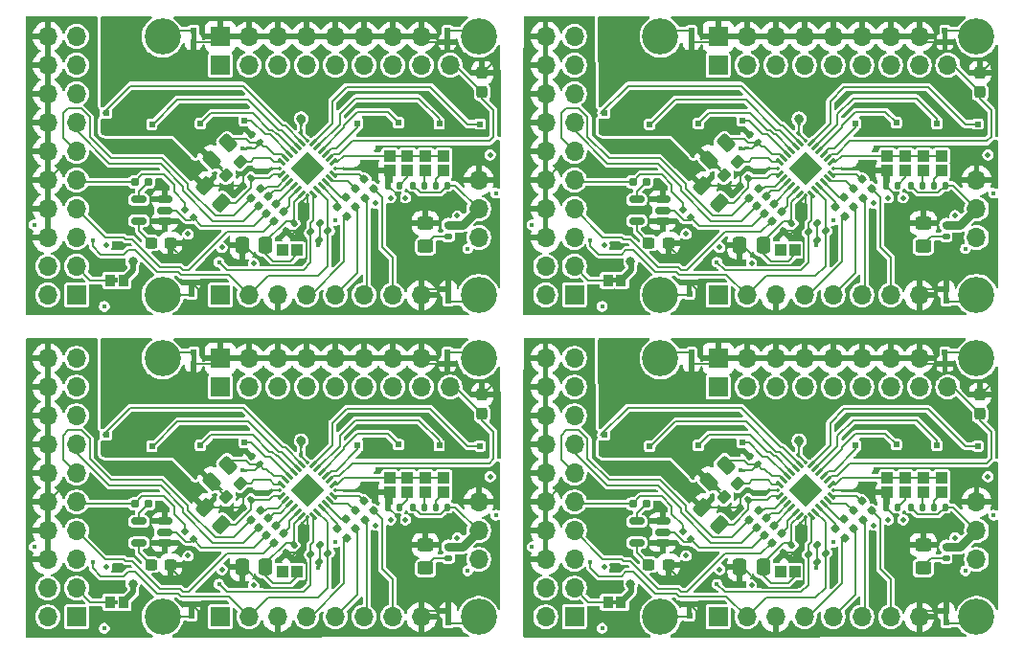
<source format=gtl>
G04 #@! TF.GenerationSoftware,KiCad,Pcbnew,9.0.4*
G04 #@! TF.CreationDate,2025-08-20T18:17:53-04:00*
G04 #@! TF.ProjectId,jlc_pcba,6a6c635f-7063-4626-912e-6b696361645f,rev?*
G04 #@! TF.SameCoordinates,Original*
G04 #@! TF.FileFunction,Copper,L1,Top*
G04 #@! TF.FilePolarity,Positive*
%FSLAX46Y46*%
G04 Gerber Fmt 4.6, Leading zero omitted, Abs format (unit mm)*
G04 Created by KiCad (PCBNEW 9.0.4) date 2025-08-20 18:17:53*
%MOMM*%
%LPD*%
G01*
G04 APERTURE LIST*
G04 Aperture macros list*
%AMRoundRect*
0 Rectangle with rounded corners*
0 $1 Rounding radius*
0 $2 $3 $4 $5 $6 $7 $8 $9 X,Y pos of 4 corners*
0 Add a 4 corners polygon primitive as box body*
4,1,4,$2,$3,$4,$5,$6,$7,$8,$9,$2,$3,0*
0 Add four circle primitives for the rounded corners*
1,1,$1+$1,$2,$3*
1,1,$1+$1,$4,$5*
1,1,$1+$1,$6,$7*
1,1,$1+$1,$8,$9*
0 Add four rect primitives between the rounded corners*
20,1,$1+$1,$2,$3,$4,$5,0*
20,1,$1+$1,$4,$5,$6,$7,0*
20,1,$1+$1,$6,$7,$8,$9,0*
20,1,$1+$1,$8,$9,$2,$3,0*%
%AMRotRect*
0 Rectangle, with rotation*
0 The origin of the aperture is its center*
0 $1 length*
0 $2 width*
0 $3 Rotation angle, in degrees counterclockwise*
0 Add horizontal line*
21,1,$1,$2,0,0,$3*%
G04 Aperture macros list end*
G04 #@! TA.AperFunction,EtchedComponent*
%ADD10C,0.000000*%
G04 #@! TD*
G04 #@! TA.AperFunction,SMDPad,CuDef*
%ADD11RoundRect,0.160000X-0.252791X0.026517X0.026517X-0.252791X0.252791X-0.026517X-0.026517X0.252791X0*%
G04 #@! TD*
G04 #@! TA.AperFunction,SMDPad,CuDef*
%ADD12R,1.000000X1.000000*%
G04 #@! TD*
G04 #@! TA.AperFunction,SMDPad,CuDef*
%ADD13RoundRect,0.135000X0.226274X0.035355X0.035355X0.226274X-0.226274X-0.035355X-0.035355X-0.226274X0*%
G04 #@! TD*
G04 #@! TA.AperFunction,SMDPad,CuDef*
%ADD14RoundRect,0.135000X0.135000X0.185000X-0.135000X0.185000X-0.135000X-0.185000X0.135000X-0.185000X0*%
G04 #@! TD*
G04 #@! TA.AperFunction,SMDPad,CuDef*
%ADD15RoundRect,0.237500X-0.044194X-0.380070X0.380070X0.044194X0.044194X0.380070X-0.380070X-0.044194X0*%
G04 #@! TD*
G04 #@! TA.AperFunction,ComponentPad*
%ADD16C,0.500000*%
G04 #@! TD*
G04 #@! TA.AperFunction,SMDPad,CuDef*
%ADD17RoundRect,0.160000X0.026517X0.252791X-0.252791X-0.026517X-0.026517X-0.252791X0.252791X0.026517X0*%
G04 #@! TD*
G04 #@! TA.AperFunction,SMDPad,CuDef*
%ADD18R,0.508000X0.500000*%
G04 #@! TD*
G04 #@! TA.AperFunction,SMDPad,CuDef*
%ADD19R,0.508000X0.508000*%
G04 #@! TD*
G04 #@! TA.AperFunction,SMDPad,CuDef*
%ADD20RoundRect,0.135000X-0.135000X-0.185000X0.135000X-0.185000X0.135000X0.185000X-0.135000X0.185000X0*%
G04 #@! TD*
G04 #@! TA.AperFunction,SMDPad,CuDef*
%ADD21C,0.200000*%
G04 #@! TD*
G04 #@! TA.AperFunction,SMDPad,CuDef*
%ADD22R,0.954000X1.000000*%
G04 #@! TD*
G04 #@! TA.AperFunction,SMDPad,CuDef*
%ADD23RoundRect,0.140000X-0.021213X0.219203X-0.219203X0.021213X0.021213X-0.219203X0.219203X-0.021213X0*%
G04 #@! TD*
G04 #@! TA.AperFunction,SMDPad,CuDef*
%ADD24RoundRect,0.140000X0.219203X0.021213X0.021213X0.219203X-0.219203X-0.021213X-0.021213X-0.219203X0*%
G04 #@! TD*
G04 #@! TA.AperFunction,SMDPad,CuDef*
%ADD25RoundRect,0.135000X-0.185000X0.135000X-0.185000X-0.135000X0.185000X-0.135000X0.185000X0.135000X0*%
G04 #@! TD*
G04 #@! TA.AperFunction,SMDPad,CuDef*
%ADD26RoundRect,0.250000X-0.450000X0.325000X-0.450000X-0.325000X0.450000X-0.325000X0.450000X0.325000X0*%
G04 #@! TD*
G04 #@! TA.AperFunction,SMDPad,CuDef*
%ADD27RotRect,0.508000X0.508000X315.000000*%
G04 #@! TD*
G04 #@! TA.AperFunction,SMDPad,CuDef*
%ADD28RoundRect,0.062500X-0.185616X-0.274004X0.274004X0.185616X0.185616X0.274004X-0.274004X-0.185616X0*%
G04 #@! TD*
G04 #@! TA.AperFunction,SMDPad,CuDef*
%ADD29RoundRect,0.062500X0.185616X-0.274004X0.274004X-0.185616X-0.185616X0.274004X-0.274004X0.185616X0*%
G04 #@! TD*
G04 #@! TA.AperFunction,SMDPad,CuDef*
%ADD30RotRect,2.100000X2.100000X45.000000*%
G04 #@! TD*
G04 #@! TA.AperFunction,SMDPad,CuDef*
%ADD31RoundRect,0.062500X0.000000X-0.088388X0.088388X0.000000X0.000000X0.088388X-0.088388X0.000000X0*%
G04 #@! TD*
G04 #@! TA.AperFunction,SMDPad,CuDef*
%ADD32RoundRect,0.150000X0.512500X0.150000X-0.512500X0.150000X-0.512500X-0.150000X0.512500X-0.150000X0*%
G04 #@! TD*
G04 #@! TA.AperFunction,SMDPad,CuDef*
%ADD33RoundRect,0.237500X-0.300000X-0.237500X0.300000X-0.237500X0.300000X0.237500X-0.300000X0.237500X0*%
G04 #@! TD*
G04 #@! TA.AperFunction,ComponentPad*
%ADD34R,1.700000X1.700000*%
G04 #@! TD*
G04 #@! TA.AperFunction,ComponentPad*
%ADD35O,1.700000X1.700000*%
G04 #@! TD*
G04 #@! TA.AperFunction,ComponentPad*
%ADD36C,3.200000*%
G04 #@! TD*
G04 #@! TA.AperFunction,SMDPad,CuDef*
%ADD37RoundRect,0.250000X-0.097227X0.574524X-0.574524X0.097227X0.097227X-0.574524X0.574524X-0.097227X0*%
G04 #@! TD*
G04 #@! TA.AperFunction,SMDPad,CuDef*
%ADD38RoundRect,0.135000X-0.226274X-0.035355X-0.035355X-0.226274X0.226274X0.035355X0.035355X0.226274X0*%
G04 #@! TD*
G04 #@! TA.AperFunction,SMDPad,CuDef*
%ADD39RoundRect,0.237500X0.237500X-0.300000X0.237500X0.300000X-0.237500X0.300000X-0.237500X-0.300000X0*%
G04 #@! TD*
G04 #@! TA.AperFunction,SMDPad,CuDef*
%ADD40RoundRect,0.250000X0.574524X0.097227X0.097227X0.574524X-0.574524X-0.097227X-0.097227X-0.574524X0*%
G04 #@! TD*
G04 #@! TA.AperFunction,SMDPad,CuDef*
%ADD41RoundRect,0.250000X0.337500X0.475000X-0.337500X0.475000X-0.337500X-0.475000X0.337500X-0.475000X0*%
G04 #@! TD*
G04 #@! TA.AperFunction,SMDPad,CuDef*
%ADD42RoundRect,0.160000X0.197500X0.160000X-0.197500X0.160000X-0.197500X-0.160000X0.197500X-0.160000X0*%
G04 #@! TD*
G04 #@! TA.AperFunction,ComponentPad*
%ADD43R,0.500000X0.500000*%
G04 #@! TD*
G04 #@! TA.AperFunction,ViaPad*
%ADD44C,0.450000*%
G04 #@! TD*
G04 #@! TA.AperFunction,ViaPad*
%ADD45C,0.800000*%
G04 #@! TD*
G04 #@! TA.AperFunction,Conductor*
%ADD46C,0.200000*%
G04 #@! TD*
G04 #@! TA.AperFunction,Conductor*
%ADD47C,0.250000*%
G04 #@! TD*
G04 #@! TA.AperFunction,Conductor*
%ADD48C,0.750000*%
G04 #@! TD*
G04 #@! TA.AperFunction,Conductor*
%ADD49C,0.500000*%
G04 #@! TD*
G04 APERTURE END LIST*
G04 #@! TA.AperFunction,EtchedComponent*
G04 #@! TO.C,E109*
G36*
X44038500Y-37494000D02*
G01*
X44496500Y-37494000D01*
X44496500Y-36919000D01*
X44038500Y-36919000D01*
X44038500Y-37494000D01*
G37*
G04 #@! TD.AperFunction*
D10*
G04 #@! TA.AperFunction,EtchedComponent*
G04 #@! TO.C,NT109*
G36*
X26992500Y-18755000D02*
G01*
X26542500Y-18755000D01*
X26542500Y-18555000D01*
X26992500Y-18555000D01*
X26992500Y-18755000D01*
G37*
G04 #@! TD.AperFunction*
G04 #@! TA.AperFunction,EtchedComponent*
G04 #@! TO.C,5V108*
G36*
X15192500Y-30555000D02*
G01*
X14942500Y-30555000D01*
X14942500Y-30155000D01*
X15192500Y-30155000D01*
X15192500Y-30555000D01*
G37*
G04 #@! TD.AperFunction*
G04 #@! TA.AperFunction,EtchedComponent*
G36*
X59192500Y-59015000D02*
G01*
X58942500Y-59015000D01*
X58942500Y-58615000D01*
X59192500Y-58615000D01*
X59192500Y-59015000D01*
G37*
G04 #@! TD.AperFunction*
G04 #@! TA.AperFunction,EtchedComponent*
G04 #@! TO.C,NT109*
G36*
X26992500Y-47215000D02*
G01*
X26542500Y-47215000D01*
X26542500Y-47015000D01*
X26992500Y-47015000D01*
X26992500Y-47215000D01*
G37*
G04 #@! TD.AperFunction*
G04 #@! TA.AperFunction,EtchedComponent*
G36*
X70992500Y-47215000D02*
G01*
X70542500Y-47215000D01*
X70542500Y-47015000D01*
X70992500Y-47015000D01*
X70992500Y-47215000D01*
G37*
G04 #@! TD.AperFunction*
G04 #@! TA.AperFunction,EtchedComponent*
G04 #@! TO.C,G117*
G36*
X65438500Y-31334000D02*
G01*
X65896500Y-31334000D01*
X65896500Y-30759000D01*
X65438500Y-30759000D01*
X65438500Y-31334000D01*
G37*
G04 #@! TD.AperFunction*
G04 #@! TA.AperFunction,EtchedComponent*
G04 #@! TO.C,5V108*
G36*
X59192500Y-30555000D02*
G01*
X58942500Y-30555000D01*
X58942500Y-30155000D01*
X59192500Y-30155000D01*
X59192500Y-30555000D01*
G37*
G04 #@! TD.AperFunction*
G04 #@! TA.AperFunction,EtchedComponent*
G04 #@! TO.C,E108*
G36*
X21638500Y-9034000D02*
G01*
X22096500Y-9034000D01*
X22096500Y-8459000D01*
X21638500Y-8459000D01*
X21638500Y-9034000D01*
G37*
G04 #@! TD.AperFunction*
G04 #@! TA.AperFunction,EtchedComponent*
G04 #@! TO.C,G117*
G36*
X21438500Y-31334000D02*
G01*
X21896500Y-31334000D01*
X21896500Y-30759000D01*
X21438500Y-30759000D01*
X21438500Y-31334000D01*
G37*
G04 #@! TD.AperFunction*
G04 #@! TA.AperFunction,EtchedComponent*
G04 #@! TO.C,E108*
G36*
X65638500Y-9034000D02*
G01*
X66096500Y-9034000D01*
X66096500Y-8459000D01*
X65638500Y-8459000D01*
X65638500Y-9034000D01*
G37*
G04 #@! TD.AperFunction*
G04 #@! TA.AperFunction,EtchedComponent*
G04 #@! TO.C,E109*
G36*
X88038500Y-9034000D02*
G01*
X88496500Y-9034000D01*
X88496500Y-8459000D01*
X88038500Y-8459000D01*
X88038500Y-9034000D01*
G37*
G04 #@! TD.AperFunction*
G04 #@! TA.AperFunction,EtchedComponent*
G04 #@! TO.C,G118*
G36*
X88138500Y-60394000D02*
G01*
X88596500Y-60394000D01*
X88596500Y-59819000D01*
X88138500Y-59819000D01*
X88138500Y-60394000D01*
G37*
G04 #@! TD.AperFunction*
G04 #@! TA.AperFunction,EtchedComponent*
G36*
X44138500Y-31934000D02*
G01*
X44596500Y-31934000D01*
X44596500Y-31359000D01*
X44138500Y-31359000D01*
X44138500Y-31934000D01*
G37*
G04 #@! TD.AperFunction*
G04 #@! TA.AperFunction,EtchedComponent*
G04 #@! TO.C,E108*
G36*
X21638500Y-37494000D02*
G01*
X22096500Y-37494000D01*
X22096500Y-36919000D01*
X21638500Y-36919000D01*
X21638500Y-37494000D01*
G37*
G04 #@! TD.AperFunction*
G04 #@! TA.AperFunction,EtchedComponent*
G04 #@! TO.C,G117*
G36*
X21438500Y-59794000D02*
G01*
X21896500Y-59794000D01*
X21896500Y-59219000D01*
X21438500Y-59219000D01*
X21438500Y-59794000D01*
G37*
G04 #@! TD.AperFunction*
G04 #@! TA.AperFunction,EtchedComponent*
G04 #@! TO.C,E108*
G36*
X65638500Y-37494000D02*
G01*
X66096500Y-37494000D01*
X66096500Y-36919000D01*
X65638500Y-36919000D01*
X65638500Y-37494000D01*
G37*
G04 #@! TD.AperFunction*
G04 #@! TA.AperFunction,EtchedComponent*
G04 #@! TO.C,G118*
G36*
X88138500Y-31934000D02*
G01*
X88596500Y-31934000D01*
X88596500Y-31359000D01*
X88138500Y-31359000D01*
X88138500Y-31934000D01*
G37*
G04 #@! TD.AperFunction*
G04 #@! TA.AperFunction,EtchedComponent*
G04 #@! TO.C,E109*
G36*
X44038500Y-9034000D02*
G01*
X44496500Y-9034000D01*
X44496500Y-8459000D01*
X44038500Y-8459000D01*
X44038500Y-9034000D01*
G37*
G04 #@! TD.AperFunction*
G04 #@! TA.AperFunction,EtchedComponent*
G04 #@! TO.C,5V108*
G36*
X15192500Y-59015000D02*
G01*
X14942500Y-59015000D01*
X14942500Y-58615000D01*
X15192500Y-58615000D01*
X15192500Y-59015000D01*
G37*
G04 #@! TD.AperFunction*
G04 #@! TA.AperFunction,EtchedComponent*
G04 #@! TO.C,G118*
G36*
X44138500Y-60394000D02*
G01*
X44596500Y-60394000D01*
X44596500Y-59819000D01*
X44138500Y-59819000D01*
X44138500Y-60394000D01*
G37*
G04 #@! TD.AperFunction*
G04 #@! TA.AperFunction,EtchedComponent*
G04 #@! TO.C,E109*
G36*
X88038500Y-37494000D02*
G01*
X88496500Y-37494000D01*
X88496500Y-36919000D01*
X88038500Y-36919000D01*
X88038500Y-37494000D01*
G37*
G04 #@! TD.AperFunction*
G04 #@! TA.AperFunction,EtchedComponent*
G04 #@! TO.C,NT109*
G36*
X70992500Y-18755000D02*
G01*
X70542500Y-18755000D01*
X70542500Y-18555000D01*
X70992500Y-18555000D01*
X70992500Y-18755000D01*
G37*
G04 #@! TD.AperFunction*
G04 #@! TA.AperFunction,EtchedComponent*
G04 #@! TO.C,G117*
G36*
X65438500Y-59794000D02*
G01*
X65896500Y-59794000D01*
X65896500Y-59219000D01*
X65438500Y-59219000D01*
X65438500Y-59794000D01*
G37*
G04 #@! TD.AperFunction*
G04 #@! TD*
D11*
G04 #@! TO.P,R112,1*
G04 #@! TO.N,Board_2-GPO1*
X36989996Y-51537496D03*
G04 #@! TO.P,R112,2*
G04 #@! TO.N,Board_2-Net-(TAC5212-GPO1)*
X36145004Y-50692504D03*
G04 #@! TD*
D12*
G04 #@! TO.P,PU_EN108,1,1*
G04 #@! TO.N,Board_2-Net-(PU_EN108-Pad1)*
X29717500Y-56115000D03*
G04 #@! TO.P,PU_EN108,2,2*
G04 #@! TO.N,Board_2-3.3v_IDE*
X31017500Y-56115000D03*
G04 #@! TD*
D13*
G04 #@! TO.P,R120,1*
G04 #@! TO.N,Board_1-5212_SDA*
X77728124Y-26015624D03*
G04 #@! TO.P,R120,2*
G04 #@! TO.N,Board_1-Net-(PU_EN108-Pad1)*
X77006876Y-25294376D03*
G04 #@! TD*
D14*
G04 #@! TO.P,R122,1*
G04 #@! TO.N,Board_0-Net-(ADD110-Pad1)*
X42277500Y-21955000D03*
G04 #@! TO.P,R122,2*
G04 #@! TO.N,Board_0-3.3V_LDO*
X41257500Y-21955000D03*
G04 #@! TD*
G04 #@! TO.P,R122,1*
G04 #@! TO.N,Board_1-Net-(ADD110-Pad1)*
X86277500Y-21955000D03*
G04 #@! TO.P,R122,2*
G04 #@! TO.N,Board_1-3.3V_LDO*
X85257500Y-21955000D03*
G04 #@! TD*
D15*
G04 #@! TO.P,C119,1*
G04 #@! TO.N,Board_0-Earth*
X24757620Y-21064880D03*
G04 #@! TO.P,C119,2*
G04 #@! TO.N,Board_0-Net-(TAC5212-VREF)*
X25977380Y-19845120D03*
G04 #@! TD*
D16*
G04 #@! TO.P,G109,1,1*
G04 #@! TO.N,Board_1-Earth*
X65367500Y-26255000D03*
G04 #@! TD*
D11*
G04 #@! TO.P,R113,1*
G04 #@! TO.N,Board_0-GPIO2*
X36189996Y-23877496D03*
G04 #@! TO.P,R113,2*
G04 #@! TO.N,Board_0-Net-(TAC5212-GPIO2)*
X35345004Y-23032504D03*
G04 #@! TD*
D17*
G04 #@! TO.P,R115,1*
G04 #@! TO.N,Board_2-5212_LRCK1*
X27612834Y-52223704D03*
G04 #@! TO.P,R115,2*
G04 #@! TO.N,Board_2-Net-(TAC5212-FSYNC)*
X28457826Y-51378712D03*
G04 #@! TD*
D18*
G04 #@! TO.P,E109,1,1*
G04 #@! TO.N,Board_2-Earth*
X44267500Y-37719000D03*
D19*
G04 #@! TO.P,E109,2,2*
G04 #@! TO.N,Board_2-Net-(E109-Pad2)*
X44267500Y-36715000D03*
G04 #@! TD*
D16*
G04 #@! TO.P,G116,1,1*
G04 #@! TO.N,Board_1-Earth*
X92067500Y-19255000D03*
G04 #@! TD*
D17*
G04 #@! TO.P,R115,1*
G04 #@! TO.N,Board_0-5212_LRCK1*
X27612834Y-23763704D03*
G04 #@! TO.P,R115,2*
G04 #@! TO.N,Board_0-Net-(TAC5212-FSYNC)*
X28457826Y-22918712D03*
G04 #@! TD*
D20*
G04 #@! TO.P,R123,1*
G04 #@! TO.N,Board_3-Net-(ADD111-Pad1)*
X87257500Y-50415000D03*
G04 #@! TO.P,R123,2*
G04 #@! TO.N,Board_3-3.3V_LDO*
X88277500Y-50415000D03*
G04 #@! TD*
D14*
G04 #@! TO.P,R124,1*
G04 #@! TO.N,Board_3-Net-(ADD112-Pad1)*
X84077500Y-50415000D03*
G04 #@! TO.P,R124,2*
G04 #@! TO.N,Board_3-GNDD*
X83057500Y-50415000D03*
G04 #@! TD*
D21*
G04 #@! TO.P,NT109,1,1*
G04 #@! TO.N,Board_0-3.3V_LDO*
X26542500Y-18655000D03*
G04 #@! TO.P,NT109,2,2*
G04 #@! TO.N,Board_0-3.3V_THIN*
X26992500Y-18655000D03*
G04 #@! TD*
D22*
G04 #@! TO.P,5V108,1,1*
G04 #@! TO.N,Board_0-5V*
X15644500Y-30355000D03*
G04 #@! TO.P,5V108,2,2*
G04 #@! TO.N,Board_0-Net-(5V108-Pad2)*
X14492513Y-30355001D03*
G04 #@! TD*
D23*
G04 #@! TO.P,C112,1*
G04 #@! TO.N,Board_1-3.3v_IDE*
X74706911Y-25315589D03*
G04 #@! TO.P,C112,2*
G04 #@! TO.N,Board_1-GNDD*
X74028089Y-25994411D03*
G04 #@! TD*
D16*
G04 #@! TO.P,G115,1,1*
G04 #@! TO.N,Board_1-Earth*
X71167500Y-28855000D03*
G04 #@! TD*
D24*
G04 #@! TO.P,C109,1*
G04 #@! TO.N,Board_1-3.3V_THIN*
X71706911Y-18194411D03*
G04 #@! TO.P,C109,2*
G04 #@! TO.N,Board_1-Earth*
X71028089Y-17515589D03*
G04 #@! TD*
D17*
G04 #@! TO.P,R118,1*
G04 #@! TO.N,Board_2-5212_DIN1*
X28956337Y-53567207D03*
G04 #@! TO.P,R118,2*
G04 #@! TO.N,Board_2-Net-(TAC5212-DIN)*
X29801329Y-52722215D03*
G04 #@! TD*
D14*
G04 #@! TO.P,R124,1*
G04 #@! TO.N,Board_1-Net-(ADD112-Pad1)*
X84077500Y-21955000D03*
G04 #@! TO.P,R124,2*
G04 #@! TO.N,Board_1-GNDD*
X83057500Y-21955000D03*
G04 #@! TD*
D25*
G04 #@! TO.P,R126,1*
G04 #@! TO.N,Board_3-3.3V_LDO*
X88367500Y-53905000D03*
G04 #@! TO.P,R126,2*
G04 #@! TO.N,Board_3-Net-(D116-A)*
X88367500Y-54925000D03*
G04 #@! TD*
D17*
G04 #@! TO.P,R119,1*
G04 #@! TO.N,Board_0-5212_BCLK1*
X26941083Y-23091952D03*
G04 #@! TO.P,R119,2*
G04 #@! TO.N,Board_0-Net-(TAC5212-BCLK)*
X27786075Y-22246960D03*
G04 #@! TD*
D23*
G04 #@! TO.P,C112,1*
G04 #@! TO.N,Board_0-3.3v_IDE*
X30706911Y-25315589D03*
G04 #@! TO.P,C112,2*
G04 #@! TO.N,Board_0-GNDD*
X30028089Y-25994411D03*
G04 #@! TD*
D11*
G04 #@! TO.P,R110,1*
G04 #@! TO.N,Board_3-GPI1*
X81789996Y-50737496D03*
G04 #@! TO.P,R110,2*
G04 #@! TO.N,Board_3-Net-(TAC5212-GPI1)*
X80945004Y-49892504D03*
G04 #@! TD*
D26*
G04 #@! TO.P,D116,1,K*
G04 #@! TO.N,Board_0-GNDD*
X42342500Y-25305000D03*
G04 #@! TO.P,D116,2,A*
G04 #@! TO.N,Board_0-Net-(D116-A)*
X42342500Y-27355000D03*
G04 #@! TD*
D27*
G04 #@! TO.P,DOUT108,1,1*
G04 #@! TO.N,Board_0-5212_DOUT1*
X21821053Y-24808553D03*
G04 #@! TO.P,DOUT108,2,2*
G04 #@! TO.N,Board_0-5212_DOUT1+*
X21113947Y-24101447D03*
G04 #@! TD*
D25*
G04 #@! TO.P,R126,1*
G04 #@! TO.N,Board_1-3.3V_LDO*
X88367500Y-25445000D03*
G04 #@! TO.P,R126,2*
G04 #@! TO.N,Board_1-Net-(D116-A)*
X88367500Y-26465000D03*
G04 #@! TD*
D16*
G04 #@! TO.P,G111,1,1*
G04 #@! TO.N,Board_1-Earth*
X58167500Y-27255000D03*
G04 #@! TD*
G04 #@! TO.P,G112,1,1*
G04 #@! TO.N,Board_0-Earth*
X40567500Y-23055000D03*
G04 #@! TD*
D28*
G04 #@! TO.P,TAC5212,1,DREG*
G04 #@! TO.N,Board_1-Net-(TAC5212-DREG)*
X73647275Y-20962005D03*
G04 #@! TO.P,TAC5212,2,BCLK*
G04 #@! TO.N,Board_1-Net-(TAC5212-BCLK)*
X74000828Y-21315559D03*
G04 #@! TO.P,TAC5212,3,FSYNC*
G04 #@! TO.N,Board_1-Net-(TAC5212-FSYNC)*
X74354382Y-21669112D03*
G04 #@! TO.P,TAC5212,4,DOUT*
G04 #@! TO.N,Board_1-Net-(TAC5212-DOUT)*
X74707935Y-22022665D03*
G04 #@! TO.P,TAC5212,5,DIN*
G04 #@! TO.N,Board_1-Net-(TAC5212-DIN)*
X75061488Y-22376219D03*
G04 #@! TO.P,TAC5212,6,IOVDD*
G04 #@! TO.N,Board_1-3.3v_IDE*
X75415042Y-22729772D03*
D29*
G04 #@! TO.P,TAC5212,7,SCL*
G04 #@! TO.N,Board_1-5212_SCL*
X76458024Y-22729772D03*
G04 #@! TO.P,TAC5212,8,SDA*
G04 #@! TO.N,Board_1-5212_SDA*
X76811578Y-22376219D03*
G04 #@! TO.P,TAC5212,9,GPIO1*
G04 #@! TO.N,Board_1-Net-(TAC5212-GPIO1)*
X77165131Y-22022665D03*
G04 #@! TO.P,TAC5212,10,GPIO2*
G04 #@! TO.N,Board_1-Net-(TAC5212-GPIO2)*
X77518684Y-21669112D03*
G04 #@! TO.P,TAC5212,11,GPO1*
G04 #@! TO.N,Board_1-Net-(TAC5212-GPO1)*
X77872238Y-21315559D03*
G04 #@! TO.P,TAC5212,12,GPI1*
G04 #@! TO.N,Board_1-Net-(TAC5212-GPI1)*
X78225791Y-20962005D03*
D28*
G04 #@! TO.P,TAC5212,13,ADDR*
G04 #@! TO.N,Board_1-Net-(TAC5212-ADDR)*
X78225791Y-19919023D03*
G04 #@! TO.P,TAC5212,14,MICBIAS*
G04 #@! TO.N,Board_1-MICBIAS*
X77872238Y-19565469D03*
G04 #@! TO.P,TAC5212,15,IN1P*
G04 #@! TO.N,Board_1-IN1P*
X77518684Y-19211916D03*
G04 #@! TO.P,TAC5212,16,IN1M*
G04 #@! TO.N,Board_1-IN1M*
X77165131Y-18858363D03*
G04 #@! TO.P,TAC5212,17,IN2P*
G04 #@! TO.N,Board_1-IN2P*
X76811578Y-18504809D03*
G04 #@! TO.P,TAC5212,18,IN2M*
G04 #@! TO.N,Board_1-IN2M*
X76458024Y-18151256D03*
D29*
G04 #@! TO.P,TAC5212,19,OUT1M*
G04 #@! TO.N,Board_1-OUT1M*
X75415042Y-18151256D03*
G04 #@! TO.P,TAC5212,20,OUT1P*
G04 #@! TO.N,Board_1-OUT1P*
X75061488Y-18504809D03*
G04 #@! TO.P,TAC5212,21,OUT2P*
G04 #@! TO.N,Board_1-OUT2P*
X74707935Y-18858363D03*
G04 #@! TO.P,TAC5212,22,OUT2M*
G04 #@! TO.N,Board_1-OUT2M*
X74354382Y-19211916D03*
G04 #@! TO.P,TAC5212,23,AVDD*
G04 #@! TO.N,Board_1-3.3V_THIN*
X74000828Y-19565469D03*
G04 #@! TO.P,TAC5212,24,VREF*
G04 #@! TO.N,Board_1-Net-(TAC5212-VREF)*
X73647275Y-19919023D03*
D16*
G04 #@! TO.P,TAC5212,25,VSS*
G04 #@! TO.N,Board_1-GNDD*
X75441558Y-20935489D03*
X75441558Y-19945539D03*
X75936533Y-20440514D03*
D30*
X75936533Y-20440514D03*
D16*
X76431508Y-20935489D03*
X76431508Y-19945539D03*
D31*
G04 #@! TO.P,TAC5212,A1,VSS*
X73504086Y-20440514D03*
G04 #@! TO.P,TAC5212,A2,VSS*
X75936533Y-22872961D03*
G04 #@! TO.P,TAC5212,A3,VSS*
X78368980Y-20440514D03*
G04 #@! TO.P,TAC5212,A4,VSS*
X75936533Y-18008067D03*
G04 #@! TD*
D16*
G04 #@! TO.P,G116,1,1*
G04 #@! TO.N,Board_2-Earth*
X48067500Y-47715000D03*
G04 #@! TD*
G04 #@! TO.P,G114,1,1*
G04 #@! TO.N,Board_3-Earth*
X89167500Y-53115000D03*
G04 #@! TD*
D22*
G04 #@! TO.P,5V108,1,1*
G04 #@! TO.N,Board_3-5V*
X59644500Y-58815000D03*
G04 #@! TO.P,5V108,2,2*
G04 #@! TO.N,Board_3-Net-(5V108-Pad2)*
X58492513Y-58815001D03*
G04 #@! TD*
D23*
G04 #@! TO.P,C116,1*
G04 #@! TO.N,Board_3-Net-(TAC5212-DREG)*
X70906911Y-49775589D03*
G04 #@! TO.P,C116,2*
G04 #@! TO.N,Board_3-GNDD*
X70228089Y-50454411D03*
G04 #@! TD*
D14*
G04 #@! TO.P,R122,1*
G04 #@! TO.N,Board_2-Net-(ADD110-Pad1)*
X42277500Y-50415000D03*
G04 #@! TO.P,R122,2*
G04 #@! TO.N,Board_2-3.3V_LDO*
X41257500Y-50415000D03*
G04 #@! TD*
D11*
G04 #@! TO.P,R113,1*
G04 #@! TO.N,Board_2-GPIO2*
X36189996Y-52337496D03*
G04 #@! TO.P,R113,2*
G04 #@! TO.N,Board_2-Net-(TAC5212-GPIO2)*
X35345004Y-51492504D03*
G04 #@! TD*
D20*
G04 #@! TO.P,R123,1*
G04 #@! TO.N,Board_0-Net-(ADD111-Pad1)*
X43257500Y-21955000D03*
G04 #@! TO.P,R123,2*
G04 #@! TO.N,Board_0-3.3V_LDO*
X44277500Y-21955000D03*
G04 #@! TD*
D11*
G04 #@! TO.P,R112,1*
G04 #@! TO.N,Board_3-GPO1*
X80989996Y-51537496D03*
G04 #@! TO.P,R112,2*
G04 #@! TO.N,Board_3-Net-(TAC5212-GPO1)*
X80145004Y-50692504D03*
G04 #@! TD*
D32*
G04 #@! TO.P,U108,1,OE*
G04 #@! TO.N,Board_2-GNDD*
X19305000Y-53565000D03*
G04 #@! TO.P,U108,2,A*
G04 #@! TO.N,Board_2-5212_DOUT1*
X19305000Y-52615000D03*
G04 #@! TO.P,U108,3,GND*
G04 #@! TO.N,Board_2-GNDD*
X19305000Y-51665000D03*
G04 #@! TO.P,U108,4,Y*
G04 #@! TO.N,Board_2-Net-(U108-Y)*
X17030000Y-51665000D03*
G04 #@! TO.P,U108,5,VCC*
G04 #@! TO.N,Board_2-3.3v_IDE*
X17030000Y-53565000D03*
G04 #@! TD*
D12*
G04 #@! TO.P,ADD112,1,1*
G04 #@! TO.N,Board_1-Net-(ADD112-Pad1)*
X84767500Y-20655000D03*
G04 #@! TO.P,ADD112,2,2*
G04 #@! TO.N,Board_1-Net-(TAC5212-ADDR)*
X84767500Y-19355000D03*
G04 #@! TD*
D16*
G04 #@! TO.P,G113,1,1*
G04 #@! TO.N,Board_2-Earth*
X24367500Y-55915000D03*
G04 #@! TD*
D21*
G04 #@! TO.P,NT109,1,1*
G04 #@! TO.N,Board_2-3.3V_LDO*
X26542500Y-47115000D03*
G04 #@! TO.P,NT109,2,2*
G04 #@! TO.N,Board_2-3.3V_THIN*
X26992500Y-47115000D03*
G04 #@! TD*
D33*
G04 #@! TO.P,C128,1*
G04 #@! TO.N,Board_0-3.3v_IDE*
X18105000Y-27055000D03*
G04 #@! TO.P,C128,2*
G04 #@! TO.N,Board_0-GNDD*
X19830000Y-27055000D03*
G04 #@! TD*
D34*
G04 #@! TO.P,board_outline108,1,HELD_HIGH*
G04 #@! TO.N,Board_2-EN_HELD_HIGH*
X11505000Y-60115000D03*
D35*
G04 #@! TO.P,board_outline108,2,HELD_LOW*
G04 #@! TO.N,Board_2-unconnected-(board_outline108-HELD_LOW-Pad2)*
X8965000Y-60115000D03*
G04 #@! TO.P,board_outline108,3,5V*
G04 #@! TO.N,Board_2-Net-(5V108-Pad2)*
X11505000Y-57575000D03*
G04 #@! TO.P,board_outline108,4,GNDD*
G04 #@! TO.N,Board_2-3.3v_IDE*
X8965000Y-57575000D03*
G04 #@! TO.P,board_outline108,5,12V*
G04 #@! TO.N,Board_2-unconnected-(board_outline108-12V-Pad5)*
X11505000Y-55035000D03*
G04 #@! TO.P,board_outline108,6,GNDD*
G04 #@! TO.N,Board_2-GNDD*
X8965000Y-55035000D03*
G04 #@! TO.P,board_outline108,7,DSP_DOUT*
G04 #@! TO.N,Board_2-5212_DIN1*
X11505000Y-52495000D03*
G04 #@! TO.P,board_outline108,8,GNDD*
G04 #@! TO.N,Board_2-GNDD*
X8965000Y-52495000D03*
G04 #@! TO.P,board_outline108,9,DSP_DIN*
G04 #@! TO.N,Board_2-5212_DOUT1+*
X11505000Y-49955000D03*
G04 #@! TO.P,board_outline108,10,GNDD*
G04 #@! TO.N,Board_2-GNDD*
X8965000Y-49955000D03*
G04 #@! TO.P,board_outline108,11,BCLK*
G04 #@! TO.N,Board_2-5212_BCLK1*
X11505000Y-47415000D03*
G04 #@! TO.P,board_outline108,12,GNDD*
G04 #@! TO.N,Board_2-GNDD*
X8965000Y-47415000D03*
G04 #@! TO.P,board_outline108,13,LRCK*
G04 #@! TO.N,Board_2-5212_LRCK1*
X11505000Y-44875000D03*
G04 #@! TO.P,board_outline108,14,GNDD*
G04 #@! TO.N,Board_2-GNDD*
X8965000Y-44875000D03*
G04 #@! TO.P,board_outline108,15,SDA*
G04 #@! TO.N,Board_2-DSP_SDA*
X11505000Y-42335000D03*
G04 #@! TO.P,board_outline108,16,GNDD*
G04 #@! TO.N,Board_2-GNDD*
X8965000Y-42335000D03*
G04 #@! TO.P,board_outline108,17,SCL*
G04 #@! TO.N,Board_2-DSP_SCL*
X11505000Y-39795000D03*
G04 #@! TO.P,board_outline108,18,GNDD*
G04 #@! TO.N,Board_2-GNDD*
X8965000Y-39795000D03*
G04 #@! TO.P,board_outline108,19,MCLK*
G04 #@! TO.N,Board_2-5212_MCLK1*
X11505000Y-37255000D03*
G04 #@! TO.P,board_outline108,20,GNDD*
G04 #@! TO.N,Board_2-GNDD*
X8965000Y-37255000D03*
D34*
G04 #@! TO.P,board_outline108,21,OUTP*
G04 #@! TO.N,Board_2-OUT1P+*
X24215000Y-39800000D03*
G04 #@! TO.P,board_outline108,22,AGND*
G04 #@! TO.N,Board_2-Earth*
X24215000Y-37260000D03*
D35*
G04 #@! TO.P,board_outline108,23,OUT1M*
G04 #@! TO.N,Board_2-OUT1M+*
X26755000Y-39800000D03*
G04 #@! TO.P,board_outline108,24,AGND*
G04 #@! TO.N,Board_2-Earth*
X26755000Y-37260000D03*
G04 #@! TO.P,board_outline108,25,OUT2P*
G04 #@! TO.N,Board_2-OUT2P+*
X29295000Y-39800000D03*
G04 #@! TO.P,board_outline108,26,AGND*
G04 #@! TO.N,Board_2-Earth*
X29295000Y-37260000D03*
G04 #@! TO.P,board_outline108,27,OUT2M*
G04 #@! TO.N,Board_2-OUT2M+*
X31835000Y-39800000D03*
G04 #@! TO.P,board_outline108,28,AGND*
G04 #@! TO.N,Board_2-Earth*
X31835000Y-37260000D03*
G04 #@! TO.P,board_outline108,29,IN1P*
G04 #@! TO.N,Board_2-IN1P+*
X34375000Y-39800000D03*
G04 #@! TO.P,board_outline108,30,AGND*
G04 #@! TO.N,Board_2-Earth*
X34375000Y-37260000D03*
G04 #@! TO.P,board_outline108,31,IN1M*
G04 #@! TO.N,Board_2-IN1M+*
X36915000Y-39800000D03*
G04 #@! TO.P,board_outline108,32,AGND*
G04 #@! TO.N,Board_2-Earth*
X36915000Y-37260000D03*
G04 #@! TO.P,board_outline108,33,IN2P*
G04 #@! TO.N,Board_2-IN2P+*
X39455000Y-39800000D03*
G04 #@! TO.P,board_outline108,34,AGND*
G04 #@! TO.N,Board_2-Earth*
X39455000Y-37260000D03*
G04 #@! TO.P,board_outline108,35,IN2M*
G04 #@! TO.N,Board_2-IN2M+*
X41995000Y-39800000D03*
G04 #@! TO.P,board_outline108,36,AGND*
G04 #@! TO.N,Board_2-Earth*
X41995000Y-37260000D03*
D34*
G04 #@! TO.P,board_outline108,37,SCL*
G04 #@! TO.N,Board_2-5212_SCL*
X24215000Y-60120000D03*
D35*
G04 #@! TO.P,board_outline108,38,SDA*
G04 #@! TO.N,Board_2-5212_SDA*
X26755000Y-60120000D03*
G04 #@! TO.P,board_outline108,39,GNDD*
G04 #@! TO.N,Board_2-GNDD*
X29295000Y-60120000D03*
G04 #@! TO.P,board_outline108,40,GPIO1*
G04 #@! TO.N,Board_2-GPIO1*
X31835000Y-60120000D03*
G04 #@! TO.P,board_outline108,41,GPIO2*
G04 #@! TO.N,Board_2-GPIO2*
X34375000Y-60120000D03*
G04 #@! TO.P,board_outline108,42,GPO1*
G04 #@! TO.N,Board_2-GPO1*
X36915000Y-60120000D03*
G04 #@! TO.P,board_outline108,43,GPI1*
G04 #@! TO.N,Board_2-GPI1*
X39455000Y-60120000D03*
G04 #@! TO.P,board_outline108,44,GNDD*
G04 #@! TO.N,Board_2-GNDD*
X41995000Y-60120000D03*
G04 #@! TO.P,board_outline108,45,5V*
G04 #@! TO.N,Board_2-5V*
X47060000Y-55040000D03*
G04 #@! TO.P,board_outline108,46,3.3V*
G04 #@! TO.N,Board_2-3.3V_LDO*
X47060000Y-52500000D03*
G04 #@! TO.P,board_outline108,47,GNDD*
G04 #@! TO.N,Board_2-GNDD*
X47060000Y-49960000D03*
G04 #@! TO.P,board_outline108,48,MIC_BIAS*
G04 #@! TO.N,Board_2-MICBIAS*
X44520000Y-39800000D03*
D36*
G04 #@! TO.P,board_outline108,49,AGND*
G04 #@! TO.N,Board_2-Net-(E108-Pad2)*
X19120000Y-37260000D03*
G04 #@! TO.P,board_outline108,50,AGND*
G04 #@! TO.N,Board_2-Net-(E109-Pad2)*
X47060000Y-37260000D03*
G04 #@! TO.P,board_outline108,51,DGND*
G04 #@! TO.N,Board_2-Net-(G117-Pad1)*
X19120000Y-60120000D03*
G04 #@! TO.P,board_outline108,52,DGND*
G04 #@! TO.N,Board_2-Net-(G118-Pad1)*
X47060000Y-60120000D03*
G04 #@! TD*
D16*
G04 #@! TO.P,G109,1,1*
G04 #@! TO.N,Board_0-Earth*
X21367500Y-26255000D03*
G04 #@! TD*
D14*
G04 #@! TO.P,R124,1*
G04 #@! TO.N,Board_2-Net-(ADD112-Pad1)*
X40077500Y-50415000D03*
G04 #@! TO.P,R124,2*
G04 #@! TO.N,Board_2-GNDD*
X39057500Y-50415000D03*
G04 #@! TD*
D37*
G04 #@! TO.P,C108,1*
G04 #@! TO.N,Board_2-3.3V_THIN*
X24901123Y-46681377D03*
G04 #@! TO.P,C108,2*
G04 #@! TO.N,Board_2-Earth*
X23433877Y-48148623D03*
G04 #@! TD*
D16*
G04 #@! TO.P,G111,1,1*
G04 #@! TO.N,Board_0-Earth*
X14167500Y-27255000D03*
G04 #@! TD*
G04 #@! TO.P,G112,1,1*
G04 #@! TO.N,Board_3-Earth*
X84567500Y-51515000D03*
G04 #@! TD*
D38*
G04 #@! TO.P,R121,1*
G04 #@! TO.N,Board_0-5212_SCL*
X32206876Y-26094376D03*
G04 #@! TO.P,R121,2*
G04 #@! TO.N,Board_0-Net-(PU_EN108-Pad1)*
X32928124Y-26815624D03*
G04 #@! TD*
D12*
G04 #@! TO.P,ADD108,1,1*
G04 #@! TO.N,Board_0-GNDD*
X39167500Y-20655000D03*
G04 #@! TO.P,ADD108,2,2*
G04 #@! TO.N,Board_0-Net-(TAC5212-ADDR)*
X39167500Y-19355000D03*
G04 #@! TD*
D11*
G04 #@! TO.P,R114,1*
G04 #@! TO.N,Board_2-GPIO1*
X35389996Y-53137496D03*
G04 #@! TO.P,R114,2*
G04 #@! TO.N,Board_2-Net-(TAC5212-GPIO1)*
X34545004Y-52292504D03*
G04 #@! TD*
D16*
G04 #@! TO.P,G112,1,1*
G04 #@! TO.N,Board_2-Earth*
X40567500Y-51515000D03*
G04 #@! TD*
D17*
G04 #@! TO.P,R117,1*
G04 #@! TO.N,Board_2-5212_DOUT1*
X28284586Y-52895455D03*
G04 #@! TO.P,R117,2*
G04 #@! TO.N,Board_2-Net-(TAC5212-DOUT)*
X29129578Y-52050463D03*
G04 #@! TD*
D39*
G04 #@! TO.P,C118,1*
G04 #@! TO.N,Board_3-MICBIAS*
X91367500Y-42177500D03*
G04 #@! TO.P,C118,2*
G04 #@! TO.N,Board_3-Earth*
X91367500Y-40452500D03*
G04 #@! TD*
D23*
G04 #@! TO.P,C112,1*
G04 #@! TO.N,Board_2-3.3v_IDE*
X30706911Y-53775589D03*
G04 #@! TO.P,C112,2*
G04 #@! TO.N,Board_2-GNDD*
X30028089Y-54454411D03*
G04 #@! TD*
D21*
G04 #@! TO.P,NT109,1,1*
G04 #@! TO.N,Board_3-3.3V_LDO*
X70542500Y-47115000D03*
G04 #@! TO.P,NT109,2,2*
G04 #@! TO.N,Board_3-3.3V_THIN*
X70992500Y-47115000D03*
G04 #@! TD*
D18*
G04 #@! TO.P,G117,1,1*
G04 #@! TO.N,Board_1-Net-(G117-Pad1)*
X65667500Y-31559000D03*
D19*
G04 #@! TO.P,G117,2,2*
G04 #@! TO.N,Board_1-GNDD*
X65667500Y-30555000D03*
G04 #@! TD*
D11*
G04 #@! TO.P,R110,1*
G04 #@! TO.N,Board_1-GPI1*
X81789996Y-22277496D03*
G04 #@! TO.P,R110,2*
G04 #@! TO.N,Board_1-Net-(TAC5212-GPI1)*
X80945004Y-21432504D03*
G04 #@! TD*
D16*
G04 #@! TO.P,G114,1,1*
G04 #@! TO.N,Board_2-Earth*
X45167500Y-53115000D03*
G04 #@! TD*
D12*
G04 #@! TO.P,ADD110,1,1*
G04 #@! TO.N,Board_2-Net-(ADD110-Pad1)*
X42367500Y-49115000D03*
G04 #@! TO.P,ADD110,2,2*
G04 #@! TO.N,Board_2-Net-(TAC5212-ADDR)*
X42367500Y-47815000D03*
G04 #@! TD*
G04 #@! TO.P,PU_EN108,1,1*
G04 #@! TO.N,Board_1-Net-(PU_EN108-Pad1)*
X73717500Y-27655000D03*
G04 #@! TO.P,PU_EN108,2,2*
G04 #@! TO.N,Board_1-3.3v_IDE*
X75017500Y-27655000D03*
G04 #@! TD*
D11*
G04 #@! TO.P,R114,1*
G04 #@! TO.N,Board_1-GPIO1*
X79389996Y-24677496D03*
G04 #@! TO.P,R114,2*
G04 #@! TO.N,Board_1-Net-(TAC5212-GPIO1)*
X78545004Y-23832504D03*
G04 #@! TD*
D33*
G04 #@! TO.P,C128,1*
G04 #@! TO.N,Board_2-3.3v_IDE*
X18105000Y-55515000D03*
G04 #@! TO.P,C128,2*
G04 #@! TO.N,Board_2-GNDD*
X19830000Y-55515000D03*
G04 #@! TD*
D28*
G04 #@! TO.P,TAC5212,1,DREG*
G04 #@! TO.N,Board_2-Net-(TAC5212-DREG)*
X29647275Y-49422005D03*
G04 #@! TO.P,TAC5212,2,BCLK*
G04 #@! TO.N,Board_2-Net-(TAC5212-BCLK)*
X30000828Y-49775559D03*
G04 #@! TO.P,TAC5212,3,FSYNC*
G04 #@! TO.N,Board_2-Net-(TAC5212-FSYNC)*
X30354382Y-50129112D03*
G04 #@! TO.P,TAC5212,4,DOUT*
G04 #@! TO.N,Board_2-Net-(TAC5212-DOUT)*
X30707935Y-50482665D03*
G04 #@! TO.P,TAC5212,5,DIN*
G04 #@! TO.N,Board_2-Net-(TAC5212-DIN)*
X31061488Y-50836219D03*
G04 #@! TO.P,TAC5212,6,IOVDD*
G04 #@! TO.N,Board_2-3.3v_IDE*
X31415042Y-51189772D03*
D29*
G04 #@! TO.P,TAC5212,7,SCL*
G04 #@! TO.N,Board_2-5212_SCL*
X32458024Y-51189772D03*
G04 #@! TO.P,TAC5212,8,SDA*
G04 #@! TO.N,Board_2-5212_SDA*
X32811578Y-50836219D03*
G04 #@! TO.P,TAC5212,9,GPIO1*
G04 #@! TO.N,Board_2-Net-(TAC5212-GPIO1)*
X33165131Y-50482665D03*
G04 #@! TO.P,TAC5212,10,GPIO2*
G04 #@! TO.N,Board_2-Net-(TAC5212-GPIO2)*
X33518684Y-50129112D03*
G04 #@! TO.P,TAC5212,11,GPO1*
G04 #@! TO.N,Board_2-Net-(TAC5212-GPO1)*
X33872238Y-49775559D03*
G04 #@! TO.P,TAC5212,12,GPI1*
G04 #@! TO.N,Board_2-Net-(TAC5212-GPI1)*
X34225791Y-49422005D03*
D28*
G04 #@! TO.P,TAC5212,13,ADDR*
G04 #@! TO.N,Board_2-Net-(TAC5212-ADDR)*
X34225791Y-48379023D03*
G04 #@! TO.P,TAC5212,14,MICBIAS*
G04 #@! TO.N,Board_2-MICBIAS*
X33872238Y-48025469D03*
G04 #@! TO.P,TAC5212,15,IN1P*
G04 #@! TO.N,Board_2-IN1P*
X33518684Y-47671916D03*
G04 #@! TO.P,TAC5212,16,IN1M*
G04 #@! TO.N,Board_2-IN1M*
X33165131Y-47318363D03*
G04 #@! TO.P,TAC5212,17,IN2P*
G04 #@! TO.N,Board_2-IN2P*
X32811578Y-46964809D03*
G04 #@! TO.P,TAC5212,18,IN2M*
G04 #@! TO.N,Board_2-IN2M*
X32458024Y-46611256D03*
D29*
G04 #@! TO.P,TAC5212,19,OUT1M*
G04 #@! TO.N,Board_2-OUT1M*
X31415042Y-46611256D03*
G04 #@! TO.P,TAC5212,20,OUT1P*
G04 #@! TO.N,Board_2-OUT1P*
X31061488Y-46964809D03*
G04 #@! TO.P,TAC5212,21,OUT2P*
G04 #@! TO.N,Board_2-OUT2P*
X30707935Y-47318363D03*
G04 #@! TO.P,TAC5212,22,OUT2M*
G04 #@! TO.N,Board_2-OUT2M*
X30354382Y-47671916D03*
G04 #@! TO.P,TAC5212,23,AVDD*
G04 #@! TO.N,Board_2-3.3V_THIN*
X30000828Y-48025469D03*
G04 #@! TO.P,TAC5212,24,VREF*
G04 #@! TO.N,Board_2-Net-(TAC5212-VREF)*
X29647275Y-48379023D03*
D16*
G04 #@! TO.P,TAC5212,25,VSS*
G04 #@! TO.N,Board_2-GNDD*
X31441558Y-49395489D03*
X31441558Y-48405539D03*
X31936533Y-48900514D03*
D30*
X31936533Y-48900514D03*
D16*
X32431508Y-49395489D03*
X32431508Y-48405539D03*
D31*
G04 #@! TO.P,TAC5212,A1,VSS*
X29504086Y-48900514D03*
G04 #@! TO.P,TAC5212,A2,VSS*
X31936533Y-51332961D03*
G04 #@! TO.P,TAC5212,A3,VSS*
X34368980Y-48900514D03*
G04 #@! TO.P,TAC5212,A4,VSS*
X31936533Y-46468067D03*
G04 #@! TD*
D27*
G04 #@! TO.P,DOUT108,1,1*
G04 #@! TO.N,Board_2-5212_DOUT1*
X21821053Y-53268553D03*
G04 #@! TO.P,DOUT108,2,2*
G04 #@! TO.N,Board_2-5212_DOUT1+*
X21113947Y-52561447D03*
G04 #@! TD*
D26*
G04 #@! TO.P,D116,1,K*
G04 #@! TO.N,Board_2-GNDD*
X42342500Y-53765000D03*
G04 #@! TO.P,D116,2,A*
G04 #@! TO.N,Board_2-Net-(D116-A)*
X42342500Y-55815000D03*
G04 #@! TD*
D40*
G04 #@! TO.P,C115,1*
G04 #@! TO.N,Board_1-Net-(TAC5212-DREG)*
X68301123Y-23488623D03*
G04 #@! TO.P,C115,2*
G04 #@! TO.N,Board_1-GNDD*
X66833877Y-22021377D03*
G04 #@! TD*
D12*
G04 #@! TO.P,ADD111,1,1*
G04 #@! TO.N,Board_1-Net-(ADD111-Pad1)*
X87967500Y-20655000D03*
G04 #@! TO.P,ADD111,2,2*
G04 #@! TO.N,Board_1-Net-(TAC5212-ADDR)*
X87967500Y-19355000D03*
G04 #@! TD*
D22*
G04 #@! TO.P,5V108,1,1*
G04 #@! TO.N,Board_1-5V*
X59644500Y-30355000D03*
G04 #@! TO.P,5V108,2,2*
G04 #@! TO.N,Board_1-Net-(5V108-Pad2)*
X58492513Y-30355001D03*
G04 #@! TD*
D16*
G04 #@! TO.P,G109,1,1*
G04 #@! TO.N,Board_3-Earth*
X65367500Y-54715000D03*
G04 #@! TD*
G04 #@! TO.P,G113,1,1*
G04 #@! TO.N,Board_3-Earth*
X68367500Y-55915000D03*
G04 #@! TD*
D17*
G04 #@! TO.P,R118,1*
G04 #@! TO.N,Board_1-5212_DIN1*
X72956337Y-25107207D03*
G04 #@! TO.P,R118,2*
G04 #@! TO.N,Board_1-Net-(TAC5212-DIN)*
X73801329Y-24262215D03*
G04 #@! TD*
D41*
G04 #@! TO.P,C111,1*
G04 #@! TO.N,Board_0-3.3v_IDE*
X28205000Y-27255000D03*
G04 #@! TO.P,C111,2*
G04 #@! TO.N,Board_0-GNDD*
X26130000Y-27255000D03*
G04 #@! TD*
D16*
G04 #@! TO.P,G115,1,1*
G04 #@! TO.N,Board_0-Earth*
X27167500Y-28855000D03*
G04 #@! TD*
D17*
G04 #@! TO.P,R119,1*
G04 #@! TO.N,Board_2-5212_BCLK1*
X26941083Y-51551952D03*
G04 #@! TO.P,R119,2*
G04 #@! TO.N,Board_2-Net-(TAC5212-BCLK)*
X27786075Y-50706960D03*
G04 #@! TD*
D18*
G04 #@! TO.P,E108,1,1*
G04 #@! TO.N,Board_0-Earth*
X21867500Y-9259000D03*
D19*
G04 #@! TO.P,E108,2,2*
G04 #@! TO.N,Board_0-Net-(E108-Pad2)*
X21867500Y-8255000D03*
G04 #@! TD*
D18*
G04 #@! TO.P,G117,1,1*
G04 #@! TO.N,Board_0-Net-(G117-Pad1)*
X21667500Y-31559000D03*
D19*
G04 #@! TO.P,G117,2,2*
G04 #@! TO.N,Board_0-GNDD*
X21667500Y-30555000D03*
G04 #@! TD*
D12*
G04 #@! TO.P,ADD111,1,1*
G04 #@! TO.N,Board_2-Net-(ADD111-Pad1)*
X43967500Y-49115000D03*
G04 #@! TO.P,ADD111,2,2*
G04 #@! TO.N,Board_2-Net-(TAC5212-ADDR)*
X43967500Y-47815000D03*
G04 #@! TD*
D17*
G04 #@! TO.P,R115,1*
G04 #@! TO.N,Board_1-5212_LRCK1*
X71612834Y-23763704D03*
G04 #@! TO.P,R115,2*
G04 #@! TO.N,Board_1-Net-(TAC5212-FSYNC)*
X72457826Y-22918712D03*
G04 #@! TD*
D41*
G04 #@! TO.P,C111,1*
G04 #@! TO.N,Board_1-3.3v_IDE*
X72205000Y-27255000D03*
G04 #@! TO.P,C111,2*
G04 #@! TO.N,Board_1-GNDD*
X70130000Y-27255000D03*
G04 #@! TD*
D37*
G04 #@! TO.P,C108,1*
G04 #@! TO.N,Board_3-3.3V_THIN*
X68901123Y-46681377D03*
G04 #@! TO.P,C108,2*
G04 #@! TO.N,Board_3-Earth*
X67433877Y-48148623D03*
G04 #@! TD*
D12*
G04 #@! TO.P,ADD110,1,1*
G04 #@! TO.N,Board_0-Net-(ADD110-Pad1)*
X42367500Y-20655000D03*
G04 #@! TO.P,ADD110,2,2*
G04 #@! TO.N,Board_0-Net-(TAC5212-ADDR)*
X42367500Y-19355000D03*
G04 #@! TD*
D16*
G04 #@! TO.P,G112,1,1*
G04 #@! TO.N,Board_1-Earth*
X84567500Y-23055000D03*
G04 #@! TD*
D12*
G04 #@! TO.P,ADD112,1,1*
G04 #@! TO.N,Board_0-Net-(ADD112-Pad1)*
X40767500Y-20655000D03*
G04 #@! TO.P,ADD112,2,2*
G04 #@! TO.N,Board_0-Net-(TAC5212-ADDR)*
X40767500Y-19355000D03*
G04 #@! TD*
D37*
G04 #@! TO.P,C108,1*
G04 #@! TO.N,Board_1-3.3V_THIN*
X68901123Y-18221377D03*
G04 #@! TO.P,C108,2*
G04 #@! TO.N,Board_1-Earth*
X67433877Y-19688623D03*
G04 #@! TD*
D24*
G04 #@! TO.P,C109,1*
G04 #@! TO.N,Board_0-3.3V_THIN*
X27706911Y-18194411D03*
G04 #@! TO.P,C109,2*
G04 #@! TO.N,Board_0-Earth*
X27028089Y-17515589D03*
G04 #@! TD*
D28*
G04 #@! TO.P,TAC5212,1,DREG*
G04 #@! TO.N,Board_0-Net-(TAC5212-DREG)*
X29647275Y-20962005D03*
G04 #@! TO.P,TAC5212,2,BCLK*
G04 #@! TO.N,Board_0-Net-(TAC5212-BCLK)*
X30000828Y-21315559D03*
G04 #@! TO.P,TAC5212,3,FSYNC*
G04 #@! TO.N,Board_0-Net-(TAC5212-FSYNC)*
X30354382Y-21669112D03*
G04 #@! TO.P,TAC5212,4,DOUT*
G04 #@! TO.N,Board_0-Net-(TAC5212-DOUT)*
X30707935Y-22022665D03*
G04 #@! TO.P,TAC5212,5,DIN*
G04 #@! TO.N,Board_0-Net-(TAC5212-DIN)*
X31061488Y-22376219D03*
G04 #@! TO.P,TAC5212,6,IOVDD*
G04 #@! TO.N,Board_0-3.3v_IDE*
X31415042Y-22729772D03*
D29*
G04 #@! TO.P,TAC5212,7,SCL*
G04 #@! TO.N,Board_0-5212_SCL*
X32458024Y-22729772D03*
G04 #@! TO.P,TAC5212,8,SDA*
G04 #@! TO.N,Board_0-5212_SDA*
X32811578Y-22376219D03*
G04 #@! TO.P,TAC5212,9,GPIO1*
G04 #@! TO.N,Board_0-Net-(TAC5212-GPIO1)*
X33165131Y-22022665D03*
G04 #@! TO.P,TAC5212,10,GPIO2*
G04 #@! TO.N,Board_0-Net-(TAC5212-GPIO2)*
X33518684Y-21669112D03*
G04 #@! TO.P,TAC5212,11,GPO1*
G04 #@! TO.N,Board_0-Net-(TAC5212-GPO1)*
X33872238Y-21315559D03*
G04 #@! TO.P,TAC5212,12,GPI1*
G04 #@! TO.N,Board_0-Net-(TAC5212-GPI1)*
X34225791Y-20962005D03*
D28*
G04 #@! TO.P,TAC5212,13,ADDR*
G04 #@! TO.N,Board_0-Net-(TAC5212-ADDR)*
X34225791Y-19919023D03*
G04 #@! TO.P,TAC5212,14,MICBIAS*
G04 #@! TO.N,Board_0-MICBIAS*
X33872238Y-19565469D03*
G04 #@! TO.P,TAC5212,15,IN1P*
G04 #@! TO.N,Board_0-IN1P*
X33518684Y-19211916D03*
G04 #@! TO.P,TAC5212,16,IN1M*
G04 #@! TO.N,Board_0-IN1M*
X33165131Y-18858363D03*
G04 #@! TO.P,TAC5212,17,IN2P*
G04 #@! TO.N,Board_0-IN2P*
X32811578Y-18504809D03*
G04 #@! TO.P,TAC5212,18,IN2M*
G04 #@! TO.N,Board_0-IN2M*
X32458024Y-18151256D03*
D29*
G04 #@! TO.P,TAC5212,19,OUT1M*
G04 #@! TO.N,Board_0-OUT1M*
X31415042Y-18151256D03*
G04 #@! TO.P,TAC5212,20,OUT1P*
G04 #@! TO.N,Board_0-OUT1P*
X31061488Y-18504809D03*
G04 #@! TO.P,TAC5212,21,OUT2P*
G04 #@! TO.N,Board_0-OUT2P*
X30707935Y-18858363D03*
G04 #@! TO.P,TAC5212,22,OUT2M*
G04 #@! TO.N,Board_0-OUT2M*
X30354382Y-19211916D03*
G04 #@! TO.P,TAC5212,23,AVDD*
G04 #@! TO.N,Board_0-3.3V_THIN*
X30000828Y-19565469D03*
G04 #@! TO.P,TAC5212,24,VREF*
G04 #@! TO.N,Board_0-Net-(TAC5212-VREF)*
X29647275Y-19919023D03*
D16*
G04 #@! TO.P,TAC5212,25,VSS*
G04 #@! TO.N,Board_0-GNDD*
X31441558Y-20935489D03*
X31441558Y-19945539D03*
X31936533Y-20440514D03*
D30*
X31936533Y-20440514D03*
D16*
X32431508Y-20935489D03*
X32431508Y-19945539D03*
D31*
G04 #@! TO.P,TAC5212,A1,VSS*
X29504086Y-20440514D03*
G04 #@! TO.P,TAC5212,A2,VSS*
X31936533Y-22872961D03*
G04 #@! TO.P,TAC5212,A3,VSS*
X34368980Y-20440514D03*
G04 #@! TO.P,TAC5212,A4,VSS*
X31936533Y-18008067D03*
G04 #@! TD*
D17*
G04 #@! TO.P,R119,1*
G04 #@! TO.N,Board_3-5212_BCLK1*
X70941083Y-51551952D03*
G04 #@! TO.P,R119,2*
G04 #@! TO.N,Board_3-Net-(TAC5212-BCLK)*
X71786075Y-50706960D03*
G04 #@! TD*
D32*
G04 #@! TO.P,U108,1,OE*
G04 #@! TO.N,Board_1-GNDD*
X63305000Y-25105000D03*
G04 #@! TO.P,U108,2,A*
G04 #@! TO.N,Board_1-5212_DOUT1*
X63305000Y-24155000D03*
G04 #@! TO.P,U108,3,GND*
G04 #@! TO.N,Board_1-GNDD*
X63305000Y-23205000D03*
G04 #@! TO.P,U108,4,Y*
G04 #@! TO.N,Board_1-Net-(U108-Y)*
X61030000Y-23205000D03*
G04 #@! TO.P,U108,5,VCC*
G04 #@! TO.N,Board_1-3.3v_IDE*
X61030000Y-25105000D03*
G04 #@! TD*
D16*
G04 #@! TO.P,G108,1,1*
G04 #@! TO.N,Board_3-Earth*
X81967500Y-52015000D03*
G04 #@! TD*
D18*
G04 #@! TO.P,E108,1,1*
G04 #@! TO.N,Board_1-Earth*
X65867500Y-9259000D03*
D19*
G04 #@! TO.P,E108,2,2*
G04 #@! TO.N,Board_1-Net-(E108-Pad2)*
X65867500Y-8255000D03*
G04 #@! TD*
D15*
G04 #@! TO.P,C119,1*
G04 #@! TO.N,Board_1-Earth*
X68757620Y-21064880D03*
G04 #@! TO.P,C119,2*
G04 #@! TO.N,Board_1-Net-(TAC5212-VREF)*
X69977380Y-19845120D03*
G04 #@! TD*
D12*
G04 #@! TO.P,ADD110,1,1*
G04 #@! TO.N,Board_1-Net-(ADD110-Pad1)*
X86367500Y-20655000D03*
G04 #@! TO.P,ADD110,2,2*
G04 #@! TO.N,Board_1-Net-(TAC5212-ADDR)*
X86367500Y-19355000D03*
G04 #@! TD*
D39*
G04 #@! TO.P,C118,1*
G04 #@! TO.N,Board_1-MICBIAS*
X91367500Y-13717500D03*
G04 #@! TO.P,C118,2*
G04 #@! TO.N,Board_1-Earth*
X91367500Y-11992500D03*
G04 #@! TD*
D25*
G04 #@! TO.P,R126,1*
G04 #@! TO.N,Board_2-3.3V_LDO*
X44367500Y-53905000D03*
G04 #@! TO.P,R126,2*
G04 #@! TO.N,Board_2-Net-(D116-A)*
X44367500Y-54925000D03*
G04 #@! TD*
D42*
G04 #@! TO.P,R125,1*
G04 #@! TO.N,Board_0-5212_DOUT1+*
X16670000Y-21655000D03*
G04 #@! TO.P,R125,2*
G04 #@! TO.N,Board_0-Net-(U108-Y)*
X17865000Y-21655000D03*
G04 #@! TD*
D16*
G04 #@! TO.P,G110,1,1*
G04 #@! TO.N,Board_0-Earth*
X39267500Y-23055000D03*
G04 #@! TD*
D27*
G04 #@! TO.P,DOUT108,1,1*
G04 #@! TO.N,Board_3-5212_DOUT1*
X65821053Y-53268553D03*
G04 #@! TO.P,DOUT108,2,2*
G04 #@! TO.N,Board_3-5212_DOUT1+*
X65113947Y-52561447D03*
G04 #@! TD*
D26*
G04 #@! TO.P,D116,1,K*
G04 #@! TO.N,Board_1-GNDD*
X86342500Y-25305000D03*
G04 #@! TO.P,D116,2,A*
G04 #@! TO.N,Board_1-Net-(D116-A)*
X86342500Y-27355000D03*
G04 #@! TD*
D18*
G04 #@! TO.P,E109,1,1*
G04 #@! TO.N,Board_1-Earth*
X88267500Y-9259000D03*
D19*
G04 #@! TO.P,E109,2,2*
G04 #@! TO.N,Board_1-Net-(E109-Pad2)*
X88267500Y-8255000D03*
G04 #@! TD*
D12*
G04 #@! TO.P,ADD112,1,1*
G04 #@! TO.N,Board_2-Net-(ADD112-Pad1)*
X40767500Y-49115000D03*
G04 #@! TO.P,ADD112,2,2*
G04 #@! TO.N,Board_2-Net-(TAC5212-ADDR)*
X40767500Y-47815000D03*
G04 #@! TD*
G04 #@! TO.P,ADD111,1,1*
G04 #@! TO.N,Board_3-Net-(ADD111-Pad1)*
X87967500Y-49115000D03*
G04 #@! TO.P,ADD111,2,2*
G04 #@! TO.N,Board_3-Net-(TAC5212-ADDR)*
X87967500Y-47815000D03*
G04 #@! TD*
D18*
G04 #@! TO.P,G118,1,1*
G04 #@! TO.N,Board_3-Net-(G118-Pad1)*
X88367500Y-60619000D03*
D19*
G04 #@! TO.P,G118,2,2*
G04 #@! TO.N,Board_3-GNDD*
X88367500Y-59615000D03*
G04 #@! TD*
D14*
G04 #@! TO.P,R122,1*
G04 #@! TO.N,Board_3-Net-(ADD110-Pad1)*
X86277500Y-50415000D03*
G04 #@! TO.P,R122,2*
G04 #@! TO.N,Board_3-3.3V_LDO*
X85257500Y-50415000D03*
G04 #@! TD*
D15*
G04 #@! TO.P,C119,1*
G04 #@! TO.N,Board_2-Earth*
X24757620Y-49524880D03*
G04 #@! TO.P,C119,2*
G04 #@! TO.N,Board_2-Net-(TAC5212-VREF)*
X25977380Y-48305120D03*
G04 #@! TD*
D41*
G04 #@! TO.P,C111,1*
G04 #@! TO.N,Board_3-3.3v_IDE*
X72205000Y-55715000D03*
G04 #@! TO.P,C111,2*
G04 #@! TO.N,Board_3-GNDD*
X70130000Y-55715000D03*
G04 #@! TD*
D20*
G04 #@! TO.P,R123,1*
G04 #@! TO.N,Board_2-Net-(ADD111-Pad1)*
X43257500Y-50415000D03*
G04 #@! TO.P,R123,2*
G04 #@! TO.N,Board_2-3.3V_LDO*
X44277500Y-50415000D03*
G04 #@! TD*
D18*
G04 #@! TO.P,G118,1,1*
G04 #@! TO.N,Board_0-Net-(G118-Pad1)*
X44367500Y-32159000D03*
D19*
G04 #@! TO.P,G118,2,2*
G04 #@! TO.N,Board_0-GNDD*
X44367500Y-31155000D03*
G04 #@! TD*
D24*
G04 #@! TO.P,C109,1*
G04 #@! TO.N,Board_3-3.3V_THIN*
X71706911Y-46654411D03*
G04 #@! TO.P,C109,2*
G04 #@! TO.N,Board_3-Earth*
X71028089Y-45975589D03*
G04 #@! TD*
D26*
G04 #@! TO.P,D116,1,K*
G04 #@! TO.N,Board_3-GNDD*
X86342500Y-53765000D03*
G04 #@! TO.P,D116,2,A*
G04 #@! TO.N,Board_3-Net-(D116-A)*
X86342500Y-55815000D03*
G04 #@! TD*
D11*
G04 #@! TO.P,R112,1*
G04 #@! TO.N,Board_0-GPO1*
X36989996Y-23077496D03*
G04 #@! TO.P,R112,2*
G04 #@! TO.N,Board_0-Net-(TAC5212-GPO1)*
X36145004Y-22232504D03*
G04 #@! TD*
D15*
G04 #@! TO.P,C119,1*
G04 #@! TO.N,Board_3-Earth*
X68757620Y-49524880D03*
G04 #@! TO.P,C119,2*
G04 #@! TO.N,Board_3-Net-(TAC5212-VREF)*
X69977380Y-48305120D03*
G04 #@! TD*
D11*
G04 #@! TO.P,R112,1*
G04 #@! TO.N,Board_1-GPO1*
X80989996Y-23077496D03*
G04 #@! TO.P,R112,2*
G04 #@! TO.N,Board_1-Net-(TAC5212-GPO1)*
X80145004Y-22232504D03*
G04 #@! TD*
D18*
G04 #@! TO.P,E108,1,1*
G04 #@! TO.N,Board_2-Earth*
X21867500Y-37719000D03*
D19*
G04 #@! TO.P,E108,2,2*
G04 #@! TO.N,Board_2-Net-(E108-Pad2)*
X21867500Y-36715000D03*
G04 #@! TD*
D13*
G04 #@! TO.P,R120,1*
G04 #@! TO.N,Board_0-5212_SDA*
X33728124Y-26015624D03*
G04 #@! TO.P,R120,2*
G04 #@! TO.N,Board_0-Net-(PU_EN108-Pad1)*
X33006876Y-25294376D03*
G04 #@! TD*
D18*
G04 #@! TO.P,G117,1,1*
G04 #@! TO.N,Board_2-Net-(G117-Pad1)*
X21667500Y-60019000D03*
D19*
G04 #@! TO.P,G117,2,2*
G04 #@! TO.N,Board_2-GNDD*
X21667500Y-59015000D03*
G04 #@! TD*
D13*
G04 #@! TO.P,R120,1*
G04 #@! TO.N,Board_2-5212_SDA*
X33728124Y-54475624D03*
G04 #@! TO.P,R120,2*
G04 #@! TO.N,Board_2-Net-(PU_EN108-Pad1)*
X33006876Y-53754376D03*
G04 #@! TD*
D39*
G04 #@! TO.P,C118,1*
G04 #@! TO.N,Board_2-MICBIAS*
X47367500Y-42177500D03*
G04 #@! TO.P,C118,2*
G04 #@! TO.N,Board_2-Earth*
X47367500Y-40452500D03*
G04 #@! TD*
D17*
G04 #@! TO.P,R118,1*
G04 #@! TO.N,Board_0-5212_DIN1*
X28956337Y-25107207D03*
G04 #@! TO.P,R118,2*
G04 #@! TO.N,Board_0-Net-(TAC5212-DIN)*
X29801329Y-24262215D03*
G04 #@! TD*
D16*
G04 #@! TO.P,G115,1,1*
G04 #@! TO.N,Board_2-Earth*
X27167500Y-57315000D03*
G04 #@! TD*
G04 #@! TO.P,G116,1,1*
G04 #@! TO.N,Board_3-Earth*
X92067500Y-47715000D03*
G04 #@! TD*
D38*
G04 #@! TO.P,R121,1*
G04 #@! TO.N,Board_2-5212_SCL*
X32206876Y-54554376D03*
G04 #@! TO.P,R121,2*
G04 #@! TO.N,Board_2-Net-(PU_EN108-Pad1)*
X32928124Y-55275624D03*
G04 #@! TD*
D17*
G04 #@! TO.P,R117,1*
G04 #@! TO.N,Board_0-5212_DOUT1*
X28284586Y-24435455D03*
G04 #@! TO.P,R117,2*
G04 #@! TO.N,Board_0-Net-(TAC5212-DOUT)*
X29129578Y-23590463D03*
G04 #@! TD*
D34*
G04 #@! TO.P,board_outline108,1,HELD_HIGH*
G04 #@! TO.N,Board_0-EN_HELD_HIGH*
X11505000Y-31655000D03*
D35*
G04 #@! TO.P,board_outline108,2,HELD_LOW*
G04 #@! TO.N,Board_0-unconnected-(board_outline108-HELD_LOW-Pad2)*
X8965000Y-31655000D03*
G04 #@! TO.P,board_outline108,3,5V*
G04 #@! TO.N,Board_0-Net-(5V108-Pad2)*
X11505000Y-29115000D03*
G04 #@! TO.P,board_outline108,4,GNDD*
G04 #@! TO.N,Board_0-3.3v_IDE*
X8965000Y-29115000D03*
G04 #@! TO.P,board_outline108,5,12V*
G04 #@! TO.N,Board_0-unconnected-(board_outline108-12V-Pad5)*
X11505000Y-26575000D03*
G04 #@! TO.P,board_outline108,6,GNDD*
G04 #@! TO.N,Board_0-GNDD*
X8965000Y-26575000D03*
G04 #@! TO.P,board_outline108,7,DSP_DOUT*
G04 #@! TO.N,Board_0-5212_DIN1*
X11505000Y-24035000D03*
G04 #@! TO.P,board_outline108,8,GNDD*
G04 #@! TO.N,Board_0-GNDD*
X8965000Y-24035000D03*
G04 #@! TO.P,board_outline108,9,DSP_DIN*
G04 #@! TO.N,Board_0-5212_DOUT1+*
X11505000Y-21495000D03*
G04 #@! TO.P,board_outline108,10,GNDD*
G04 #@! TO.N,Board_0-GNDD*
X8965000Y-21495000D03*
G04 #@! TO.P,board_outline108,11,BCLK*
G04 #@! TO.N,Board_0-5212_BCLK1*
X11505000Y-18955000D03*
G04 #@! TO.P,board_outline108,12,GNDD*
G04 #@! TO.N,Board_0-GNDD*
X8965000Y-18955000D03*
G04 #@! TO.P,board_outline108,13,LRCK*
G04 #@! TO.N,Board_0-5212_LRCK1*
X11505000Y-16415000D03*
G04 #@! TO.P,board_outline108,14,GNDD*
G04 #@! TO.N,Board_0-GNDD*
X8965000Y-16415000D03*
G04 #@! TO.P,board_outline108,15,SDA*
G04 #@! TO.N,Board_0-DSP_SDA*
X11505000Y-13875000D03*
G04 #@! TO.P,board_outline108,16,GNDD*
G04 #@! TO.N,Board_0-GNDD*
X8965000Y-13875000D03*
G04 #@! TO.P,board_outline108,17,SCL*
G04 #@! TO.N,Board_0-DSP_SCL*
X11505000Y-11335000D03*
G04 #@! TO.P,board_outline108,18,GNDD*
G04 #@! TO.N,Board_0-GNDD*
X8965000Y-11335000D03*
G04 #@! TO.P,board_outline108,19,MCLK*
G04 #@! TO.N,Board_0-5212_MCLK1*
X11505000Y-8795000D03*
G04 #@! TO.P,board_outline108,20,GNDD*
G04 #@! TO.N,Board_0-GNDD*
X8965000Y-8795000D03*
D34*
G04 #@! TO.P,board_outline108,21,OUTP*
G04 #@! TO.N,Board_0-OUT1P+*
X24215000Y-11340000D03*
G04 #@! TO.P,board_outline108,22,AGND*
G04 #@! TO.N,Board_0-Earth*
X24215000Y-8800000D03*
D35*
G04 #@! TO.P,board_outline108,23,OUT1M*
G04 #@! TO.N,Board_0-OUT1M+*
X26755000Y-11340000D03*
G04 #@! TO.P,board_outline108,24,AGND*
G04 #@! TO.N,Board_0-Earth*
X26755000Y-8800000D03*
G04 #@! TO.P,board_outline108,25,OUT2P*
G04 #@! TO.N,Board_0-OUT2P+*
X29295000Y-11340000D03*
G04 #@! TO.P,board_outline108,26,AGND*
G04 #@! TO.N,Board_0-Earth*
X29295000Y-8800000D03*
G04 #@! TO.P,board_outline108,27,OUT2M*
G04 #@! TO.N,Board_0-OUT2M+*
X31835000Y-11340000D03*
G04 #@! TO.P,board_outline108,28,AGND*
G04 #@! TO.N,Board_0-Earth*
X31835000Y-8800000D03*
G04 #@! TO.P,board_outline108,29,IN1P*
G04 #@! TO.N,Board_0-IN1P+*
X34375000Y-11340000D03*
G04 #@! TO.P,board_outline108,30,AGND*
G04 #@! TO.N,Board_0-Earth*
X34375000Y-8800000D03*
G04 #@! TO.P,board_outline108,31,IN1M*
G04 #@! TO.N,Board_0-IN1M+*
X36915000Y-11340000D03*
G04 #@! TO.P,board_outline108,32,AGND*
G04 #@! TO.N,Board_0-Earth*
X36915000Y-8800000D03*
G04 #@! TO.P,board_outline108,33,IN2P*
G04 #@! TO.N,Board_0-IN2P+*
X39455000Y-11340000D03*
G04 #@! TO.P,board_outline108,34,AGND*
G04 #@! TO.N,Board_0-Earth*
X39455000Y-8800000D03*
G04 #@! TO.P,board_outline108,35,IN2M*
G04 #@! TO.N,Board_0-IN2M+*
X41995000Y-11340000D03*
G04 #@! TO.P,board_outline108,36,AGND*
G04 #@! TO.N,Board_0-Earth*
X41995000Y-8800000D03*
D34*
G04 #@! TO.P,board_outline108,37,SCL*
G04 #@! TO.N,Board_0-5212_SCL*
X24215000Y-31660000D03*
D35*
G04 #@! TO.P,board_outline108,38,SDA*
G04 #@! TO.N,Board_0-5212_SDA*
X26755000Y-31660000D03*
G04 #@! TO.P,board_outline108,39,GNDD*
G04 #@! TO.N,Board_0-GNDD*
X29295000Y-31660000D03*
G04 #@! TO.P,board_outline108,40,GPIO1*
G04 #@! TO.N,Board_0-GPIO1*
X31835000Y-31660000D03*
G04 #@! TO.P,board_outline108,41,GPIO2*
G04 #@! TO.N,Board_0-GPIO2*
X34375000Y-31660000D03*
G04 #@! TO.P,board_outline108,42,GPO1*
G04 #@! TO.N,Board_0-GPO1*
X36915000Y-31660000D03*
G04 #@! TO.P,board_outline108,43,GPI1*
G04 #@! TO.N,Board_0-GPI1*
X39455000Y-31660000D03*
G04 #@! TO.P,board_outline108,44,GNDD*
G04 #@! TO.N,Board_0-GNDD*
X41995000Y-31660000D03*
G04 #@! TO.P,board_outline108,45,5V*
G04 #@! TO.N,Board_0-5V*
X47060000Y-26580000D03*
G04 #@! TO.P,board_outline108,46,3.3V*
G04 #@! TO.N,Board_0-3.3V_LDO*
X47060000Y-24040000D03*
G04 #@! TO.P,board_outline108,47,GNDD*
G04 #@! TO.N,Board_0-GNDD*
X47060000Y-21500000D03*
G04 #@! TO.P,board_outline108,48,MIC_BIAS*
G04 #@! TO.N,Board_0-MICBIAS*
X44520000Y-11340000D03*
D36*
G04 #@! TO.P,board_outline108,49,AGND*
G04 #@! TO.N,Board_0-Net-(E108-Pad2)*
X19120000Y-8800000D03*
G04 #@! TO.P,board_outline108,50,AGND*
G04 #@! TO.N,Board_0-Net-(E109-Pad2)*
X47060000Y-8800000D03*
G04 #@! TO.P,board_outline108,51,DGND*
G04 #@! TO.N,Board_0-Net-(G117-Pad1)*
X19120000Y-31660000D03*
G04 #@! TO.P,board_outline108,52,DGND*
G04 #@! TO.N,Board_0-Net-(G118-Pad1)*
X47060000Y-31660000D03*
G04 #@! TD*
D16*
G04 #@! TO.P,G113,1,1*
G04 #@! TO.N,Board_1-Earth*
X68367500Y-27455000D03*
G04 #@! TD*
D11*
G04 #@! TO.P,R113,1*
G04 #@! TO.N,Board_3-GPIO2*
X80189996Y-52337496D03*
G04 #@! TO.P,R113,2*
G04 #@! TO.N,Board_3-Net-(TAC5212-GPIO2)*
X79345004Y-51492504D03*
G04 #@! TD*
G04 #@! TO.P,R110,1*
G04 #@! TO.N,Board_2-GPI1*
X37789996Y-50737496D03*
G04 #@! TO.P,R110,2*
G04 #@! TO.N,Board_2-Net-(TAC5212-GPI1)*
X36945004Y-49892504D03*
G04 #@! TD*
D17*
G04 #@! TO.P,R118,1*
G04 #@! TO.N,Board_3-5212_DIN1*
X72956337Y-53567207D03*
G04 #@! TO.P,R118,2*
G04 #@! TO.N,Board_3-Net-(TAC5212-DIN)*
X73801329Y-52722215D03*
G04 #@! TD*
D20*
G04 #@! TO.P,R123,1*
G04 #@! TO.N,Board_1-Net-(ADD111-Pad1)*
X87257500Y-21955000D03*
G04 #@! TO.P,R123,2*
G04 #@! TO.N,Board_1-3.3V_LDO*
X88277500Y-21955000D03*
G04 #@! TD*
D16*
G04 #@! TO.P,G114,1,1*
G04 #@! TO.N,Board_0-Earth*
X45167500Y-24655000D03*
G04 #@! TD*
D12*
G04 #@! TO.P,ADD110,1,1*
G04 #@! TO.N,Board_3-Net-(ADD110-Pad1)*
X86367500Y-49115000D03*
G04 #@! TO.P,ADD110,2,2*
G04 #@! TO.N,Board_3-Net-(TAC5212-ADDR)*
X86367500Y-47815000D03*
G04 #@! TD*
D25*
G04 #@! TO.P,R126,1*
G04 #@! TO.N,Board_0-3.3V_LDO*
X44367500Y-25445000D03*
G04 #@! TO.P,R126,2*
G04 #@! TO.N,Board_0-Net-(D116-A)*
X44367500Y-26465000D03*
G04 #@! TD*
D16*
G04 #@! TO.P,G115,1,1*
G04 #@! TO.N,Board_3-Earth*
X71167500Y-57315000D03*
G04 #@! TD*
G04 #@! TO.P,G109,1,1*
G04 #@! TO.N,Board_2-Earth*
X21367500Y-54715000D03*
G04 #@! TD*
G04 #@! TO.P,G110,1,1*
G04 #@! TO.N,Board_1-Earth*
X83267500Y-23055000D03*
G04 #@! TD*
D18*
G04 #@! TO.P,E108,1,1*
G04 #@! TO.N,Board_3-Earth*
X65867500Y-37719000D03*
D19*
G04 #@! TO.P,E108,2,2*
G04 #@! TO.N,Board_3-Net-(E108-Pad2)*
X65867500Y-36715000D03*
G04 #@! TD*
D38*
G04 #@! TO.P,R121,1*
G04 #@! TO.N,Board_3-5212_SCL*
X76206876Y-54554376D03*
G04 #@! TO.P,R121,2*
G04 #@! TO.N,Board_3-Net-(PU_EN108-Pad1)*
X76928124Y-55275624D03*
G04 #@! TD*
D34*
G04 #@! TO.P,board_outline108,1,HELD_HIGH*
G04 #@! TO.N,Board_3-EN_HELD_HIGH*
X55505000Y-60115000D03*
D35*
G04 #@! TO.P,board_outline108,2,HELD_LOW*
G04 #@! TO.N,Board_3-unconnected-(board_outline108-HELD_LOW-Pad2)*
X52965000Y-60115000D03*
G04 #@! TO.P,board_outline108,3,5V*
G04 #@! TO.N,Board_3-Net-(5V108-Pad2)*
X55505000Y-57575000D03*
G04 #@! TO.P,board_outline108,4,GNDD*
G04 #@! TO.N,Board_3-3.3v_IDE*
X52965000Y-57575000D03*
G04 #@! TO.P,board_outline108,5,12V*
G04 #@! TO.N,Board_3-unconnected-(board_outline108-12V-Pad5)*
X55505000Y-55035000D03*
G04 #@! TO.P,board_outline108,6,GNDD*
G04 #@! TO.N,Board_3-GNDD*
X52965000Y-55035000D03*
G04 #@! TO.P,board_outline108,7,DSP_DOUT*
G04 #@! TO.N,Board_3-5212_DIN1*
X55505000Y-52495000D03*
G04 #@! TO.P,board_outline108,8,GNDD*
G04 #@! TO.N,Board_3-GNDD*
X52965000Y-52495000D03*
G04 #@! TO.P,board_outline108,9,DSP_DIN*
G04 #@! TO.N,Board_3-5212_DOUT1+*
X55505000Y-49955000D03*
G04 #@! TO.P,board_outline108,10,GNDD*
G04 #@! TO.N,Board_3-GNDD*
X52965000Y-49955000D03*
G04 #@! TO.P,board_outline108,11,BCLK*
G04 #@! TO.N,Board_3-5212_BCLK1*
X55505000Y-47415000D03*
G04 #@! TO.P,board_outline108,12,GNDD*
G04 #@! TO.N,Board_3-GNDD*
X52965000Y-47415000D03*
G04 #@! TO.P,board_outline108,13,LRCK*
G04 #@! TO.N,Board_3-5212_LRCK1*
X55505000Y-44875000D03*
G04 #@! TO.P,board_outline108,14,GNDD*
G04 #@! TO.N,Board_3-GNDD*
X52965000Y-44875000D03*
G04 #@! TO.P,board_outline108,15,SDA*
G04 #@! TO.N,Board_3-DSP_SDA*
X55505000Y-42335000D03*
G04 #@! TO.P,board_outline108,16,GNDD*
G04 #@! TO.N,Board_3-GNDD*
X52965000Y-42335000D03*
G04 #@! TO.P,board_outline108,17,SCL*
G04 #@! TO.N,Board_3-DSP_SCL*
X55505000Y-39795000D03*
G04 #@! TO.P,board_outline108,18,GNDD*
G04 #@! TO.N,Board_3-GNDD*
X52965000Y-39795000D03*
G04 #@! TO.P,board_outline108,19,MCLK*
G04 #@! TO.N,Board_3-5212_MCLK1*
X55505000Y-37255000D03*
G04 #@! TO.P,board_outline108,20,GNDD*
G04 #@! TO.N,Board_3-GNDD*
X52965000Y-37255000D03*
D34*
G04 #@! TO.P,board_outline108,21,OUTP*
G04 #@! TO.N,Board_3-OUT1P+*
X68215000Y-39800000D03*
G04 #@! TO.P,board_outline108,22,AGND*
G04 #@! TO.N,Board_3-Earth*
X68215000Y-37260000D03*
D35*
G04 #@! TO.P,board_outline108,23,OUT1M*
G04 #@! TO.N,Board_3-OUT1M+*
X70755000Y-39800000D03*
G04 #@! TO.P,board_outline108,24,AGND*
G04 #@! TO.N,Board_3-Earth*
X70755000Y-37260000D03*
G04 #@! TO.P,board_outline108,25,OUT2P*
G04 #@! TO.N,Board_3-OUT2P+*
X73295000Y-39800000D03*
G04 #@! TO.P,board_outline108,26,AGND*
G04 #@! TO.N,Board_3-Earth*
X73295000Y-37260000D03*
G04 #@! TO.P,board_outline108,27,OUT2M*
G04 #@! TO.N,Board_3-OUT2M+*
X75835000Y-39800000D03*
G04 #@! TO.P,board_outline108,28,AGND*
G04 #@! TO.N,Board_3-Earth*
X75835000Y-37260000D03*
G04 #@! TO.P,board_outline108,29,IN1P*
G04 #@! TO.N,Board_3-IN1P+*
X78375000Y-39800000D03*
G04 #@! TO.P,board_outline108,30,AGND*
G04 #@! TO.N,Board_3-Earth*
X78375000Y-37260000D03*
G04 #@! TO.P,board_outline108,31,IN1M*
G04 #@! TO.N,Board_3-IN1M+*
X80915000Y-39800000D03*
G04 #@! TO.P,board_outline108,32,AGND*
G04 #@! TO.N,Board_3-Earth*
X80915000Y-37260000D03*
G04 #@! TO.P,board_outline108,33,IN2P*
G04 #@! TO.N,Board_3-IN2P+*
X83455000Y-39800000D03*
G04 #@! TO.P,board_outline108,34,AGND*
G04 #@! TO.N,Board_3-Earth*
X83455000Y-37260000D03*
G04 #@! TO.P,board_outline108,35,IN2M*
G04 #@! TO.N,Board_3-IN2M+*
X85995000Y-39800000D03*
G04 #@! TO.P,board_outline108,36,AGND*
G04 #@! TO.N,Board_3-Earth*
X85995000Y-37260000D03*
D34*
G04 #@! TO.P,board_outline108,37,SCL*
G04 #@! TO.N,Board_3-5212_SCL*
X68215000Y-60120000D03*
D35*
G04 #@! TO.P,board_outline108,38,SDA*
G04 #@! TO.N,Board_3-5212_SDA*
X70755000Y-60120000D03*
G04 #@! TO.P,board_outline108,39,GNDD*
G04 #@! TO.N,Board_3-GNDD*
X73295000Y-60120000D03*
G04 #@! TO.P,board_outline108,40,GPIO1*
G04 #@! TO.N,Board_3-GPIO1*
X75835000Y-60120000D03*
G04 #@! TO.P,board_outline108,41,GPIO2*
G04 #@! TO.N,Board_3-GPIO2*
X78375000Y-60120000D03*
G04 #@! TO.P,board_outline108,42,GPO1*
G04 #@! TO.N,Board_3-GPO1*
X80915000Y-60120000D03*
G04 #@! TO.P,board_outline108,43,GPI1*
G04 #@! TO.N,Board_3-GPI1*
X83455000Y-60120000D03*
G04 #@! TO.P,board_outline108,44,GNDD*
G04 #@! TO.N,Board_3-GNDD*
X85995000Y-60120000D03*
G04 #@! TO.P,board_outline108,45,5V*
G04 #@! TO.N,Board_3-5V*
X91060000Y-55040000D03*
G04 #@! TO.P,board_outline108,46,3.3V*
G04 #@! TO.N,Board_3-3.3V_LDO*
X91060000Y-52500000D03*
G04 #@! TO.P,board_outline108,47,GNDD*
G04 #@! TO.N,Board_3-GNDD*
X91060000Y-49960000D03*
G04 #@! TO.P,board_outline108,48,MIC_BIAS*
G04 #@! TO.N,Board_3-MICBIAS*
X88520000Y-39800000D03*
D36*
G04 #@! TO.P,board_outline108,49,AGND*
G04 #@! TO.N,Board_3-Net-(E108-Pad2)*
X63120000Y-37260000D03*
G04 #@! TO.P,board_outline108,50,AGND*
G04 #@! TO.N,Board_3-Net-(E109-Pad2)*
X91060000Y-37260000D03*
G04 #@! TO.P,board_outline108,51,DGND*
G04 #@! TO.N,Board_3-Net-(G117-Pad1)*
X63120000Y-60120000D03*
G04 #@! TO.P,board_outline108,52,DGND*
G04 #@! TO.N,Board_3-Net-(G118-Pad1)*
X91060000Y-60120000D03*
G04 #@! TD*
D34*
G04 #@! TO.P,board_outline108,1,HELD_HIGH*
G04 #@! TO.N,Board_1-EN_HELD_HIGH*
X55505000Y-31655000D03*
D35*
G04 #@! TO.P,board_outline108,2,HELD_LOW*
G04 #@! TO.N,Board_1-unconnected-(board_outline108-HELD_LOW-Pad2)*
X52965000Y-31655000D03*
G04 #@! TO.P,board_outline108,3,5V*
G04 #@! TO.N,Board_1-Net-(5V108-Pad2)*
X55505000Y-29115000D03*
G04 #@! TO.P,board_outline108,4,GNDD*
G04 #@! TO.N,Board_1-3.3v_IDE*
X52965000Y-29115000D03*
G04 #@! TO.P,board_outline108,5,12V*
G04 #@! TO.N,Board_1-unconnected-(board_outline108-12V-Pad5)*
X55505000Y-26575000D03*
G04 #@! TO.P,board_outline108,6,GNDD*
G04 #@! TO.N,Board_1-GNDD*
X52965000Y-26575000D03*
G04 #@! TO.P,board_outline108,7,DSP_DOUT*
G04 #@! TO.N,Board_1-5212_DIN1*
X55505000Y-24035000D03*
G04 #@! TO.P,board_outline108,8,GNDD*
G04 #@! TO.N,Board_1-GNDD*
X52965000Y-24035000D03*
G04 #@! TO.P,board_outline108,9,DSP_DIN*
G04 #@! TO.N,Board_1-5212_DOUT1+*
X55505000Y-21495000D03*
G04 #@! TO.P,board_outline108,10,GNDD*
G04 #@! TO.N,Board_1-GNDD*
X52965000Y-21495000D03*
G04 #@! TO.P,board_outline108,11,BCLK*
G04 #@! TO.N,Board_1-5212_BCLK1*
X55505000Y-18955000D03*
G04 #@! TO.P,board_outline108,12,GNDD*
G04 #@! TO.N,Board_1-GNDD*
X52965000Y-18955000D03*
G04 #@! TO.P,board_outline108,13,LRCK*
G04 #@! TO.N,Board_1-5212_LRCK1*
X55505000Y-16415000D03*
G04 #@! TO.P,board_outline108,14,GNDD*
G04 #@! TO.N,Board_1-GNDD*
X52965000Y-16415000D03*
G04 #@! TO.P,board_outline108,15,SDA*
G04 #@! TO.N,Board_1-DSP_SDA*
X55505000Y-13875000D03*
G04 #@! TO.P,board_outline108,16,GNDD*
G04 #@! TO.N,Board_1-GNDD*
X52965000Y-13875000D03*
G04 #@! TO.P,board_outline108,17,SCL*
G04 #@! TO.N,Board_1-DSP_SCL*
X55505000Y-11335000D03*
G04 #@! TO.P,board_outline108,18,GNDD*
G04 #@! TO.N,Board_1-GNDD*
X52965000Y-11335000D03*
G04 #@! TO.P,board_outline108,19,MCLK*
G04 #@! TO.N,Board_1-5212_MCLK1*
X55505000Y-8795000D03*
G04 #@! TO.P,board_outline108,20,GNDD*
G04 #@! TO.N,Board_1-GNDD*
X52965000Y-8795000D03*
D34*
G04 #@! TO.P,board_outline108,21,OUTP*
G04 #@! TO.N,Board_1-OUT1P+*
X68215000Y-11340000D03*
G04 #@! TO.P,board_outline108,22,AGND*
G04 #@! TO.N,Board_1-Earth*
X68215000Y-8800000D03*
D35*
G04 #@! TO.P,board_outline108,23,OUT1M*
G04 #@! TO.N,Board_1-OUT1M+*
X70755000Y-11340000D03*
G04 #@! TO.P,board_outline108,24,AGND*
G04 #@! TO.N,Board_1-Earth*
X70755000Y-8800000D03*
G04 #@! TO.P,board_outline108,25,OUT2P*
G04 #@! TO.N,Board_1-OUT2P+*
X73295000Y-11340000D03*
G04 #@! TO.P,board_outline108,26,AGND*
G04 #@! TO.N,Board_1-Earth*
X73295000Y-8800000D03*
G04 #@! TO.P,board_outline108,27,OUT2M*
G04 #@! TO.N,Board_1-OUT2M+*
X75835000Y-11340000D03*
G04 #@! TO.P,board_outline108,28,AGND*
G04 #@! TO.N,Board_1-Earth*
X75835000Y-8800000D03*
G04 #@! TO.P,board_outline108,29,IN1P*
G04 #@! TO.N,Board_1-IN1P+*
X78375000Y-11340000D03*
G04 #@! TO.P,board_outline108,30,AGND*
G04 #@! TO.N,Board_1-Earth*
X78375000Y-8800000D03*
G04 #@! TO.P,board_outline108,31,IN1M*
G04 #@! TO.N,Board_1-IN1M+*
X80915000Y-11340000D03*
G04 #@! TO.P,board_outline108,32,AGND*
G04 #@! TO.N,Board_1-Earth*
X80915000Y-8800000D03*
G04 #@! TO.P,board_outline108,33,IN2P*
G04 #@! TO.N,Board_1-IN2P+*
X83455000Y-11340000D03*
G04 #@! TO.P,board_outline108,34,AGND*
G04 #@! TO.N,Board_1-Earth*
X83455000Y-8800000D03*
G04 #@! TO.P,board_outline108,35,IN2M*
G04 #@! TO.N,Board_1-IN2M+*
X85995000Y-11340000D03*
G04 #@! TO.P,board_outline108,36,AGND*
G04 #@! TO.N,Board_1-Earth*
X85995000Y-8800000D03*
D34*
G04 #@! TO.P,board_outline108,37,SCL*
G04 #@! TO.N,Board_1-5212_SCL*
X68215000Y-31660000D03*
D35*
G04 #@! TO.P,board_outline108,38,SDA*
G04 #@! TO.N,Board_1-5212_SDA*
X70755000Y-31660000D03*
G04 #@! TO.P,board_outline108,39,GNDD*
G04 #@! TO.N,Board_1-GNDD*
X73295000Y-31660000D03*
G04 #@! TO.P,board_outline108,40,GPIO1*
G04 #@! TO.N,Board_1-GPIO1*
X75835000Y-31660000D03*
G04 #@! TO.P,board_outline108,41,GPIO2*
G04 #@! TO.N,Board_1-GPIO2*
X78375000Y-31660000D03*
G04 #@! TO.P,board_outline108,42,GPO1*
G04 #@! TO.N,Board_1-GPO1*
X80915000Y-31660000D03*
G04 #@! TO.P,board_outline108,43,GPI1*
G04 #@! TO.N,Board_1-GPI1*
X83455000Y-31660000D03*
G04 #@! TO.P,board_outline108,44,GNDD*
G04 #@! TO.N,Board_1-GNDD*
X85995000Y-31660000D03*
G04 #@! TO.P,board_outline108,45,5V*
G04 #@! TO.N,Board_1-5V*
X91060000Y-26580000D03*
G04 #@! TO.P,board_outline108,46,3.3V*
G04 #@! TO.N,Board_1-3.3V_LDO*
X91060000Y-24040000D03*
G04 #@! TO.P,board_outline108,47,GNDD*
G04 #@! TO.N,Board_1-GNDD*
X91060000Y-21500000D03*
G04 #@! TO.P,board_outline108,48,MIC_BIAS*
G04 #@! TO.N,Board_1-MICBIAS*
X88520000Y-11340000D03*
D36*
G04 #@! TO.P,board_outline108,49,AGND*
G04 #@! TO.N,Board_1-Net-(E108-Pad2)*
X63120000Y-8800000D03*
G04 #@! TO.P,board_outline108,50,AGND*
G04 #@! TO.N,Board_1-Net-(E109-Pad2)*
X91060000Y-8800000D03*
G04 #@! TO.P,board_outline108,51,DGND*
G04 #@! TO.N,Board_1-Net-(G117-Pad1)*
X63120000Y-31660000D03*
G04 #@! TO.P,board_outline108,52,DGND*
G04 #@! TO.N,Board_1-Net-(G118-Pad1)*
X91060000Y-31660000D03*
G04 #@! TD*
D32*
G04 #@! TO.P,U108,1,OE*
G04 #@! TO.N,Board_0-GNDD*
X19305000Y-25105000D03*
G04 #@! TO.P,U108,2,A*
G04 #@! TO.N,Board_0-5212_DOUT1*
X19305000Y-24155000D03*
G04 #@! TO.P,U108,3,GND*
G04 #@! TO.N,Board_0-GNDD*
X19305000Y-23205000D03*
G04 #@! TO.P,U108,4,Y*
G04 #@! TO.N,Board_0-Net-(U108-Y)*
X17030000Y-23205000D03*
G04 #@! TO.P,U108,5,VCC*
G04 #@! TO.N,Board_0-3.3v_IDE*
X17030000Y-25105000D03*
G04 #@! TD*
D23*
G04 #@! TO.P,C112,1*
G04 #@! TO.N,Board_3-3.3v_IDE*
X74706911Y-53775589D03*
G04 #@! TO.P,C112,2*
G04 #@! TO.N,Board_3-GNDD*
X74028089Y-54454411D03*
G04 #@! TD*
D11*
G04 #@! TO.P,R113,1*
G04 #@! TO.N,Board_1-GPIO2*
X80189996Y-23877496D03*
G04 #@! TO.P,R113,2*
G04 #@! TO.N,Board_1-Net-(TAC5212-GPIO2)*
X79345004Y-23032504D03*
G04 #@! TD*
D33*
G04 #@! TO.P,C128,1*
G04 #@! TO.N,Board_3-3.3v_IDE*
X62105000Y-55515000D03*
G04 #@! TO.P,C128,2*
G04 #@! TO.N,Board_3-GNDD*
X63830000Y-55515000D03*
G04 #@! TD*
D11*
G04 #@! TO.P,R114,1*
G04 #@! TO.N,Board_3-GPIO1*
X79389996Y-53137496D03*
G04 #@! TO.P,R114,2*
G04 #@! TO.N,Board_3-Net-(TAC5212-GPIO1)*
X78545004Y-52292504D03*
G04 #@! TD*
D16*
G04 #@! TO.P,G108,1,1*
G04 #@! TO.N,Board_0-Earth*
X37967500Y-23555000D03*
G04 #@! TD*
D40*
G04 #@! TO.P,C115,1*
G04 #@! TO.N,Board_3-Net-(TAC5212-DREG)*
X68301123Y-51948623D03*
G04 #@! TO.P,C115,2*
G04 #@! TO.N,Board_3-GNDD*
X66833877Y-50481377D03*
G04 #@! TD*
D12*
G04 #@! TO.P,ADD111,1,1*
G04 #@! TO.N,Board_0-Net-(ADD111-Pad1)*
X43967500Y-20655000D03*
G04 #@! TO.P,ADD111,2,2*
G04 #@! TO.N,Board_0-Net-(TAC5212-ADDR)*
X43967500Y-19355000D03*
G04 #@! TD*
D37*
G04 #@! TO.P,C108,1*
G04 #@! TO.N,Board_0-3.3V_THIN*
X24901123Y-18221377D03*
G04 #@! TO.P,C108,2*
G04 #@! TO.N,Board_0-Earth*
X23433877Y-19688623D03*
G04 #@! TD*
D41*
G04 #@! TO.P,C111,1*
G04 #@! TO.N,Board_2-3.3v_IDE*
X28205000Y-55715000D03*
G04 #@! TO.P,C111,2*
G04 #@! TO.N,Board_2-GNDD*
X26130000Y-55715000D03*
G04 #@! TD*
D28*
G04 #@! TO.P,TAC5212,1,DREG*
G04 #@! TO.N,Board_3-Net-(TAC5212-DREG)*
X73647275Y-49422005D03*
G04 #@! TO.P,TAC5212,2,BCLK*
G04 #@! TO.N,Board_3-Net-(TAC5212-BCLK)*
X74000828Y-49775559D03*
G04 #@! TO.P,TAC5212,3,FSYNC*
G04 #@! TO.N,Board_3-Net-(TAC5212-FSYNC)*
X74354382Y-50129112D03*
G04 #@! TO.P,TAC5212,4,DOUT*
G04 #@! TO.N,Board_3-Net-(TAC5212-DOUT)*
X74707935Y-50482665D03*
G04 #@! TO.P,TAC5212,5,DIN*
G04 #@! TO.N,Board_3-Net-(TAC5212-DIN)*
X75061488Y-50836219D03*
G04 #@! TO.P,TAC5212,6,IOVDD*
G04 #@! TO.N,Board_3-3.3v_IDE*
X75415042Y-51189772D03*
D29*
G04 #@! TO.P,TAC5212,7,SCL*
G04 #@! TO.N,Board_3-5212_SCL*
X76458024Y-51189772D03*
G04 #@! TO.P,TAC5212,8,SDA*
G04 #@! TO.N,Board_3-5212_SDA*
X76811578Y-50836219D03*
G04 #@! TO.P,TAC5212,9,GPIO1*
G04 #@! TO.N,Board_3-Net-(TAC5212-GPIO1)*
X77165131Y-50482665D03*
G04 #@! TO.P,TAC5212,10,GPIO2*
G04 #@! TO.N,Board_3-Net-(TAC5212-GPIO2)*
X77518684Y-50129112D03*
G04 #@! TO.P,TAC5212,11,GPO1*
G04 #@! TO.N,Board_3-Net-(TAC5212-GPO1)*
X77872238Y-49775559D03*
G04 #@! TO.P,TAC5212,12,GPI1*
G04 #@! TO.N,Board_3-Net-(TAC5212-GPI1)*
X78225791Y-49422005D03*
D28*
G04 #@! TO.P,TAC5212,13,ADDR*
G04 #@! TO.N,Board_3-Net-(TAC5212-ADDR)*
X78225791Y-48379023D03*
G04 #@! TO.P,TAC5212,14,MICBIAS*
G04 #@! TO.N,Board_3-MICBIAS*
X77872238Y-48025469D03*
G04 #@! TO.P,TAC5212,15,IN1P*
G04 #@! TO.N,Board_3-IN1P*
X77518684Y-47671916D03*
G04 #@! TO.P,TAC5212,16,IN1M*
G04 #@! TO.N,Board_3-IN1M*
X77165131Y-47318363D03*
G04 #@! TO.P,TAC5212,17,IN2P*
G04 #@! TO.N,Board_3-IN2P*
X76811578Y-46964809D03*
G04 #@! TO.P,TAC5212,18,IN2M*
G04 #@! TO.N,Board_3-IN2M*
X76458024Y-46611256D03*
D29*
G04 #@! TO.P,TAC5212,19,OUT1M*
G04 #@! TO.N,Board_3-OUT1M*
X75415042Y-46611256D03*
G04 #@! TO.P,TAC5212,20,OUT1P*
G04 #@! TO.N,Board_3-OUT1P*
X75061488Y-46964809D03*
G04 #@! TO.P,TAC5212,21,OUT2P*
G04 #@! TO.N,Board_3-OUT2P*
X74707935Y-47318363D03*
G04 #@! TO.P,TAC5212,22,OUT2M*
G04 #@! TO.N,Board_3-OUT2M*
X74354382Y-47671916D03*
G04 #@! TO.P,TAC5212,23,AVDD*
G04 #@! TO.N,Board_3-3.3V_THIN*
X74000828Y-48025469D03*
G04 #@! TO.P,TAC5212,24,VREF*
G04 #@! TO.N,Board_3-Net-(TAC5212-VREF)*
X73647275Y-48379023D03*
D16*
G04 #@! TO.P,TAC5212,25,VSS*
G04 #@! TO.N,Board_3-GNDD*
X75441558Y-49395489D03*
X75441558Y-48405539D03*
X75936533Y-48900514D03*
D30*
X75936533Y-48900514D03*
D16*
X76431508Y-49395489D03*
X76431508Y-48405539D03*
D31*
G04 #@! TO.P,TAC5212,A1,VSS*
X73504086Y-48900514D03*
G04 #@! TO.P,TAC5212,A2,VSS*
X75936533Y-51332961D03*
G04 #@! TO.P,TAC5212,A3,VSS*
X78368980Y-48900514D03*
G04 #@! TO.P,TAC5212,A4,VSS*
X75936533Y-46468067D03*
G04 #@! TD*
D12*
G04 #@! TO.P,ADD108,1,1*
G04 #@! TO.N,Board_1-GNDD*
X83167500Y-20655000D03*
G04 #@! TO.P,ADD108,2,2*
G04 #@! TO.N,Board_1-Net-(TAC5212-ADDR)*
X83167500Y-19355000D03*
G04 #@! TD*
D42*
G04 #@! TO.P,R125,1*
G04 #@! TO.N,Board_1-5212_DOUT1+*
X60670000Y-21655000D03*
G04 #@! TO.P,R125,2*
G04 #@! TO.N,Board_1-Net-(U108-Y)*
X61865000Y-21655000D03*
G04 #@! TD*
D16*
G04 #@! TO.P,G114,1,1*
G04 #@! TO.N,Board_1-Earth*
X89167500Y-24655000D03*
G04 #@! TD*
D32*
G04 #@! TO.P,U108,1,OE*
G04 #@! TO.N,Board_3-GNDD*
X63305000Y-53565000D03*
G04 #@! TO.P,U108,2,A*
G04 #@! TO.N,Board_3-5212_DOUT1*
X63305000Y-52615000D03*
G04 #@! TO.P,U108,3,GND*
G04 #@! TO.N,Board_3-GNDD*
X63305000Y-51665000D03*
G04 #@! TO.P,U108,4,Y*
G04 #@! TO.N,Board_3-Net-(U108-Y)*
X61030000Y-51665000D03*
G04 #@! TO.P,U108,5,VCC*
G04 #@! TO.N,Board_3-3.3v_IDE*
X61030000Y-53565000D03*
G04 #@! TD*
D11*
G04 #@! TO.P,R110,1*
G04 #@! TO.N,Board_0-GPI1*
X37789996Y-22277496D03*
G04 #@! TO.P,R110,2*
G04 #@! TO.N,Board_0-Net-(TAC5212-GPI1)*
X36945004Y-21432504D03*
G04 #@! TD*
D16*
G04 #@! TO.P,G111,1,1*
G04 #@! TO.N,Board_3-Earth*
X58167500Y-55715000D03*
G04 #@! TD*
D18*
G04 #@! TO.P,G118,1,1*
G04 #@! TO.N,Board_1-Net-(G118-Pad1)*
X88367500Y-32159000D03*
D19*
G04 #@! TO.P,G118,2,2*
G04 #@! TO.N,Board_1-GNDD*
X88367500Y-31155000D03*
G04 #@! TD*
D17*
G04 #@! TO.P,R117,1*
G04 #@! TO.N,Board_3-5212_DOUT1*
X72284586Y-52895455D03*
G04 #@! TO.P,R117,2*
G04 #@! TO.N,Board_3-Net-(TAC5212-DOUT)*
X73129578Y-52050463D03*
G04 #@! TD*
G04 #@! TO.P,R115,1*
G04 #@! TO.N,Board_3-5212_LRCK1*
X71612834Y-52223704D03*
G04 #@! TO.P,R115,2*
G04 #@! TO.N,Board_3-Net-(TAC5212-FSYNC)*
X72457826Y-51378712D03*
G04 #@! TD*
D42*
G04 #@! TO.P,R125,1*
G04 #@! TO.N,Board_3-5212_DOUT1+*
X60670000Y-50115000D03*
G04 #@! TO.P,R125,2*
G04 #@! TO.N,Board_3-Net-(U108-Y)*
X61865000Y-50115000D03*
G04 #@! TD*
D17*
G04 #@! TO.P,R119,1*
G04 #@! TO.N,Board_1-5212_BCLK1*
X70941083Y-23091952D03*
G04 #@! TO.P,R119,2*
G04 #@! TO.N,Board_1-Net-(TAC5212-BCLK)*
X71786075Y-22246960D03*
G04 #@! TD*
D33*
G04 #@! TO.P,C128,1*
G04 #@! TO.N,Board_1-3.3v_IDE*
X62105000Y-27055000D03*
G04 #@! TO.P,C128,2*
G04 #@! TO.N,Board_1-GNDD*
X63830000Y-27055000D03*
G04 #@! TD*
D12*
G04 #@! TO.P,ADD112,1,1*
G04 #@! TO.N,Board_3-Net-(ADD112-Pad1)*
X84767500Y-49115000D03*
G04 #@! TO.P,ADD112,2,2*
G04 #@! TO.N,Board_3-Net-(TAC5212-ADDR)*
X84767500Y-47815000D03*
G04 #@! TD*
D11*
G04 #@! TO.P,R114,1*
G04 #@! TO.N,Board_0-GPIO1*
X35389996Y-24677496D03*
G04 #@! TO.P,R114,2*
G04 #@! TO.N,Board_0-Net-(TAC5212-GPIO1)*
X34545004Y-23832504D03*
G04 #@! TD*
D18*
G04 #@! TO.P,E109,1,1*
G04 #@! TO.N,Board_0-Earth*
X44267500Y-9259000D03*
D19*
G04 #@! TO.P,E109,2,2*
G04 #@! TO.N,Board_0-Net-(E109-Pad2)*
X44267500Y-8255000D03*
G04 #@! TD*
D13*
G04 #@! TO.P,R120,1*
G04 #@! TO.N,Board_3-5212_SDA*
X77728124Y-54475624D03*
G04 #@! TO.P,R120,2*
G04 #@! TO.N,Board_3-Net-(PU_EN108-Pad1)*
X77006876Y-53754376D03*
G04 #@! TD*
D16*
G04 #@! TO.P,G111,1,1*
G04 #@! TO.N,Board_2-Earth*
X14167500Y-55715000D03*
G04 #@! TD*
G04 #@! TO.P,G110,1,1*
G04 #@! TO.N,Board_2-Earth*
X39267500Y-51515000D03*
G04 #@! TD*
D24*
G04 #@! TO.P,C109,1*
G04 #@! TO.N,Board_2-3.3V_THIN*
X27706911Y-46654411D03*
G04 #@! TO.P,C109,2*
G04 #@! TO.N,Board_2-Earth*
X27028089Y-45975589D03*
G04 #@! TD*
D27*
G04 #@! TO.P,DOUT108,1,1*
G04 #@! TO.N,Board_1-5212_DOUT1*
X65821053Y-24808553D03*
G04 #@! TO.P,DOUT108,2,2*
G04 #@! TO.N,Board_1-5212_DOUT1+*
X65113947Y-24101447D03*
G04 #@! TD*
D16*
G04 #@! TO.P,G113,1,1*
G04 #@! TO.N,Board_0-Earth*
X24367500Y-27455000D03*
G04 #@! TD*
D40*
G04 #@! TO.P,C115,1*
G04 #@! TO.N,Board_2-Net-(TAC5212-DREG)*
X24301123Y-51948623D03*
G04 #@! TO.P,C115,2*
G04 #@! TO.N,Board_2-GNDD*
X22833877Y-50481377D03*
G04 #@! TD*
D12*
G04 #@! TO.P,ADD108,1,1*
G04 #@! TO.N,Board_2-GNDD*
X39167500Y-49115000D03*
G04 #@! TO.P,ADD108,2,2*
G04 #@! TO.N,Board_2-Net-(TAC5212-ADDR)*
X39167500Y-47815000D03*
G04 #@! TD*
D16*
G04 #@! TO.P,G108,1,1*
G04 #@! TO.N,Board_2-Earth*
X37967500Y-52015000D03*
G04 #@! TD*
D40*
G04 #@! TO.P,C115,1*
G04 #@! TO.N,Board_0-Net-(TAC5212-DREG)*
X24301123Y-23488623D03*
G04 #@! TO.P,C115,2*
G04 #@! TO.N,Board_0-GNDD*
X22833877Y-22021377D03*
G04 #@! TD*
D22*
G04 #@! TO.P,5V108,1,1*
G04 #@! TO.N,Board_2-5V*
X15644500Y-58815000D03*
G04 #@! TO.P,5V108,2,2*
G04 #@! TO.N,Board_2-Net-(5V108-Pad2)*
X14492513Y-58815001D03*
G04 #@! TD*
D16*
G04 #@! TO.P,G108,1,1*
G04 #@! TO.N,Board_1-Earth*
X81967500Y-23555000D03*
G04 #@! TD*
D18*
G04 #@! TO.P,G118,1,1*
G04 #@! TO.N,Board_2-Net-(G118-Pad1)*
X44367500Y-60619000D03*
D19*
G04 #@! TO.P,G118,2,2*
G04 #@! TO.N,Board_2-GNDD*
X44367500Y-59615000D03*
G04 #@! TD*
D38*
G04 #@! TO.P,R121,1*
G04 #@! TO.N,Board_1-5212_SCL*
X76206876Y-26094376D03*
G04 #@! TO.P,R121,2*
G04 #@! TO.N,Board_1-Net-(PU_EN108-Pad1)*
X76928124Y-26815624D03*
G04 #@! TD*
D14*
G04 #@! TO.P,R124,1*
G04 #@! TO.N,Board_0-Net-(ADD112-Pad1)*
X40077500Y-21955000D03*
G04 #@! TO.P,R124,2*
G04 #@! TO.N,Board_0-GNDD*
X39057500Y-21955000D03*
G04 #@! TD*
D12*
G04 #@! TO.P,PU_EN108,1,1*
G04 #@! TO.N,Board_0-Net-(PU_EN108-Pad1)*
X29717500Y-27655000D03*
G04 #@! TO.P,PU_EN108,2,2*
G04 #@! TO.N,Board_0-3.3v_IDE*
X31017500Y-27655000D03*
G04 #@! TD*
D23*
G04 #@! TO.P,C116,1*
G04 #@! TO.N,Board_0-Net-(TAC5212-DREG)*
X26906911Y-21315589D03*
G04 #@! TO.P,C116,2*
G04 #@! TO.N,Board_0-GNDD*
X26228089Y-21994411D03*
G04 #@! TD*
D12*
G04 #@! TO.P,ADD108,1,1*
G04 #@! TO.N,Board_3-GNDD*
X83167500Y-49115000D03*
G04 #@! TO.P,ADD108,2,2*
G04 #@! TO.N,Board_3-Net-(TAC5212-ADDR)*
X83167500Y-47815000D03*
G04 #@! TD*
D42*
G04 #@! TO.P,R125,1*
G04 #@! TO.N,Board_2-5212_DOUT1+*
X16670000Y-50115000D03*
G04 #@! TO.P,R125,2*
G04 #@! TO.N,Board_2-Net-(U108-Y)*
X17865000Y-50115000D03*
G04 #@! TD*
D18*
G04 #@! TO.P,E109,1,1*
G04 #@! TO.N,Board_3-Earth*
X88267500Y-37719000D03*
D19*
G04 #@! TO.P,E109,2,2*
G04 #@! TO.N,Board_3-Net-(E109-Pad2)*
X88267500Y-36715000D03*
G04 #@! TD*
D21*
G04 #@! TO.P,NT109,1,1*
G04 #@! TO.N,Board_1-3.3V_LDO*
X70542500Y-18655000D03*
G04 #@! TO.P,NT109,2,2*
G04 #@! TO.N,Board_1-3.3V_THIN*
X70992500Y-18655000D03*
G04 #@! TD*
D18*
G04 #@! TO.P,G117,1,1*
G04 #@! TO.N,Board_3-Net-(G117-Pad1)*
X65667500Y-60019000D03*
D19*
G04 #@! TO.P,G117,2,2*
G04 #@! TO.N,Board_3-GNDD*
X65667500Y-59015000D03*
G04 #@! TD*
D23*
G04 #@! TO.P,C116,1*
G04 #@! TO.N,Board_2-Net-(TAC5212-DREG)*
X26906911Y-49775589D03*
G04 #@! TO.P,C116,2*
G04 #@! TO.N,Board_2-GNDD*
X26228089Y-50454411D03*
G04 #@! TD*
D12*
G04 #@! TO.P,PU_EN108,1,1*
G04 #@! TO.N,Board_3-Net-(PU_EN108-Pad1)*
X73717500Y-56115000D03*
G04 #@! TO.P,PU_EN108,2,2*
G04 #@! TO.N,Board_3-3.3v_IDE*
X75017500Y-56115000D03*
G04 #@! TD*
D23*
G04 #@! TO.P,C116,1*
G04 #@! TO.N,Board_1-Net-(TAC5212-DREG)*
X70906911Y-21315589D03*
G04 #@! TO.P,C116,2*
G04 #@! TO.N,Board_1-GNDD*
X70228089Y-21994411D03*
G04 #@! TD*
D17*
G04 #@! TO.P,R117,1*
G04 #@! TO.N,Board_1-5212_DOUT1*
X72284586Y-24435455D03*
G04 #@! TO.P,R117,2*
G04 #@! TO.N,Board_1-Net-(TAC5212-DOUT)*
X73129578Y-23590463D03*
G04 #@! TD*
D16*
G04 #@! TO.P,G116,1,1*
G04 #@! TO.N,Board_0-Earth*
X48067500Y-19255000D03*
G04 #@! TD*
G04 #@! TO.P,G110,1,1*
G04 #@! TO.N,Board_3-Earth*
X83267500Y-51515000D03*
G04 #@! TD*
D39*
G04 #@! TO.P,C118,1*
G04 #@! TO.N,Board_0-MICBIAS*
X47367500Y-13717500D03*
G04 #@! TO.P,C118,2*
G04 #@! TO.N,Board_0-Earth*
X47367500Y-11992500D03*
G04 #@! TD*
D43*
G04 #@! TO.P,INP1,2,2*
G04 #@! TO.N,Board_2-IN1P*
X36367500Y-44940000D03*
G04 #@! TD*
G04 #@! TO.P,OM1,2,2*
G04 #@! TO.N,Board_0-OUT1M*
X14167500Y-15555000D03*
G04 #@! TD*
G04 #@! TO.P,INM2,2,2*
G04 #@! TO.N,Board_0-IN2M*
X47167500Y-16537500D03*
G04 #@! TD*
G04 #@! TO.P,INP1,2,2*
G04 #@! TO.N,Board_1-IN1P*
X80367500Y-16480000D03*
G04 #@! TD*
G04 #@! TO.P,OP1,2,2*
G04 #@! TO.N,Board_0-OUT1P*
X18167500Y-16555000D03*
G04 #@! TD*
G04 #@! TO.P,INM1,2,2*
G04 #@! TO.N,Board_1-IN1M*
X83967500Y-16417500D03*
G04 #@! TD*
G04 #@! TO.P,INP2,2,2*
G04 #@! TO.N,Board_3-IN2P*
X87567500Y-44950000D03*
G04 #@! TD*
G04 #@! TO.P,OM1,2,2*
G04 #@! TO.N,Board_3-OUT1M*
X58167500Y-44015000D03*
G04 #@! TD*
G04 #@! TO.P,OP1,2,2*
G04 #@! TO.N,Board_2-OUT1P*
X18167500Y-45015000D03*
G04 #@! TD*
G04 #@! TO.P,OP2,2,2*
G04 #@! TO.N,Board_2-OUT2P*
X22467500Y-44940000D03*
G04 #@! TD*
G04 #@! TO.P,INP2,2,2*
G04 #@! TO.N,Board_0-IN2P*
X43567500Y-16490000D03*
G04 #@! TD*
G04 #@! TO.P,INM2,2,2*
G04 #@! TO.N,Board_3-IN2M*
X91167500Y-44997500D03*
G04 #@! TD*
G04 #@! TO.P,INP2,2,2*
G04 #@! TO.N,Board_2-IN2P*
X43567500Y-44950000D03*
G04 #@! TD*
G04 #@! TO.P,OM2,2,2*
G04 #@! TO.N,Board_0-OUT2M*
X26367500Y-16255000D03*
G04 #@! TD*
G04 #@! TO.P,OP1,2,2*
G04 #@! TO.N,Board_3-OUT1P*
X62167500Y-45015000D03*
G04 #@! TD*
G04 #@! TO.P,INM1,2,2*
G04 #@! TO.N,Board_3-IN1M*
X83967500Y-44877500D03*
G04 #@! TD*
G04 #@! TO.P,OM1,2,2*
G04 #@! TO.N,Board_2-OUT1M*
X14167500Y-44015000D03*
G04 #@! TD*
G04 #@! TO.P,OP2,2,2*
G04 #@! TO.N,Board_1-OUT2P*
X66467500Y-16480000D03*
G04 #@! TD*
G04 #@! TO.P,INM1,2,2*
G04 #@! TO.N,Board_2-IN1M*
X39967500Y-44877500D03*
G04 #@! TD*
G04 #@! TO.P,INM2,2,2*
G04 #@! TO.N,Board_2-IN2M*
X47167500Y-44997500D03*
G04 #@! TD*
G04 #@! TO.P,OM2,2,2*
G04 #@! TO.N,Board_2-OUT2M*
X26367500Y-44715000D03*
G04 #@! TD*
G04 #@! TO.P,INP2,2,2*
G04 #@! TO.N,Board_1-IN2P*
X87567500Y-16490000D03*
G04 #@! TD*
G04 #@! TO.P,OP2,2,2*
G04 #@! TO.N,Board_3-OUT2P*
X66467500Y-44940000D03*
G04 #@! TD*
G04 #@! TO.P,OM2,2,2*
G04 #@! TO.N,Board_3-OUT2M*
X70367500Y-44715000D03*
G04 #@! TD*
G04 #@! TO.P,INP1,2,2*
G04 #@! TO.N,Board_3-IN1P*
X80367500Y-44940000D03*
G04 #@! TD*
G04 #@! TO.P,OP1,2,2*
G04 #@! TO.N,Board_1-OUT1P*
X62167500Y-16555000D03*
G04 #@! TD*
G04 #@! TO.P,INP1,2,2*
G04 #@! TO.N,Board_0-IN1P*
X36367500Y-16480000D03*
G04 #@! TD*
G04 #@! TO.P,OM2,2,2*
G04 #@! TO.N,Board_1-OUT2M*
X70367500Y-16255000D03*
G04 #@! TD*
G04 #@! TO.P,INM2,2,2*
G04 #@! TO.N,Board_1-IN2M*
X91167500Y-16537500D03*
G04 #@! TD*
G04 #@! TO.P,OP2,2,2*
G04 #@! TO.N,Board_0-OUT2P*
X22467500Y-16480000D03*
G04 #@! TD*
G04 #@! TO.P,OM1,2,2*
G04 #@! TO.N,Board_1-OUT1M*
X58167500Y-15555000D03*
G04 #@! TD*
G04 #@! TO.P,INM1,2,2*
G04 #@! TO.N,Board_0-IN1M*
X39967500Y-16417500D03*
G04 #@! TD*
D44*
G04 #@! TO.N,Board_0-3.3V_LDO*
X26167500Y-18655000D03*
G04 #@! TO.N,Board_0-3.3v_IDE*
X31029482Y-27803569D03*
X18067500Y-27055000D03*
X16967500Y-25055000D03*
G04 #@! TO.N,Board_0-5212_SCL*
X24101585Y-28755000D03*
G04 #@! TO.N,Board_0-5212_SDA*
X12930290Y-26841552D03*
D45*
G04 #@! TO.N,Board_0-5V*
X16482182Y-28715000D03*
D44*
X46076250Y-27563750D03*
G04 #@! TO.N,Board_0-EN_HELD_HIGH*
X34367500Y-25055000D03*
G04 #@! TO.N,Board_0-Earth*
X48367500Y-11055000D03*
X16567500Y-10055000D03*
X16567500Y-7455000D03*
X16767500Y-14855000D03*
X48567500Y-22655000D03*
X44317500Y-13705000D03*
X18367500Y-12255000D03*
X33367500Y-13255000D03*
X13967500Y-32655000D03*
X29920990Y-13704666D03*
X25392239Y-16817663D03*
G04 #@! TO.N,Board_0-GNDD*
X15367500Y-32655000D03*
D45*
X31367500Y-16080000D03*
D44*
X37967500Y-20255000D03*
X46967500Y-28055000D03*
X34367500Y-27455000D03*
X14417500Y-21055000D03*
X39367500Y-26655000D03*
X26167500Y-27155000D03*
X21567500Y-32855000D03*
X15167500Y-23855000D03*
X21174087Y-28635000D03*
X37767500Y-24455000D03*
X15530925Y-27333913D03*
X41567500Y-23655000D03*
X20167500Y-19055000D03*
G04 #@! TO.N,Board_0-GPI1*
X7767500Y-25455000D03*
G04 #@! TO.N,Board_0-Net-(PU_EN108-Pad1)*
X32871537Y-27280583D03*
X29470948Y-27849456D03*
G04 #@! TO.N,Board_1-3.3V_LDO*
X70167500Y-18655000D03*
G04 #@! TO.N,Board_1-3.3v_IDE*
X60967500Y-25055000D03*
X62067500Y-27055000D03*
X75029482Y-27803569D03*
G04 #@! TO.N,Board_1-5212_SCL*
X68101585Y-28755000D03*
G04 #@! TO.N,Board_1-5212_SDA*
X56930290Y-26841552D03*
D45*
G04 #@! TO.N,Board_1-5V*
X60482182Y-28715000D03*
D44*
X90076250Y-27563750D03*
G04 #@! TO.N,Board_1-EN_HELD_HIGH*
X78367500Y-25055000D03*
G04 #@! TO.N,Board_1-Earth*
X92367500Y-11055000D03*
X88317500Y-13705000D03*
X60567500Y-10055000D03*
X92567500Y-22655000D03*
X69392239Y-16817663D03*
X73920990Y-13704666D03*
X60767500Y-14855000D03*
X77367500Y-13255000D03*
X57967500Y-32655000D03*
X62367500Y-12255000D03*
X60567500Y-7455000D03*
G04 #@! TO.N,Board_1-GNDD*
X78367500Y-27455000D03*
X64167500Y-19055000D03*
X83367500Y-26655000D03*
X59530925Y-27333913D03*
X85567500Y-23655000D03*
X81967500Y-20255000D03*
X70167500Y-27155000D03*
X58417500Y-21055000D03*
X59167500Y-23855000D03*
D45*
X75367500Y-16080000D03*
D44*
X59367500Y-32655000D03*
X65567500Y-32855000D03*
X90967500Y-28055000D03*
X65174087Y-28635000D03*
X81767500Y-24455000D03*
G04 #@! TO.N,Board_1-GPI1*
X51767500Y-25455000D03*
G04 #@! TO.N,Board_1-Net-(PU_EN108-Pad1)*
X73470948Y-27849456D03*
X76871537Y-27280583D03*
G04 #@! TO.N,Board_2-3.3V_LDO*
X26167500Y-47115000D03*
G04 #@! TO.N,Board_2-3.3v_IDE*
X31029482Y-56263569D03*
X18067500Y-55515000D03*
X16967500Y-53515000D03*
G04 #@! TO.N,Board_2-5212_SCL*
X24101585Y-57215000D03*
G04 #@! TO.N,Board_2-5212_SDA*
X12930290Y-55301552D03*
D45*
G04 #@! TO.N,Board_2-5V*
X16482182Y-57175000D03*
D44*
X46076250Y-56023750D03*
G04 #@! TO.N,Board_2-EN_HELD_HIGH*
X34367500Y-53515000D03*
G04 #@! TO.N,Board_2-Earth*
X33367500Y-41715000D03*
X13967500Y-61115000D03*
X25392239Y-45277663D03*
X44317500Y-42165000D03*
X29920990Y-42164666D03*
X18367500Y-40715000D03*
X16767500Y-43315000D03*
X48367500Y-39515000D03*
X16567500Y-38515000D03*
X48567500Y-51115000D03*
X16567500Y-35915000D03*
G04 #@! TO.N,Board_2-GNDD*
X15530925Y-55793913D03*
X37967500Y-48715000D03*
X34367500Y-55915000D03*
X41567500Y-52115000D03*
X37767500Y-52915000D03*
X46967500Y-56515000D03*
X20167500Y-47515000D03*
X26167500Y-55615000D03*
X15367500Y-61115000D03*
X21567500Y-61315000D03*
X39367500Y-55115000D03*
D45*
X31367500Y-44540000D03*
D44*
X15167500Y-52315000D03*
X21174087Y-57095000D03*
X14417500Y-49515000D03*
G04 #@! TO.N,Board_2-GPI1*
X7767500Y-53915000D03*
G04 #@! TO.N,Board_2-Net-(PU_EN108-Pad1)*
X32871537Y-55740583D03*
X29470948Y-56309456D03*
G04 #@! TO.N,Board_3-3.3V_LDO*
X70167500Y-47115000D03*
G04 #@! TO.N,Board_3-3.3v_IDE*
X62067500Y-55515000D03*
X75029482Y-56263569D03*
X60967500Y-53515000D03*
G04 #@! TO.N,Board_3-5212_SCL*
X68101585Y-57215000D03*
G04 #@! TO.N,Board_3-5212_SDA*
X56930290Y-55301552D03*
D45*
G04 #@! TO.N,Board_3-5V*
X60482182Y-57175000D03*
D44*
X90076250Y-56023750D03*
G04 #@! TO.N,Board_3-EN_HELD_HIGH*
X78367500Y-53515000D03*
G04 #@! TO.N,Board_3-Earth*
X88317500Y-42165000D03*
X73920990Y-42164666D03*
X69392239Y-45277663D03*
X60767500Y-43315000D03*
X57967500Y-61115000D03*
X92367500Y-39515000D03*
X62367500Y-40715000D03*
X60567500Y-38515000D03*
X92567500Y-51115000D03*
X60567500Y-35915000D03*
X77367500Y-41715000D03*
G04 #@! TO.N,Board_3-GNDD*
X90967500Y-56515000D03*
X81967500Y-48715000D03*
X70167500Y-55615000D03*
X65174087Y-57095000D03*
X65567500Y-61315000D03*
X81767500Y-52915000D03*
X59167500Y-52315000D03*
X83367500Y-55115000D03*
X59367500Y-61115000D03*
X59530925Y-55793913D03*
X78367500Y-55915000D03*
D45*
X75367500Y-44540000D03*
D44*
X64167500Y-47515000D03*
X85567500Y-52115000D03*
X58417500Y-49515000D03*
G04 #@! TO.N,Board_3-GPI1*
X51767500Y-53915000D03*
G04 #@! TO.N,Board_3-Net-(PU_EN108-Pad1)*
X73470948Y-56309456D03*
X76871537Y-55740583D03*
G04 #@! TD*
D46*
G04 #@! TO.N,Board_0-3.3V_LDO*
X44277500Y-21955000D02*
X44975000Y-21955000D01*
X43657500Y-22575000D02*
X44277500Y-21955000D01*
X41257500Y-21955000D02*
X41877500Y-22575000D01*
D47*
X26542500Y-18655000D02*
X26167500Y-18655000D01*
D46*
X41877500Y-22575000D02*
X43657500Y-22575000D01*
D48*
X44367500Y-25445000D02*
X44402500Y-25480000D01*
D46*
X44975000Y-21955000D02*
X47060000Y-24040000D01*
D48*
X45620000Y-25480000D02*
X47060000Y-24040000D01*
X44402500Y-25480000D02*
X45620000Y-25480000D01*
D46*
G04 #@! TO.N,Board_0-3.3V_THIN*
X24901123Y-18221377D02*
X25267500Y-17855000D01*
X25267500Y-17855000D02*
X26504830Y-17855000D01*
X26844241Y-18194411D02*
X27706911Y-18194411D01*
X26504830Y-17855000D02*
X26844241Y-18194411D01*
X28067500Y-18555000D02*
X28299733Y-18555000D01*
X27706911Y-18194411D02*
X27246322Y-18655000D01*
X28960044Y-19215311D02*
X29650670Y-19215311D01*
X28299733Y-18555000D02*
X28960044Y-19215311D01*
X29650670Y-19215311D02*
X30000828Y-19565469D01*
X27246322Y-18655000D02*
X26992500Y-18655000D01*
X27706911Y-18194411D02*
X28067500Y-18555000D01*
G04 #@! TO.N,Board_0-3.3v_IDE*
X17030000Y-25980000D02*
X18105000Y-27055000D01*
X30417500Y-28655000D02*
X31029482Y-28043018D01*
X30028088Y-25096386D02*
X28205000Y-26919474D01*
X28205000Y-26919474D02*
X28205000Y-27255000D01*
X17030000Y-25105000D02*
X17030000Y-25980000D01*
X30706911Y-23437903D02*
X31415042Y-22729772D01*
X28205000Y-27980000D02*
X28880000Y-28655000D01*
X31029482Y-28043018D02*
X31029482Y-27803569D01*
X30706911Y-25315589D02*
X30487708Y-25096386D01*
X30706911Y-25315589D02*
X30706911Y-23437903D01*
X28880000Y-28655000D02*
X30417500Y-28655000D01*
X28205000Y-27255000D02*
X28205000Y-27980000D01*
X30487708Y-25096386D02*
X30028088Y-25096386D01*
G04 #@! TO.N,Board_0-5212_BCLK1*
X23755545Y-24643045D02*
X21367500Y-22255000D01*
X10330000Y-17780000D02*
X11505000Y-18955000D01*
X10330000Y-15592500D02*
X10330000Y-17780000D01*
X11906701Y-15155000D02*
X10767500Y-15155000D01*
X14575467Y-19555000D02*
X12680000Y-17659533D01*
X12680000Y-17659533D02*
X12680000Y-15928299D01*
X12680000Y-15928299D02*
X11906701Y-15155000D01*
X25389990Y-24643045D02*
X23755545Y-24643045D01*
X21367500Y-21855000D02*
X19067500Y-19555000D01*
X21367500Y-22255000D02*
X21367500Y-21855000D01*
X26941083Y-23091952D02*
X25389990Y-24643045D01*
X10767500Y-15155000D02*
X10330000Y-15592500D01*
X19067500Y-19555000D02*
X14575467Y-19555000D01*
G04 #@! TO.N,Board_0-5212_DIN1*
X20685914Y-29205000D02*
X20935914Y-29455000D01*
X15846413Y-26733913D02*
X16444337Y-26733913D01*
X15667500Y-26555000D02*
X15846413Y-26733913D01*
X16444337Y-26733913D02*
X18915424Y-29205000D01*
X24812260Y-26055000D02*
X28008544Y-26055000D01*
X21412260Y-29455000D02*
X24812260Y-26055000D01*
X18915424Y-29205000D02*
X20685914Y-29205000D01*
X11505000Y-24035000D02*
X14025000Y-26555000D01*
X20935914Y-29455000D02*
X21412260Y-29455000D01*
X28008544Y-26055000D02*
X28956337Y-25107207D01*
X14025000Y-26555000D02*
X15667500Y-26555000D01*
G04 #@! TO.N,Board_0-5212_DOUT1*
X19305000Y-24155000D02*
X20348670Y-24155000D01*
X27176996Y-25543045D02*
X28284586Y-24435455D01*
X21821053Y-24808553D02*
X22555545Y-25543045D01*
X20348670Y-24155000D02*
X21198670Y-25005000D01*
X22555545Y-25543045D02*
X27176996Y-25543045D01*
X21198670Y-25005000D02*
X21624606Y-25005000D01*
X21624606Y-25005000D02*
X21821053Y-24808553D01*
G04 #@! TO.N,Board_0-5212_DOUT1+*
X21113947Y-24101447D02*
X21113947Y-23537843D01*
X20117500Y-21877792D02*
X19249708Y-21010000D01*
X19249708Y-21010000D02*
X18367500Y-21010000D01*
X17315000Y-21010000D02*
X16670000Y-21655000D01*
X20117500Y-22541396D02*
X20117500Y-21877792D01*
X18367500Y-21010000D02*
X17315000Y-21010000D01*
X11505000Y-21495000D02*
X11665000Y-21655000D01*
X11665000Y-21655000D02*
X16670000Y-21655000D01*
X21113947Y-23537843D02*
X20117500Y-22541396D01*
G04 #@! TO.N,Board_0-5212_LRCK1*
X18931104Y-20055000D02*
X14439071Y-20055000D01*
X14439071Y-20055000D02*
X11505000Y-17120929D01*
X23569149Y-25093045D02*
X20917500Y-22441396D01*
X20917500Y-22041396D02*
X18931104Y-20055000D01*
X11505000Y-17120929D02*
X11505000Y-16415000D01*
X26283493Y-25093045D02*
X23569149Y-25093045D01*
X20917500Y-22441396D02*
X20917500Y-22041396D01*
X27612834Y-23763704D02*
X26283493Y-25093045D01*
G04 #@! TO.N,Board_0-5212_MCLK1*
X11565000Y-8855000D02*
X11505000Y-8795000D01*
G04 #@! TO.N,Board_0-5212_SCL*
X32458024Y-22729772D02*
X32458024Y-25035710D01*
X31567500Y-29455000D02*
X24801585Y-29455000D01*
X32458024Y-25035710D02*
X32206876Y-25286858D01*
X32206876Y-25286858D02*
X32206876Y-26094376D01*
X32217500Y-28805000D02*
X31567500Y-29455000D01*
X32206876Y-26094376D02*
X32217500Y-26105000D01*
X24801585Y-29455000D02*
X24101585Y-28755000D01*
X32217500Y-26105000D02*
X32217500Y-28805000D01*
G04 #@! TO.N,Board_0-5212_SDA*
X20520228Y-29605000D02*
X18638516Y-29605000D01*
X12930290Y-27317790D02*
X12930290Y-26841552D01*
X33708509Y-29098963D02*
X32830486Y-29976986D01*
X24950000Y-29855000D02*
X20770228Y-29855000D01*
X15696484Y-28055000D02*
X13667500Y-28055000D01*
X18638516Y-29605000D02*
X16713516Y-27680000D01*
X33708509Y-26035239D02*
X33708509Y-29098963D01*
X32811578Y-22376219D02*
X33728124Y-23292765D01*
X28438014Y-29976986D02*
X26755000Y-31660000D01*
X20770228Y-29855000D02*
X20520228Y-29605000D01*
X33728124Y-26015624D02*
X33708509Y-26035239D01*
X26755000Y-31660000D02*
X24950000Y-29855000D01*
X13667500Y-28055000D02*
X12930290Y-27317790D01*
X16713516Y-27680000D02*
X16071484Y-27680000D01*
X32830486Y-29976986D02*
X28438014Y-29976986D01*
X33728124Y-23292765D02*
X33728124Y-26015624D01*
X16071484Y-27680000D02*
X15696484Y-28055000D01*
D49*
G04 #@! TO.N,Board_0-5V*
X16517500Y-28750318D02*
X16482182Y-28715000D01*
X15619500Y-30355000D02*
X16517500Y-29457000D01*
X16517500Y-29457000D02*
X16517500Y-28750318D01*
D46*
G04 #@! TO.N,Board_0-Earth*
X23433877Y-19545668D02*
X23433877Y-19688623D01*
X24757620Y-21012366D02*
X24757620Y-21064880D01*
X22117500Y-18229291D02*
X23433877Y-19545668D01*
X42450000Y-9255000D02*
X41995000Y-8800000D01*
X44267500Y-9255000D02*
X42450000Y-9255000D01*
X26330163Y-16817663D02*
X25392239Y-16817663D01*
X23433877Y-19688623D02*
X24757620Y-21012366D01*
X47367500Y-11992499D02*
X47430001Y-11992499D01*
X23760000Y-9255000D02*
X24215000Y-8800000D01*
X47430001Y-11992499D02*
X48367500Y-11055000D01*
X25329576Y-16755000D02*
X23342500Y-16755000D01*
X22117500Y-17628681D02*
X22117500Y-18229291D01*
X25392239Y-16817663D02*
X25329576Y-16755000D01*
X23042500Y-17055000D02*
X22691181Y-17055000D01*
X23342500Y-16755000D02*
X23042500Y-17055000D01*
X22691181Y-17055000D02*
X22117500Y-17628681D01*
X27028089Y-17515589D02*
X26330163Y-16817663D01*
X21867500Y-9255000D02*
X23760000Y-9255000D01*
G04 #@! TO.N,Board_0-GNDD*
X21567500Y-32855000D02*
X22517500Y-31905000D01*
X26818694Y-20541136D02*
X26228089Y-21131741D01*
X28145318Y-29055000D02*
X26345318Y-27255000D01*
X13682500Y-20320000D02*
X14417500Y-21055000D01*
X26201123Y-22021377D02*
X26228089Y-21994411D01*
X26345318Y-27255000D02*
X26130000Y-27255000D01*
X26228089Y-21131741D02*
X26228089Y-21994411D01*
X40017500Y-22915000D02*
X40017500Y-23505000D01*
X44367500Y-31155000D02*
X42500000Y-31155000D01*
X28707112Y-20440514D02*
X28606490Y-20541136D01*
X28606490Y-20541136D02*
X26818694Y-20541136D01*
X31367500Y-17439034D02*
X31936533Y-18008067D01*
X29504086Y-20440514D02*
X28707112Y-20440514D01*
X22517500Y-31905000D02*
X22517500Y-31405000D01*
X42500000Y-31155000D02*
X41995000Y-31660000D01*
X31817500Y-28455000D02*
X31217500Y-29055000D01*
X39057500Y-21955000D02*
X40017500Y-22915000D01*
X31367500Y-16080000D02*
X31367500Y-17439034D01*
X31817500Y-26855000D02*
X31817500Y-28455000D01*
X31217500Y-29055000D02*
X28145318Y-29055000D01*
X37781986Y-20440514D02*
X37967500Y-20255000D01*
X31936533Y-22872961D02*
X31936533Y-24983993D01*
X22517500Y-31405000D02*
X21667500Y-30555000D01*
X30665526Y-26255000D02*
X30288678Y-26255000D01*
X30028089Y-25994411D02*
X30956911Y-25994411D01*
X40167500Y-23655000D02*
X41567500Y-23655000D01*
X19830000Y-27055000D02*
X19830000Y-27290913D01*
X40017500Y-23505000D02*
X40167500Y-23655000D01*
X19830000Y-27290913D02*
X21174087Y-28635000D01*
X34368980Y-20440514D02*
X37781986Y-20440514D01*
X30288678Y-26255000D02*
X30028089Y-25994411D01*
X8965000Y-21495000D02*
X10140000Y-20320000D01*
X31936533Y-24983993D02*
X30665526Y-26255000D01*
X30956911Y-25994411D02*
X31817500Y-26855000D01*
X10140000Y-20320000D02*
X13682500Y-20320000D01*
X22833877Y-22021377D02*
X26201123Y-22021377D01*
G04 #@! TO.N,Board_0-GPI1*
X38542500Y-27430000D02*
X39455000Y-28342500D01*
X37789996Y-22277496D02*
X38542500Y-23030000D01*
X38542500Y-23030000D02*
X38542500Y-27430000D01*
X39455000Y-28342500D02*
X39455000Y-31660000D01*
G04 #@! TO.N,Board_0-GPIO1*
X31835000Y-31660000D02*
X32219912Y-31660000D01*
X32219912Y-31660000D02*
X35167500Y-28712412D01*
X35167500Y-24899992D02*
X35389996Y-24677496D01*
X35167500Y-28712412D02*
X35167500Y-24899992D01*
G04 #@! TO.N,Board_0-GPIO2*
X36367500Y-24055000D02*
X36189996Y-23877496D01*
X36367500Y-29667500D02*
X36367500Y-24055000D01*
X34375000Y-31660000D02*
X36367500Y-29667500D01*
G04 #@! TO.N,Board_0-GPO1*
X37167500Y-23255000D02*
X36989996Y-23077496D01*
X36915000Y-31660000D02*
X37167500Y-31407500D01*
X37167500Y-31407500D02*
X37167500Y-23255000D01*
G04 #@! TO.N,Board_0-IN1M*
X39005000Y-15455000D02*
X39967500Y-16417500D01*
X33165131Y-18858363D02*
X35167500Y-16855994D01*
X36367500Y-15455000D02*
X39005000Y-15455000D01*
X35167500Y-16655000D02*
X36367500Y-15455000D01*
X35167500Y-16855994D02*
X35167500Y-16655000D01*
G04 #@! TO.N,Board_0-IN1P*
X36367500Y-16855000D02*
X36367500Y-16480000D01*
X34494487Y-18728013D02*
X34002587Y-18728013D01*
X36367500Y-16480000D02*
X36342500Y-16480000D01*
X34002587Y-18728013D02*
X33518684Y-19211916D01*
X34494487Y-18728013D02*
X36367500Y-16855000D01*
G04 #@! TO.N,Board_0-IN2M*
X46050000Y-16537500D02*
X42767500Y-13255000D01*
X32471244Y-18151256D02*
X34117500Y-16505000D01*
X47167500Y-16537500D02*
X46050000Y-16537500D01*
X42767500Y-13255000D02*
X35367500Y-13255000D01*
X32458024Y-18151256D02*
X32471244Y-18151256D01*
X34117500Y-14505000D02*
X34117500Y-16505000D01*
X35367500Y-13255000D02*
X34117500Y-14505000D01*
G04 #@! TO.N,Board_0-IN2P*
X34767500Y-15655000D02*
X36167500Y-14255000D01*
X36167500Y-14255000D02*
X41732500Y-14255000D01*
X43567500Y-16090000D02*
X43567500Y-16490000D01*
X41732500Y-14255000D02*
X43567500Y-16090000D01*
X32811578Y-18504809D02*
X34767500Y-16548887D01*
X34767500Y-16548887D02*
X34767500Y-15655000D01*
G04 #@! TO.N,Board_0-MICBIAS*
X44520000Y-11340000D02*
X44989999Y-11340000D01*
X33872238Y-19565469D02*
X34232707Y-19205000D01*
X34717500Y-19205000D02*
X35867500Y-18055000D01*
X44989999Y-11340000D02*
X47367500Y-13717501D01*
X47967500Y-18055000D02*
X48367500Y-17655000D01*
X48367500Y-17655000D02*
X48367500Y-15317502D01*
X35867500Y-18055000D02*
X47967500Y-18055000D01*
X48367500Y-15317502D02*
X47367500Y-14317502D01*
X34232707Y-19205000D02*
X34717500Y-19205000D01*
X47367500Y-14317502D02*
X47367500Y-13717501D01*
G04 #@! TO.N,Board_0-Net-(5V108-Pad2)*
X14567500Y-30355000D02*
X12745000Y-30355000D01*
X12745000Y-30355000D02*
X11505000Y-29115000D01*
G04 #@! TO.N,Board_0-Net-(ADD110-Pad1)*
X42277500Y-20745000D02*
X42367500Y-20655000D01*
X42277500Y-21955000D02*
X42277500Y-20745000D01*
G04 #@! TO.N,Board_0-Net-(ADD111-Pad1)*
X43257501Y-21364999D02*
X43967500Y-20655000D01*
X43257501Y-21955000D02*
X43257501Y-21364999D01*
G04 #@! TO.N,Board_0-Net-(ADD112-Pad1)*
X40077500Y-21955000D02*
X40767500Y-21265000D01*
X40767500Y-21265000D02*
X40767500Y-20655000D01*
G04 #@! TO.N,Board_0-Net-(D116-A)*
X43057500Y-26465000D02*
X42367500Y-27155000D01*
X44367500Y-26465000D02*
X43057500Y-26465000D01*
G04 #@! TO.N,Board_0-Net-(E108-Pad2)*
X21867500Y-8251000D02*
X19669000Y-8251000D01*
X19669000Y-8251000D02*
X19120000Y-8800000D01*
G04 #@! TO.N,Board_0-Net-(E109-Pad2)*
X46511000Y-8251000D02*
X47060000Y-8800000D01*
X44267500Y-8251000D02*
X46511000Y-8251000D01*
G04 #@! TO.N,Board_0-Net-(G117-Pad1)*
X21566500Y-31660000D02*
X21667500Y-31559000D01*
X19120000Y-31660000D02*
X21566500Y-31660000D01*
G04 #@! TO.N,Board_0-Net-(G118-Pad1)*
X47060000Y-31660000D02*
X46465000Y-32255000D01*
X46465000Y-32255000D02*
X44367500Y-32255000D01*
G04 #@! TO.N,Board_0-Net-(PU_EN108-Pad1)*
X32928124Y-27223996D02*
X32871537Y-27280583D01*
X33006876Y-25294376D02*
X33006876Y-27145244D01*
X32928124Y-26694376D02*
X32928124Y-26815624D01*
X33006876Y-27145244D02*
X32871537Y-27280583D01*
X32928124Y-26815624D02*
X32928124Y-27223996D01*
G04 #@! TO.N,Board_0-Net-(TAC5212-ADDR)*
X35134600Y-19355000D02*
X39167500Y-19355000D01*
X34225791Y-19919023D02*
X34570577Y-19919023D01*
X43967500Y-19355000D02*
X39167500Y-19355000D01*
X34570577Y-19919023D02*
X35134600Y-19355000D01*
G04 #@! TO.N,Board_0-Net-(TAC5212-BCLK)*
X28175540Y-22246960D02*
X28367500Y-22055000D01*
X27786075Y-22246960D02*
X28175540Y-22246960D01*
X29261387Y-22055000D02*
X28367500Y-22055000D01*
X30000828Y-21315559D02*
X29261387Y-22055000D01*
G04 #@! TO.N,Board_0-Net-(TAC5212-DIN)*
X30305911Y-23131796D02*
X30305911Y-23757633D01*
X30305911Y-23757633D02*
X29801329Y-24262215D01*
X31061488Y-22376219D02*
X30305911Y-23131796D01*
G04 #@! TO.N,Board_0-Net-(TAC5212-DOUT)*
X30697376Y-22022665D02*
X29129578Y-23590463D01*
X30707935Y-22022665D02*
X30697376Y-22022665D01*
G04 #@! TO.N,Board_0-Net-(TAC5212-DREG)*
X28892728Y-20962005D02*
X28539144Y-21315589D01*
X28539144Y-21315589D02*
X26906911Y-21315589D01*
X26906911Y-22178259D02*
X25596547Y-23488623D01*
X29647275Y-20962005D02*
X28892728Y-20962005D01*
X25596547Y-23488623D02*
X24301123Y-23488623D01*
X26906911Y-21315589D02*
X26906911Y-22178259D01*
G04 #@! TO.N,Board_0-Net-(TAC5212-FSYNC)*
X29567494Y-22456000D02*
X28920538Y-22456000D01*
X30354382Y-21669112D02*
X29567494Y-22456000D01*
X28920538Y-22456000D02*
X28457826Y-22918712D01*
X28457826Y-22918712D02*
X28457826Y-22811121D01*
G04 #@! TO.N,Board_0-Net-(TAC5212-GPI1)*
X36474505Y-20962005D02*
X36945004Y-21432504D01*
X34225791Y-20962005D02*
X36474505Y-20962005D01*
G04 #@! TO.N,Board_0-Net-(TAC5212-GPIO1)*
X34545004Y-23402538D02*
X34545004Y-23832504D01*
X33165131Y-22022665D02*
X34545004Y-23402538D01*
G04 #@! TO.N,Board_0-Net-(TAC5212-GPIO2)*
X33518684Y-21669112D02*
X34882076Y-23032504D01*
X34882076Y-23032504D02*
X35345004Y-23032504D01*
G04 #@! TO.N,Board_0-Net-(TAC5212-GPO1)*
X35517500Y-21605000D02*
X36145004Y-22232504D01*
X34161679Y-21605000D02*
X35517500Y-21605000D01*
X33872238Y-21315559D02*
X34161679Y-21605000D01*
G04 #@! TO.N,Board_0-Net-(TAC5212-VREF)*
X28606490Y-19568864D02*
X27222786Y-19568864D01*
X28606490Y-19568864D02*
X28956649Y-19919023D01*
X26946530Y-19845120D02*
X25977380Y-19845120D01*
X28956649Y-19919023D02*
X29647275Y-19919023D01*
X27222786Y-19568864D02*
X26946530Y-19845120D01*
G04 #@! TO.N,Board_0-Net-(U108-Y)*
X17030000Y-22490000D02*
X17865000Y-21655000D01*
X17030000Y-23205000D02*
X17030000Y-22490000D01*
G04 #@! TO.N,Board_0-OUT1M*
X29763230Y-16682963D02*
X29946749Y-16682963D01*
X29946749Y-16682963D02*
X31415042Y-18151256D01*
X16267500Y-13155000D02*
X13867500Y-15555001D01*
X26235267Y-13155000D02*
X16267500Y-13155000D01*
X29763230Y-16682963D02*
X26235267Y-13155000D01*
G04 #@! TO.N,Board_0-OUT1P*
X26667500Y-14355000D02*
X29358922Y-17046422D01*
X29358922Y-17046422D02*
X29559589Y-17046422D01*
X31061488Y-18498988D02*
X31061488Y-18504809D01*
X29597130Y-17083963D02*
X29646463Y-17083963D01*
X18267500Y-16536250D02*
X20448750Y-14355000D01*
X29646463Y-17083963D02*
X31061488Y-18498988D01*
X29559589Y-17046422D02*
X29597130Y-17083963D01*
X20448750Y-14355000D02*
X26667500Y-14355000D01*
G04 #@! TO.N,Board_0-OUT2M*
X26367500Y-16255000D02*
X26967500Y-16255000D01*
X26967500Y-16255000D02*
X28168500Y-17456000D01*
X28168500Y-17456000D02*
X28598466Y-17456000D01*
X28598466Y-17456000D02*
X30354382Y-19211916D01*
G04 #@! TO.N,Board_0-OUT2P*
X30707935Y-18845435D02*
X30707935Y-18858363D01*
X29309922Y-17447422D02*
X30707935Y-18845435D01*
X29192822Y-17447422D02*
X29309922Y-17447422D01*
X27067500Y-15555000D02*
X28567500Y-17055000D01*
X23392500Y-15555000D02*
X27067500Y-15555000D01*
X28567500Y-17055000D02*
X28800400Y-17055000D01*
X22467500Y-16480000D02*
X23392500Y-15555000D01*
X28800400Y-17055000D02*
X29192822Y-17447422D01*
G04 #@! TO.N,Board_1-3.3V_LDO*
X88277500Y-21955000D02*
X88975000Y-21955000D01*
D48*
X89620000Y-25480000D02*
X91060000Y-24040000D01*
D46*
X85257500Y-21955000D02*
X85877500Y-22575000D01*
X88975000Y-21955000D02*
X91060000Y-24040000D01*
D48*
X88402500Y-25480000D02*
X89620000Y-25480000D01*
D47*
X70542500Y-18655000D02*
X70167500Y-18655000D01*
D46*
X85877500Y-22575000D02*
X87657500Y-22575000D01*
X87657500Y-22575000D02*
X88277500Y-21955000D01*
D48*
X88367500Y-25445000D02*
X88402500Y-25480000D01*
D46*
G04 #@! TO.N,Board_1-3.3V_THIN*
X72067500Y-18555000D02*
X72299733Y-18555000D01*
X71706911Y-18194411D02*
X72067500Y-18555000D01*
X72299733Y-18555000D02*
X72960044Y-19215311D01*
X70504830Y-17855000D02*
X70844241Y-18194411D01*
X69267500Y-17855000D02*
X70504830Y-17855000D01*
X73650670Y-19215311D02*
X74000828Y-19565469D01*
X71706911Y-18194411D02*
X71246322Y-18655000D01*
X68901123Y-18221377D02*
X69267500Y-17855000D01*
X70844241Y-18194411D02*
X71706911Y-18194411D01*
X72960044Y-19215311D02*
X73650670Y-19215311D01*
X71246322Y-18655000D02*
X70992500Y-18655000D01*
G04 #@! TO.N,Board_1-3.3v_IDE*
X74028088Y-25096386D02*
X72205000Y-26919474D01*
X72205000Y-26919474D02*
X72205000Y-27255000D01*
X72205000Y-27980000D02*
X72880000Y-28655000D01*
X74706911Y-25315589D02*
X74706911Y-23437903D01*
X61030000Y-25105000D02*
X61030000Y-25980000D01*
X61030000Y-25980000D02*
X62105000Y-27055000D01*
X74417500Y-28655000D02*
X75029482Y-28043018D01*
X72880000Y-28655000D02*
X74417500Y-28655000D01*
X74487708Y-25096386D02*
X74028088Y-25096386D01*
X74706911Y-25315589D02*
X74487708Y-25096386D01*
X72205000Y-27255000D02*
X72205000Y-27980000D01*
X75029482Y-28043018D02*
X75029482Y-27803569D01*
X74706911Y-23437903D02*
X75415042Y-22729772D01*
G04 #@! TO.N,Board_1-5212_BCLK1*
X63067500Y-19555000D02*
X58575467Y-19555000D01*
X56680000Y-17659533D02*
X56680000Y-15928299D01*
X56680000Y-15928299D02*
X55906701Y-15155000D01*
X54330000Y-15592500D02*
X54330000Y-17780000D01*
X65367500Y-22255000D02*
X65367500Y-21855000D01*
X54767500Y-15155000D02*
X54330000Y-15592500D01*
X67755545Y-24643045D02*
X65367500Y-22255000D01*
X58575467Y-19555000D02*
X56680000Y-17659533D01*
X55906701Y-15155000D02*
X54767500Y-15155000D01*
X65367500Y-21855000D02*
X63067500Y-19555000D01*
X54330000Y-17780000D02*
X55505000Y-18955000D01*
X70941083Y-23091952D02*
X69389990Y-24643045D01*
X69389990Y-24643045D02*
X67755545Y-24643045D01*
G04 #@! TO.N,Board_1-5212_DIN1*
X60444337Y-26733913D02*
X62915424Y-29205000D01*
X59846413Y-26733913D02*
X60444337Y-26733913D01*
X72008544Y-26055000D02*
X72956337Y-25107207D01*
X58025000Y-26555000D02*
X59667500Y-26555000D01*
X64685914Y-29205000D02*
X64935914Y-29455000D01*
X68812260Y-26055000D02*
X72008544Y-26055000D01*
X55505000Y-24035000D02*
X58025000Y-26555000D01*
X65412260Y-29455000D02*
X68812260Y-26055000D01*
X59667500Y-26555000D02*
X59846413Y-26733913D01*
X62915424Y-29205000D02*
X64685914Y-29205000D01*
X64935914Y-29455000D02*
X65412260Y-29455000D01*
G04 #@! TO.N,Board_1-5212_DOUT1*
X65624606Y-25005000D02*
X65821053Y-24808553D01*
X65821053Y-24808553D02*
X66555545Y-25543045D01*
X71176996Y-25543045D02*
X72284586Y-24435455D01*
X64348670Y-24155000D02*
X65198670Y-25005000D01*
X65198670Y-25005000D02*
X65624606Y-25005000D01*
X63305000Y-24155000D02*
X64348670Y-24155000D01*
X66555545Y-25543045D02*
X71176996Y-25543045D01*
G04 #@! TO.N,Board_1-5212_DOUT1+*
X65113947Y-24101447D02*
X65113947Y-23537843D01*
X55665000Y-21655000D02*
X60670000Y-21655000D01*
X62367500Y-21010000D02*
X61315000Y-21010000D01*
X63249708Y-21010000D02*
X62367500Y-21010000D01*
X64117500Y-21877792D02*
X63249708Y-21010000D01*
X65113947Y-23537843D02*
X64117500Y-22541396D01*
X55505000Y-21495000D02*
X55665000Y-21655000D01*
X64117500Y-22541396D02*
X64117500Y-21877792D01*
X61315000Y-21010000D02*
X60670000Y-21655000D01*
G04 #@! TO.N,Board_1-5212_LRCK1*
X64917500Y-22041396D02*
X62931104Y-20055000D01*
X67569149Y-25093045D02*
X64917500Y-22441396D01*
X62931104Y-20055000D02*
X58439071Y-20055000D01*
X55505000Y-17120929D02*
X55505000Y-16415000D01*
X71612834Y-23763704D02*
X70283493Y-25093045D01*
X64917500Y-22441396D02*
X64917500Y-22041396D01*
X58439071Y-20055000D02*
X55505000Y-17120929D01*
X70283493Y-25093045D02*
X67569149Y-25093045D01*
G04 #@! TO.N,Board_1-5212_MCLK1*
X55565000Y-8855000D02*
X55505000Y-8795000D01*
G04 #@! TO.N,Board_1-5212_SCL*
X75567500Y-29455000D02*
X68801585Y-29455000D01*
X76206876Y-25286858D02*
X76206876Y-26094376D01*
X76217500Y-26105000D02*
X76217500Y-28805000D01*
X76458024Y-22729772D02*
X76458024Y-25035710D01*
X76458024Y-25035710D02*
X76206876Y-25286858D01*
X76217500Y-28805000D02*
X75567500Y-29455000D01*
X68801585Y-29455000D02*
X68101585Y-28755000D01*
X76206876Y-26094376D02*
X76217500Y-26105000D01*
G04 #@! TO.N,Board_1-5212_SDA*
X56930290Y-27317790D02*
X56930290Y-26841552D01*
X60071484Y-27680000D02*
X59696484Y-28055000D01*
X77708509Y-26035239D02*
X77708509Y-29098963D01*
X76811578Y-22376219D02*
X77728124Y-23292765D01*
X77728124Y-26015624D02*
X77708509Y-26035239D01*
X57667500Y-28055000D02*
X56930290Y-27317790D01*
X68950000Y-29855000D02*
X64770228Y-29855000D01*
X60713516Y-27680000D02*
X60071484Y-27680000D01*
X72438014Y-29976986D02*
X70755000Y-31660000D01*
X77708509Y-29098963D02*
X76830486Y-29976986D01*
X64770228Y-29855000D02*
X64520228Y-29605000D01*
X64520228Y-29605000D02*
X62638516Y-29605000D01*
X62638516Y-29605000D02*
X60713516Y-27680000D01*
X59696484Y-28055000D02*
X57667500Y-28055000D01*
X70755000Y-31660000D02*
X68950000Y-29855000D01*
X76830486Y-29976986D02*
X72438014Y-29976986D01*
X77728124Y-23292765D02*
X77728124Y-26015624D01*
D49*
G04 #@! TO.N,Board_1-5V*
X60517500Y-29457000D02*
X60517500Y-28750318D01*
X60517500Y-28750318D02*
X60482182Y-28715000D01*
X59619500Y-30355000D02*
X60517500Y-29457000D01*
D46*
G04 #@! TO.N,Board_1-Earth*
X66117500Y-17628681D02*
X66117500Y-18229291D01*
X67433877Y-19688623D02*
X68757620Y-21012366D01*
X67342500Y-16755000D02*
X67042500Y-17055000D01*
X69392239Y-16817663D02*
X69329576Y-16755000D01*
X69329576Y-16755000D02*
X67342500Y-16755000D01*
X88267500Y-9255000D02*
X86450000Y-9255000D01*
X67760000Y-9255000D02*
X68215000Y-8800000D01*
X91367500Y-11992499D02*
X91430001Y-11992499D01*
X66691181Y-17055000D02*
X66117500Y-17628681D01*
X68757620Y-21012366D02*
X68757620Y-21064880D01*
X67042500Y-17055000D02*
X66691181Y-17055000D01*
X71028089Y-17515589D02*
X70330163Y-16817663D01*
X86450000Y-9255000D02*
X85995000Y-8800000D01*
X67433877Y-19545668D02*
X67433877Y-19688623D01*
X66117500Y-18229291D02*
X67433877Y-19545668D01*
X91430001Y-11992499D02*
X92367500Y-11055000D01*
X70330163Y-16817663D02*
X69392239Y-16817663D01*
X65867500Y-9255000D02*
X67760000Y-9255000D01*
G04 #@! TO.N,Board_1-GNDD*
X52965000Y-21495000D02*
X54140000Y-20320000D01*
X84167500Y-23655000D02*
X85567500Y-23655000D01*
X72606490Y-20541136D02*
X70818694Y-20541136D01*
X70201123Y-22021377D02*
X70228089Y-21994411D01*
X75367500Y-16080000D02*
X75367500Y-17439034D01*
X84017500Y-23505000D02*
X84167500Y-23655000D01*
X74665526Y-26255000D02*
X74288678Y-26255000D01*
X72145318Y-29055000D02*
X70345318Y-27255000D01*
X70818694Y-20541136D02*
X70228089Y-21131741D01*
X75217500Y-29055000D02*
X72145318Y-29055000D01*
X78368980Y-20440514D02*
X81781986Y-20440514D01*
X63830000Y-27290913D02*
X65174087Y-28635000D01*
X73504086Y-20440514D02*
X72707112Y-20440514D01*
X70228089Y-21131741D02*
X70228089Y-21994411D01*
X75817500Y-26855000D02*
X75817500Y-28455000D01*
X74288678Y-26255000D02*
X74028089Y-25994411D01*
X88367500Y-31155000D02*
X86500000Y-31155000D01*
X65567500Y-32855000D02*
X66517500Y-31905000D01*
X70345318Y-27255000D02*
X70130000Y-27255000D01*
X75817500Y-28455000D02*
X75217500Y-29055000D01*
X75936533Y-24983993D02*
X74665526Y-26255000D01*
X66833877Y-22021377D02*
X70201123Y-22021377D01*
X81781986Y-20440514D02*
X81967500Y-20255000D01*
X54140000Y-20320000D02*
X57682500Y-20320000D01*
X57682500Y-20320000D02*
X58417500Y-21055000D01*
X86500000Y-31155000D02*
X85995000Y-31660000D01*
X72707112Y-20440514D02*
X72606490Y-20541136D01*
X83057500Y-21955000D02*
X84017500Y-22915000D01*
X66517500Y-31405000D02*
X65667500Y-30555000D01*
X84017500Y-22915000D02*
X84017500Y-23505000D01*
X66517500Y-31905000D02*
X66517500Y-31405000D01*
X74028089Y-25994411D02*
X74956911Y-25994411D01*
X74956911Y-25994411D02*
X75817500Y-26855000D01*
X63830000Y-27055000D02*
X63830000Y-27290913D01*
X75936533Y-22872961D02*
X75936533Y-24983993D01*
X75367500Y-17439034D02*
X75936533Y-18008067D01*
G04 #@! TO.N,Board_1-GPI1*
X82542500Y-23030000D02*
X82542500Y-27430000D01*
X82542500Y-27430000D02*
X83455000Y-28342500D01*
X83455000Y-28342500D02*
X83455000Y-31660000D01*
X81789996Y-22277496D02*
X82542500Y-23030000D01*
G04 #@! TO.N,Board_1-GPIO1*
X76219912Y-31660000D02*
X79167500Y-28712412D01*
X79167500Y-24899992D02*
X79389996Y-24677496D01*
X79167500Y-28712412D02*
X79167500Y-24899992D01*
X75835000Y-31660000D02*
X76219912Y-31660000D01*
G04 #@! TO.N,Board_1-GPIO2*
X80367500Y-24055000D02*
X80189996Y-23877496D01*
X80367500Y-29667500D02*
X80367500Y-24055000D01*
X78375000Y-31660000D02*
X80367500Y-29667500D01*
G04 #@! TO.N,Board_1-GPO1*
X80915000Y-31660000D02*
X81167500Y-31407500D01*
X81167500Y-31407500D02*
X81167500Y-23255000D01*
X81167500Y-23255000D02*
X80989996Y-23077496D01*
G04 #@! TO.N,Board_1-IN1M*
X80367500Y-15455000D02*
X83005000Y-15455000D01*
X79167500Y-16855994D02*
X79167500Y-16655000D01*
X79167500Y-16655000D02*
X80367500Y-15455000D01*
X83005000Y-15455000D02*
X83967500Y-16417500D01*
X77165131Y-18858363D02*
X79167500Y-16855994D01*
G04 #@! TO.N,Board_1-IN1P*
X78002587Y-18728013D02*
X77518684Y-19211916D01*
X78494487Y-18728013D02*
X78002587Y-18728013D01*
X78494487Y-18728013D02*
X80367500Y-16855000D01*
X80367500Y-16480000D02*
X80342500Y-16480000D01*
X80367500Y-16855000D02*
X80367500Y-16480000D01*
G04 #@! TO.N,Board_1-IN2M*
X76471244Y-18151256D02*
X78117500Y-16505000D01*
X86767500Y-13255000D02*
X79367500Y-13255000D01*
X79367500Y-13255000D02*
X78117500Y-14505000D01*
X78117500Y-14505000D02*
X78117500Y-16505000D01*
X90050000Y-16537500D02*
X86767500Y-13255000D01*
X91167500Y-16537500D02*
X90050000Y-16537500D01*
X76458024Y-18151256D02*
X76471244Y-18151256D01*
G04 #@! TO.N,Board_1-IN2P*
X87567500Y-16090000D02*
X87567500Y-16490000D01*
X78767500Y-16548887D02*
X78767500Y-15655000D01*
X78767500Y-15655000D02*
X80167500Y-14255000D01*
X80167500Y-14255000D02*
X85732500Y-14255000D01*
X85732500Y-14255000D02*
X87567500Y-16090000D01*
X76811578Y-18504809D02*
X78767500Y-16548887D01*
G04 #@! TO.N,Board_1-MICBIAS*
X92367500Y-17655000D02*
X92367500Y-15317502D01*
X91367500Y-14317502D02*
X91367500Y-13717501D01*
X78232707Y-19205000D02*
X78717500Y-19205000D01*
X88520000Y-11340000D02*
X88989999Y-11340000D01*
X91967500Y-18055000D02*
X92367500Y-17655000D01*
X92367500Y-15317502D02*
X91367500Y-14317502D01*
X78717500Y-19205000D02*
X79867500Y-18055000D01*
X88989999Y-11340000D02*
X91367500Y-13717501D01*
X79867500Y-18055000D02*
X91967500Y-18055000D01*
X77872238Y-19565469D02*
X78232707Y-19205000D01*
G04 #@! TO.N,Board_1-Net-(5V108-Pad2)*
X58567500Y-30355000D02*
X56745000Y-30355000D01*
X56745000Y-30355000D02*
X55505000Y-29115000D01*
G04 #@! TO.N,Board_1-Net-(ADD110-Pad1)*
X86277500Y-20745000D02*
X86367500Y-20655000D01*
X86277500Y-21955000D02*
X86277500Y-20745000D01*
G04 #@! TO.N,Board_1-Net-(ADD111-Pad1)*
X87257501Y-21364999D02*
X87967500Y-20655000D01*
X87257501Y-21955000D02*
X87257501Y-21364999D01*
G04 #@! TO.N,Board_1-Net-(ADD112-Pad1)*
X84767500Y-21265000D02*
X84767500Y-20655000D01*
X84077500Y-21955000D02*
X84767500Y-21265000D01*
G04 #@! TO.N,Board_1-Net-(D116-A)*
X87057500Y-26465000D02*
X86367500Y-27155000D01*
X88367500Y-26465000D02*
X87057500Y-26465000D01*
G04 #@! TO.N,Board_1-Net-(E108-Pad2)*
X63669000Y-8251000D02*
X63120000Y-8800000D01*
X65867500Y-8251000D02*
X63669000Y-8251000D01*
G04 #@! TO.N,Board_1-Net-(E109-Pad2)*
X88267500Y-8251000D02*
X90511000Y-8251000D01*
X90511000Y-8251000D02*
X91060000Y-8800000D01*
G04 #@! TO.N,Board_1-Net-(G117-Pad1)*
X63120000Y-31660000D02*
X65566500Y-31660000D01*
X65566500Y-31660000D02*
X65667500Y-31559000D01*
G04 #@! TO.N,Board_1-Net-(G118-Pad1)*
X91060000Y-31660000D02*
X90465000Y-32255000D01*
X90465000Y-32255000D02*
X88367500Y-32255000D01*
G04 #@! TO.N,Board_1-Net-(PU_EN108-Pad1)*
X77006876Y-25294376D02*
X77006876Y-27145244D01*
X77006876Y-27145244D02*
X76871537Y-27280583D01*
X76928124Y-26694376D02*
X76928124Y-26815624D01*
X76928124Y-26815624D02*
X76928124Y-27223996D01*
X76928124Y-27223996D02*
X76871537Y-27280583D01*
G04 #@! TO.N,Board_1-Net-(TAC5212-ADDR)*
X78570577Y-19919023D02*
X79134600Y-19355000D01*
X87967500Y-19355000D02*
X83167500Y-19355000D01*
X78225791Y-19919023D02*
X78570577Y-19919023D01*
X79134600Y-19355000D02*
X83167500Y-19355000D01*
G04 #@! TO.N,Board_1-Net-(TAC5212-BCLK)*
X71786075Y-22246960D02*
X72175540Y-22246960D01*
X74000828Y-21315559D02*
X73261387Y-22055000D01*
X73261387Y-22055000D02*
X72367500Y-22055000D01*
X72175540Y-22246960D02*
X72367500Y-22055000D01*
G04 #@! TO.N,Board_1-Net-(TAC5212-DIN)*
X74305911Y-23757633D02*
X73801329Y-24262215D01*
X75061488Y-22376219D02*
X74305911Y-23131796D01*
X74305911Y-23131796D02*
X74305911Y-23757633D01*
G04 #@! TO.N,Board_1-Net-(TAC5212-DOUT)*
X74707935Y-22022665D02*
X74697376Y-22022665D01*
X74697376Y-22022665D02*
X73129578Y-23590463D01*
G04 #@! TO.N,Board_1-Net-(TAC5212-DREG)*
X73647275Y-20962005D02*
X72892728Y-20962005D01*
X69596547Y-23488623D02*
X68301123Y-23488623D01*
X70906911Y-21315589D02*
X70906911Y-22178259D01*
X70906911Y-22178259D02*
X69596547Y-23488623D01*
X72892728Y-20962005D02*
X72539144Y-21315589D01*
X72539144Y-21315589D02*
X70906911Y-21315589D01*
G04 #@! TO.N,Board_1-Net-(TAC5212-FSYNC)*
X73567494Y-22456000D02*
X72920538Y-22456000D01*
X72920538Y-22456000D02*
X72457826Y-22918712D01*
X72457826Y-22918712D02*
X72457826Y-22811121D01*
X74354382Y-21669112D02*
X73567494Y-22456000D01*
G04 #@! TO.N,Board_1-Net-(TAC5212-GPI1)*
X78225791Y-20962005D02*
X80474505Y-20962005D01*
X80474505Y-20962005D02*
X80945004Y-21432504D01*
G04 #@! TO.N,Board_1-Net-(TAC5212-GPIO1)*
X78545004Y-23402538D02*
X78545004Y-23832504D01*
X77165131Y-22022665D02*
X78545004Y-23402538D01*
G04 #@! TO.N,Board_1-Net-(TAC5212-GPIO2)*
X78882076Y-23032504D02*
X79345004Y-23032504D01*
X77518684Y-21669112D02*
X78882076Y-23032504D01*
G04 #@! TO.N,Board_1-Net-(TAC5212-GPO1)*
X78161679Y-21605000D02*
X79517500Y-21605000D01*
X77872238Y-21315559D02*
X78161679Y-21605000D01*
X79517500Y-21605000D02*
X80145004Y-22232504D01*
G04 #@! TO.N,Board_1-Net-(TAC5212-VREF)*
X70946530Y-19845120D02*
X69977380Y-19845120D01*
X72606490Y-19568864D02*
X71222786Y-19568864D01*
X72956649Y-19919023D02*
X73647275Y-19919023D01*
X72606490Y-19568864D02*
X72956649Y-19919023D01*
X71222786Y-19568864D02*
X70946530Y-19845120D01*
G04 #@! TO.N,Board_1-Net-(U108-Y)*
X61030000Y-23205000D02*
X61030000Y-22490000D01*
X61030000Y-22490000D02*
X61865000Y-21655000D01*
G04 #@! TO.N,Board_1-OUT1M*
X60267500Y-13155000D02*
X57867500Y-15555001D01*
X73763230Y-16682963D02*
X73946749Y-16682963D01*
X73946749Y-16682963D02*
X75415042Y-18151256D01*
X70235267Y-13155000D02*
X60267500Y-13155000D01*
X73763230Y-16682963D02*
X70235267Y-13155000D01*
G04 #@! TO.N,Board_1-OUT1P*
X73559589Y-17046422D02*
X73597130Y-17083963D01*
X73358922Y-17046422D02*
X73559589Y-17046422D01*
X73597130Y-17083963D02*
X73646463Y-17083963D01*
X64448750Y-14355000D02*
X70667500Y-14355000D01*
X75061488Y-18498988D02*
X75061488Y-18504809D01*
X70667500Y-14355000D02*
X73358922Y-17046422D01*
X73646463Y-17083963D02*
X75061488Y-18498988D01*
X62267500Y-16536250D02*
X64448750Y-14355000D01*
G04 #@! TO.N,Board_1-OUT2M*
X70367500Y-16255000D02*
X70967500Y-16255000D01*
X72598466Y-17456000D02*
X74354382Y-19211916D01*
X72168500Y-17456000D02*
X72598466Y-17456000D01*
X70967500Y-16255000D02*
X72168500Y-17456000D01*
G04 #@! TO.N,Board_1-OUT2P*
X74707935Y-18845435D02*
X74707935Y-18858363D01*
X67392500Y-15555000D02*
X71067500Y-15555000D01*
X72567500Y-17055000D02*
X72800400Y-17055000D01*
X73309922Y-17447422D02*
X74707935Y-18845435D01*
X71067500Y-15555000D02*
X72567500Y-17055000D01*
X73192822Y-17447422D02*
X73309922Y-17447422D01*
X66467500Y-16480000D02*
X67392500Y-15555000D01*
X72800400Y-17055000D02*
X73192822Y-17447422D01*
D48*
G04 #@! TO.N,Board_2-3.3V_LDO*
X44367500Y-53905000D02*
X44402500Y-53940000D01*
X45620000Y-53940000D02*
X47060000Y-52500000D01*
D47*
X26542500Y-47115000D02*
X26167500Y-47115000D01*
D46*
X44975000Y-50415000D02*
X47060000Y-52500000D01*
X44277500Y-50415000D02*
X44975000Y-50415000D01*
D48*
X44402500Y-53940000D02*
X45620000Y-53940000D01*
D46*
X43657500Y-51035000D02*
X44277500Y-50415000D01*
X41877500Y-51035000D02*
X43657500Y-51035000D01*
X41257500Y-50415000D02*
X41877500Y-51035000D01*
G04 #@! TO.N,Board_2-3.3V_THIN*
X27706911Y-46654411D02*
X27246322Y-47115000D01*
X24901123Y-46681377D02*
X25267500Y-46315000D01*
X26844241Y-46654411D02*
X27706911Y-46654411D01*
X28960044Y-47675311D02*
X29650670Y-47675311D01*
X27706911Y-46654411D02*
X28067500Y-47015000D01*
X28299733Y-47015000D02*
X28960044Y-47675311D01*
X26504830Y-46315000D02*
X26844241Y-46654411D01*
X27246322Y-47115000D02*
X26992500Y-47115000D01*
X29650670Y-47675311D02*
X30000828Y-48025469D01*
X28067500Y-47015000D02*
X28299733Y-47015000D01*
X25267500Y-46315000D02*
X26504830Y-46315000D01*
G04 #@! TO.N,Board_2-3.3v_IDE*
X28205000Y-55715000D02*
X28205000Y-56440000D01*
X17030000Y-53565000D02*
X17030000Y-54440000D01*
X17030000Y-54440000D02*
X18105000Y-55515000D01*
X30417500Y-57115000D02*
X31029482Y-56503018D01*
X31029482Y-56503018D02*
X31029482Y-56263569D01*
X28880000Y-57115000D02*
X30417500Y-57115000D01*
X28205000Y-55379474D02*
X28205000Y-55715000D01*
X30706911Y-51897903D02*
X31415042Y-51189772D01*
X30706911Y-53775589D02*
X30706911Y-51897903D01*
X30487708Y-53556386D02*
X30028088Y-53556386D01*
X30028088Y-53556386D02*
X28205000Y-55379474D01*
X28205000Y-56440000D02*
X28880000Y-57115000D01*
X30706911Y-53775589D02*
X30487708Y-53556386D01*
G04 #@! TO.N,Board_2-5212_BCLK1*
X10767500Y-43615000D02*
X10330000Y-44052500D01*
X10330000Y-44052500D02*
X10330000Y-46240000D01*
X26941083Y-51551952D02*
X25389990Y-53103045D01*
X23755545Y-53103045D02*
X21367500Y-50715000D01*
X21367500Y-50315000D02*
X19067500Y-48015000D01*
X19067500Y-48015000D02*
X14575467Y-48015000D01*
X12680000Y-44388299D02*
X11906701Y-43615000D01*
X12680000Y-46119533D02*
X12680000Y-44388299D01*
X10330000Y-46240000D02*
X11505000Y-47415000D01*
X14575467Y-48015000D02*
X12680000Y-46119533D01*
X11906701Y-43615000D02*
X10767500Y-43615000D01*
X21367500Y-50715000D02*
X21367500Y-50315000D01*
X25389990Y-53103045D02*
X23755545Y-53103045D01*
G04 #@! TO.N,Board_2-5212_DIN1*
X21412260Y-57915000D02*
X24812260Y-54515000D01*
X18915424Y-57665000D02*
X20685914Y-57665000D01*
X28008544Y-54515000D02*
X28956337Y-53567207D01*
X20935914Y-57915000D02*
X21412260Y-57915000D01*
X15667500Y-55015000D02*
X15846413Y-55193913D01*
X14025000Y-55015000D02*
X15667500Y-55015000D01*
X16444337Y-55193913D02*
X18915424Y-57665000D01*
X15846413Y-55193913D02*
X16444337Y-55193913D01*
X24812260Y-54515000D02*
X28008544Y-54515000D01*
X11505000Y-52495000D02*
X14025000Y-55015000D01*
X20685914Y-57665000D02*
X20935914Y-57915000D01*
G04 #@! TO.N,Board_2-5212_DOUT1*
X21198670Y-53465000D02*
X21624606Y-53465000D01*
X27176996Y-54003045D02*
X28284586Y-52895455D01*
X21624606Y-53465000D02*
X21821053Y-53268553D01*
X19305000Y-52615000D02*
X20348670Y-52615000D01*
X22555545Y-54003045D02*
X27176996Y-54003045D01*
X21821053Y-53268553D02*
X22555545Y-54003045D01*
X20348670Y-52615000D02*
X21198670Y-53465000D01*
G04 #@! TO.N,Board_2-5212_DOUT1+*
X20117500Y-50337792D02*
X19249708Y-49470000D01*
X20117500Y-51001396D02*
X20117500Y-50337792D01*
X17315000Y-49470000D02*
X16670000Y-50115000D01*
X11505000Y-49955000D02*
X11665000Y-50115000D01*
X11665000Y-50115000D02*
X16670000Y-50115000D01*
X18367500Y-49470000D02*
X17315000Y-49470000D01*
X21113947Y-52561447D02*
X21113947Y-51997843D01*
X19249708Y-49470000D02*
X18367500Y-49470000D01*
X21113947Y-51997843D02*
X20117500Y-51001396D01*
G04 #@! TO.N,Board_2-5212_LRCK1*
X20917500Y-50901396D02*
X20917500Y-50501396D01*
X27612834Y-52223704D02*
X26283493Y-53553045D01*
X11505000Y-45580929D02*
X11505000Y-44875000D01*
X20917500Y-50501396D02*
X18931104Y-48515000D01*
X14439071Y-48515000D02*
X11505000Y-45580929D01*
X26283493Y-53553045D02*
X23569149Y-53553045D01*
X23569149Y-53553045D02*
X20917500Y-50901396D01*
X18931104Y-48515000D02*
X14439071Y-48515000D01*
G04 #@! TO.N,Board_2-5212_MCLK1*
X11565000Y-37315000D02*
X11505000Y-37255000D01*
G04 #@! TO.N,Board_2-5212_SCL*
X32458024Y-53495710D02*
X32206876Y-53746858D01*
X32217500Y-54565000D02*
X32217500Y-57265000D01*
X31567500Y-57915000D02*
X24801585Y-57915000D01*
X32458024Y-51189772D02*
X32458024Y-53495710D01*
X32206876Y-53746858D02*
X32206876Y-54554376D01*
X24801585Y-57915000D02*
X24101585Y-57215000D01*
X32217500Y-57265000D02*
X31567500Y-57915000D01*
X32206876Y-54554376D02*
X32217500Y-54565000D01*
G04 #@! TO.N,Board_2-5212_SDA*
X16071484Y-56140000D02*
X15696484Y-56515000D01*
X16713516Y-56140000D02*
X16071484Y-56140000D01*
X20520228Y-58065000D02*
X18638516Y-58065000D01*
X28438014Y-58436986D02*
X26755000Y-60120000D01*
X33708509Y-57558963D02*
X32830486Y-58436986D01*
X12930290Y-55777790D02*
X12930290Y-55301552D01*
X13667500Y-56515000D02*
X12930290Y-55777790D01*
X24950000Y-58315000D02*
X20770228Y-58315000D01*
X20770228Y-58315000D02*
X20520228Y-58065000D01*
X33728124Y-54475624D02*
X33708509Y-54495239D01*
X26755000Y-60120000D02*
X24950000Y-58315000D01*
X33728124Y-51752765D02*
X33728124Y-54475624D01*
X18638516Y-58065000D02*
X16713516Y-56140000D01*
X32830486Y-58436986D02*
X28438014Y-58436986D01*
X15696484Y-56515000D02*
X13667500Y-56515000D01*
X33708509Y-54495239D02*
X33708509Y-57558963D01*
X32811578Y-50836219D02*
X33728124Y-51752765D01*
D49*
G04 #@! TO.N,Board_2-5V*
X16517500Y-57210318D02*
X16482182Y-57175000D01*
X16517500Y-57917000D02*
X16517500Y-57210318D01*
X15619500Y-58815000D02*
X16517500Y-57917000D01*
D46*
G04 #@! TO.N,Board_2-Earth*
X23042500Y-45515000D02*
X22691181Y-45515000D01*
X23433877Y-48005668D02*
X23433877Y-48148623D01*
X42450000Y-37715000D02*
X41995000Y-37260000D01*
X21867500Y-37715000D02*
X23760000Y-37715000D01*
X27028089Y-45975589D02*
X26330163Y-45277663D01*
X23760000Y-37715000D02*
X24215000Y-37260000D01*
X23433877Y-48148623D02*
X24757620Y-49472366D01*
X25329576Y-45215000D02*
X23342500Y-45215000D01*
X47430001Y-40452499D02*
X48367500Y-39515000D01*
X25392239Y-45277663D02*
X25329576Y-45215000D01*
X24757620Y-49472366D02*
X24757620Y-49524880D01*
X22117500Y-46689291D02*
X23433877Y-48005668D01*
X22117500Y-46088681D02*
X22117500Y-46689291D01*
X44267500Y-37715000D02*
X42450000Y-37715000D01*
X26330163Y-45277663D02*
X25392239Y-45277663D01*
X22691181Y-45515000D02*
X22117500Y-46088681D01*
X47367500Y-40452499D02*
X47430001Y-40452499D01*
X23342500Y-45215000D02*
X23042500Y-45515000D01*
G04 #@! TO.N,Board_2-GNDD*
X31936533Y-51332961D02*
X31936533Y-53443993D01*
X44367500Y-59615000D02*
X42500000Y-59615000D01*
X8965000Y-49955000D02*
X10140000Y-48780000D01*
X30288678Y-54715000D02*
X30028089Y-54454411D01*
X31367500Y-44540000D02*
X31367500Y-45899034D01*
X34368980Y-48900514D02*
X37781986Y-48900514D01*
X26345318Y-55715000D02*
X26130000Y-55715000D01*
X37781986Y-48900514D02*
X37967500Y-48715000D01*
X26201123Y-50481377D02*
X26228089Y-50454411D01*
X19830000Y-55750913D02*
X21174087Y-57095000D01*
X22517500Y-60365000D02*
X22517500Y-59865000D01*
X31217500Y-57515000D02*
X28145318Y-57515000D01*
X26228089Y-49591741D02*
X26228089Y-50454411D01*
X31817500Y-56915000D02*
X31217500Y-57515000D01*
X26818694Y-49001136D02*
X26228089Y-49591741D01*
X30956911Y-54454411D02*
X31817500Y-55315000D01*
X28606490Y-49001136D02*
X26818694Y-49001136D01*
X28707112Y-48900514D02*
X28606490Y-49001136D01*
X42500000Y-59615000D02*
X41995000Y-60120000D01*
X29504086Y-48900514D02*
X28707112Y-48900514D01*
X39057500Y-50415000D02*
X40017500Y-51375000D01*
X40167500Y-52115000D02*
X41567500Y-52115000D01*
X22833877Y-50481377D02*
X26201123Y-50481377D01*
X30665526Y-54715000D02*
X30288678Y-54715000D01*
X28145318Y-57515000D02*
X26345318Y-55715000D01*
X13682500Y-48780000D02*
X14417500Y-49515000D01*
X10140000Y-48780000D02*
X13682500Y-48780000D01*
X31817500Y-55315000D02*
X31817500Y-56915000D01*
X30028089Y-54454411D02*
X30956911Y-54454411D01*
X40017500Y-51375000D02*
X40017500Y-51965000D01*
X31936533Y-53443993D02*
X30665526Y-54715000D01*
X21567500Y-61315000D02*
X22517500Y-60365000D01*
X19830000Y-55515000D02*
X19830000Y-55750913D01*
X31367500Y-45899034D02*
X31936533Y-46468067D01*
X22517500Y-59865000D02*
X21667500Y-59015000D01*
X40017500Y-51965000D02*
X40167500Y-52115000D01*
G04 #@! TO.N,Board_2-GPI1*
X38542500Y-55890000D02*
X39455000Y-56802500D01*
X39455000Y-56802500D02*
X39455000Y-60120000D01*
X37789996Y-50737496D02*
X38542500Y-51490000D01*
X38542500Y-51490000D02*
X38542500Y-55890000D01*
G04 #@! TO.N,Board_2-GPIO1*
X32219912Y-60120000D02*
X35167500Y-57172412D01*
X35167500Y-57172412D02*
X35167500Y-53359992D01*
X31835000Y-60120000D02*
X32219912Y-60120000D01*
X35167500Y-53359992D02*
X35389996Y-53137496D01*
G04 #@! TO.N,Board_2-GPIO2*
X36367500Y-52515000D02*
X36189996Y-52337496D01*
X34375000Y-60120000D02*
X36367500Y-58127500D01*
X36367500Y-58127500D02*
X36367500Y-52515000D01*
G04 #@! TO.N,Board_2-GPO1*
X37167500Y-51715000D02*
X36989996Y-51537496D01*
X37167500Y-59867500D02*
X37167500Y-51715000D01*
X36915000Y-60120000D02*
X37167500Y-59867500D01*
G04 #@! TO.N,Board_2-IN1M*
X33165131Y-47318363D02*
X35167500Y-45315994D01*
X36367500Y-43915000D02*
X39005000Y-43915000D01*
X35167500Y-45115000D02*
X36367500Y-43915000D01*
X39005000Y-43915000D02*
X39967500Y-44877500D01*
X35167500Y-45315994D02*
X35167500Y-45115000D01*
G04 #@! TO.N,Board_2-IN1P*
X34494487Y-47188013D02*
X36367500Y-45315000D01*
X34002587Y-47188013D02*
X33518684Y-47671916D01*
X36367500Y-45315000D02*
X36367500Y-44940000D01*
X34494487Y-47188013D02*
X34002587Y-47188013D01*
X36367500Y-44940000D02*
X36342500Y-44940000D01*
G04 #@! TO.N,Board_2-IN2M*
X42767500Y-41715000D02*
X35367500Y-41715000D01*
X47167500Y-44997500D02*
X46050000Y-44997500D01*
X35367500Y-41715000D02*
X34117500Y-42965000D01*
X32458024Y-46611256D02*
X32471244Y-46611256D01*
X32471244Y-46611256D02*
X34117500Y-44965000D01*
X46050000Y-44997500D02*
X42767500Y-41715000D01*
X34117500Y-42965000D02*
X34117500Y-44965000D01*
G04 #@! TO.N,Board_2-IN2P*
X34767500Y-45008887D02*
X34767500Y-44115000D01*
X41732500Y-42715000D02*
X43567500Y-44550000D01*
X32811578Y-46964809D02*
X34767500Y-45008887D01*
X36167500Y-42715000D02*
X41732500Y-42715000D01*
X34767500Y-44115000D02*
X36167500Y-42715000D01*
X43567500Y-44550000D02*
X43567500Y-44950000D01*
G04 #@! TO.N,Board_2-MICBIAS*
X34232707Y-47665000D02*
X34717500Y-47665000D01*
X44520000Y-39800000D02*
X44989999Y-39800000D01*
X44989999Y-39800000D02*
X47367500Y-42177501D01*
X48367500Y-46115000D02*
X48367500Y-43777502D01*
X34717500Y-47665000D02*
X35867500Y-46515000D01*
X35867500Y-46515000D02*
X47967500Y-46515000D01*
X48367500Y-43777502D02*
X47367500Y-42777502D01*
X47967500Y-46515000D02*
X48367500Y-46115000D01*
X33872238Y-48025469D02*
X34232707Y-47665000D01*
X47367500Y-42777502D02*
X47367500Y-42177501D01*
G04 #@! TO.N,Board_2-Net-(5V108-Pad2)*
X12745000Y-58815000D02*
X11505000Y-57575000D01*
X14567500Y-58815000D02*
X12745000Y-58815000D01*
G04 #@! TO.N,Board_2-Net-(ADD110-Pad1)*
X42277500Y-49205000D02*
X42367500Y-49115000D01*
X42277500Y-50415000D02*
X42277500Y-49205000D01*
G04 #@! TO.N,Board_2-Net-(ADD111-Pad1)*
X43257501Y-50415000D02*
X43257501Y-49824999D01*
X43257501Y-49824999D02*
X43967500Y-49115000D01*
G04 #@! TO.N,Board_2-Net-(ADD112-Pad1)*
X40077500Y-50415000D02*
X40767500Y-49725000D01*
X40767500Y-49725000D02*
X40767500Y-49115000D01*
G04 #@! TO.N,Board_2-Net-(D116-A)*
X43057500Y-54925000D02*
X42367500Y-55615000D01*
X44367500Y-54925000D02*
X43057500Y-54925000D01*
G04 #@! TO.N,Board_2-Net-(E108-Pad2)*
X21867500Y-36711000D02*
X19669000Y-36711000D01*
X19669000Y-36711000D02*
X19120000Y-37260000D01*
G04 #@! TO.N,Board_2-Net-(E109-Pad2)*
X46511000Y-36711000D02*
X47060000Y-37260000D01*
X44267500Y-36711000D02*
X46511000Y-36711000D01*
G04 #@! TO.N,Board_2-Net-(G117-Pad1)*
X19120000Y-60120000D02*
X21566500Y-60120000D01*
X21566500Y-60120000D02*
X21667500Y-60019000D01*
G04 #@! TO.N,Board_2-Net-(G118-Pad1)*
X46465000Y-60715000D02*
X44367500Y-60715000D01*
X47060000Y-60120000D02*
X46465000Y-60715000D01*
G04 #@! TO.N,Board_2-Net-(PU_EN108-Pad1)*
X33006876Y-55605244D02*
X32871537Y-55740583D01*
X33006876Y-53754376D02*
X33006876Y-55605244D01*
X32928124Y-55154376D02*
X32928124Y-55275624D01*
X32928124Y-55275624D02*
X32928124Y-55683996D01*
X32928124Y-55683996D02*
X32871537Y-55740583D01*
G04 #@! TO.N,Board_2-Net-(TAC5212-ADDR)*
X43967500Y-47815000D02*
X39167500Y-47815000D01*
X34570577Y-48379023D02*
X35134600Y-47815000D01*
X35134600Y-47815000D02*
X39167500Y-47815000D01*
X34225791Y-48379023D02*
X34570577Y-48379023D01*
G04 #@! TO.N,Board_2-Net-(TAC5212-BCLK)*
X29261387Y-50515000D02*
X28367500Y-50515000D01*
X27786075Y-50706960D02*
X28175540Y-50706960D01*
X28175540Y-50706960D02*
X28367500Y-50515000D01*
X30000828Y-49775559D02*
X29261387Y-50515000D01*
G04 #@! TO.N,Board_2-Net-(TAC5212-DIN)*
X31061488Y-50836219D02*
X30305911Y-51591796D01*
X30305911Y-52217633D02*
X29801329Y-52722215D01*
X30305911Y-51591796D02*
X30305911Y-52217633D01*
G04 #@! TO.N,Board_2-Net-(TAC5212-DOUT)*
X30707935Y-50482665D02*
X30697376Y-50482665D01*
X30697376Y-50482665D02*
X29129578Y-52050463D01*
G04 #@! TO.N,Board_2-Net-(TAC5212-DREG)*
X28539144Y-49775589D02*
X26906911Y-49775589D01*
X25596547Y-51948623D02*
X24301123Y-51948623D01*
X29647275Y-49422005D02*
X28892728Y-49422005D01*
X28892728Y-49422005D02*
X28539144Y-49775589D01*
X26906911Y-50638259D02*
X25596547Y-51948623D01*
X26906911Y-49775589D02*
X26906911Y-50638259D01*
G04 #@! TO.N,Board_2-Net-(TAC5212-FSYNC)*
X28920538Y-50916000D02*
X28457826Y-51378712D01*
X29567494Y-50916000D02*
X28920538Y-50916000D01*
X30354382Y-50129112D02*
X29567494Y-50916000D01*
X28457826Y-51378712D02*
X28457826Y-51271121D01*
G04 #@! TO.N,Board_2-Net-(TAC5212-GPI1)*
X34225791Y-49422005D02*
X36474505Y-49422005D01*
X36474505Y-49422005D02*
X36945004Y-49892504D01*
G04 #@! TO.N,Board_2-Net-(TAC5212-GPIO1)*
X34545004Y-51862538D02*
X34545004Y-52292504D01*
X33165131Y-50482665D02*
X34545004Y-51862538D01*
G04 #@! TO.N,Board_2-Net-(TAC5212-GPIO2)*
X34882076Y-51492504D02*
X35345004Y-51492504D01*
X33518684Y-50129112D02*
X34882076Y-51492504D01*
G04 #@! TO.N,Board_2-Net-(TAC5212-GPO1)*
X35517500Y-50065000D02*
X36145004Y-50692504D01*
X34161679Y-50065000D02*
X35517500Y-50065000D01*
X33872238Y-49775559D02*
X34161679Y-50065000D01*
G04 #@! TO.N,Board_2-Net-(TAC5212-VREF)*
X26946530Y-48305120D02*
X25977380Y-48305120D01*
X28606490Y-48028864D02*
X28956649Y-48379023D01*
X27222786Y-48028864D02*
X26946530Y-48305120D01*
X28956649Y-48379023D02*
X29647275Y-48379023D01*
X28606490Y-48028864D02*
X27222786Y-48028864D01*
G04 #@! TO.N,Board_2-Net-(U108-Y)*
X17030000Y-50950000D02*
X17865000Y-50115000D01*
X17030000Y-51665000D02*
X17030000Y-50950000D01*
G04 #@! TO.N,Board_2-OUT1M*
X26235267Y-41615000D02*
X16267500Y-41615000D01*
X16267500Y-41615000D02*
X13867500Y-44015001D01*
X29946749Y-45142963D02*
X31415042Y-46611256D01*
X29763230Y-45142963D02*
X26235267Y-41615000D01*
X29763230Y-45142963D02*
X29946749Y-45142963D01*
G04 #@! TO.N,Board_2-OUT1P*
X31061488Y-46958988D02*
X31061488Y-46964809D01*
X26667500Y-42815000D02*
X29358922Y-45506422D01*
X29597130Y-45543963D02*
X29646463Y-45543963D01*
X18267500Y-44996250D02*
X20448750Y-42815000D01*
X20448750Y-42815000D02*
X26667500Y-42815000D01*
X29646463Y-45543963D02*
X31061488Y-46958988D01*
X29559589Y-45506422D02*
X29597130Y-45543963D01*
X29358922Y-45506422D02*
X29559589Y-45506422D01*
G04 #@! TO.N,Board_2-OUT2M*
X26367500Y-44715000D02*
X26967500Y-44715000D01*
X26967500Y-44715000D02*
X28168500Y-45916000D01*
X28598466Y-45916000D02*
X30354382Y-47671916D01*
X28168500Y-45916000D02*
X28598466Y-45916000D01*
G04 #@! TO.N,Board_2-OUT2P*
X30707935Y-47305435D02*
X30707935Y-47318363D01*
X29192822Y-45907422D02*
X29309922Y-45907422D01*
X22467500Y-44940000D02*
X23392500Y-44015000D01*
X23392500Y-44015000D02*
X27067500Y-44015000D01*
X28567500Y-45515000D02*
X28800400Y-45515000D01*
X29309922Y-45907422D02*
X30707935Y-47305435D01*
X28800400Y-45515000D02*
X29192822Y-45907422D01*
X27067500Y-44015000D02*
X28567500Y-45515000D01*
G04 #@! TO.N,Board_3-3.3V_LDO*
X88277500Y-50415000D02*
X88975000Y-50415000D01*
D47*
X70542500Y-47115000D02*
X70167500Y-47115000D01*
D46*
X88975000Y-50415000D02*
X91060000Y-52500000D01*
X87657500Y-51035000D02*
X88277500Y-50415000D01*
X85257500Y-50415000D02*
X85877500Y-51035000D01*
D48*
X89620000Y-53940000D02*
X91060000Y-52500000D01*
D46*
X85877500Y-51035000D02*
X87657500Y-51035000D01*
D48*
X88402500Y-53940000D02*
X89620000Y-53940000D01*
X88367500Y-53905000D02*
X88402500Y-53940000D01*
D46*
G04 #@! TO.N,Board_3-3.3V_THIN*
X71706911Y-46654411D02*
X71246322Y-47115000D01*
X73650670Y-47675311D02*
X74000828Y-48025469D01*
X70504830Y-46315000D02*
X70844241Y-46654411D01*
X72960044Y-47675311D02*
X73650670Y-47675311D01*
X69267500Y-46315000D02*
X70504830Y-46315000D01*
X72299733Y-47015000D02*
X72960044Y-47675311D01*
X72067500Y-47015000D02*
X72299733Y-47015000D01*
X71706911Y-46654411D02*
X72067500Y-47015000D01*
X70844241Y-46654411D02*
X71706911Y-46654411D01*
X68901123Y-46681377D02*
X69267500Y-46315000D01*
X71246322Y-47115000D02*
X70992500Y-47115000D01*
G04 #@! TO.N,Board_3-3.3v_IDE*
X75029482Y-56503018D02*
X75029482Y-56263569D01*
X74028088Y-53556386D02*
X72205000Y-55379474D01*
X72205000Y-55715000D02*
X72205000Y-56440000D01*
X74417500Y-57115000D02*
X75029482Y-56503018D01*
X74487708Y-53556386D02*
X74028088Y-53556386D01*
X61030000Y-53565000D02*
X61030000Y-54440000D01*
X74706911Y-53775589D02*
X74487708Y-53556386D01*
X74706911Y-51897903D02*
X75415042Y-51189772D01*
X74706911Y-53775589D02*
X74706911Y-51897903D01*
X72205000Y-55379474D02*
X72205000Y-55715000D01*
X61030000Y-54440000D02*
X62105000Y-55515000D01*
X72880000Y-57115000D02*
X74417500Y-57115000D01*
X72205000Y-56440000D02*
X72880000Y-57115000D01*
G04 #@! TO.N,Board_3-5212_BCLK1*
X63067500Y-48015000D02*
X58575467Y-48015000D01*
X56680000Y-46119533D02*
X56680000Y-44388299D01*
X65367500Y-50715000D02*
X65367500Y-50315000D01*
X55906701Y-43615000D02*
X54767500Y-43615000D01*
X54767500Y-43615000D02*
X54330000Y-44052500D01*
X65367500Y-50315000D02*
X63067500Y-48015000D01*
X56680000Y-44388299D02*
X55906701Y-43615000D01*
X54330000Y-46240000D02*
X55505000Y-47415000D01*
X70941083Y-51551952D02*
X69389990Y-53103045D01*
X69389990Y-53103045D02*
X67755545Y-53103045D01*
X58575467Y-48015000D02*
X56680000Y-46119533D01*
X54330000Y-44052500D02*
X54330000Y-46240000D01*
X67755545Y-53103045D02*
X65367500Y-50715000D01*
G04 #@! TO.N,Board_3-5212_DIN1*
X59667500Y-55015000D02*
X59846413Y-55193913D01*
X65412260Y-57915000D02*
X68812260Y-54515000D01*
X64685914Y-57665000D02*
X64935914Y-57915000D01*
X72008544Y-54515000D02*
X72956337Y-53567207D01*
X64935914Y-57915000D02*
X65412260Y-57915000D01*
X59846413Y-55193913D02*
X60444337Y-55193913D01*
X62915424Y-57665000D02*
X64685914Y-57665000D01*
X60444337Y-55193913D02*
X62915424Y-57665000D01*
X68812260Y-54515000D02*
X72008544Y-54515000D01*
X55505000Y-52495000D02*
X58025000Y-55015000D01*
X58025000Y-55015000D02*
X59667500Y-55015000D01*
G04 #@! TO.N,Board_3-5212_DOUT1*
X65198670Y-53465000D02*
X65624606Y-53465000D01*
X65624606Y-53465000D02*
X65821053Y-53268553D01*
X71176996Y-54003045D02*
X72284586Y-52895455D01*
X65821053Y-53268553D02*
X66555545Y-54003045D01*
X64348670Y-52615000D02*
X65198670Y-53465000D01*
X63305000Y-52615000D02*
X64348670Y-52615000D01*
X66555545Y-54003045D02*
X71176996Y-54003045D01*
G04 #@! TO.N,Board_3-5212_DOUT1+*
X65113947Y-52561447D02*
X65113947Y-51997843D01*
X55665000Y-50115000D02*
X60670000Y-50115000D01*
X55505000Y-49955000D02*
X55665000Y-50115000D01*
X64117500Y-51001396D02*
X64117500Y-50337792D01*
X65113947Y-51997843D02*
X64117500Y-51001396D01*
X61315000Y-49470000D02*
X60670000Y-50115000D01*
X63249708Y-49470000D02*
X62367500Y-49470000D01*
X64117500Y-50337792D02*
X63249708Y-49470000D01*
X62367500Y-49470000D02*
X61315000Y-49470000D01*
G04 #@! TO.N,Board_3-5212_LRCK1*
X58439071Y-48515000D02*
X55505000Y-45580929D01*
X64917500Y-50501396D02*
X62931104Y-48515000D01*
X70283493Y-53553045D02*
X67569149Y-53553045D01*
X64917500Y-50901396D02*
X64917500Y-50501396D01*
X67569149Y-53553045D02*
X64917500Y-50901396D01*
X71612834Y-52223704D02*
X70283493Y-53553045D01*
X62931104Y-48515000D02*
X58439071Y-48515000D01*
X55505000Y-45580929D02*
X55505000Y-44875000D01*
G04 #@! TO.N,Board_3-5212_MCLK1*
X55565000Y-37315000D02*
X55505000Y-37255000D01*
G04 #@! TO.N,Board_3-5212_SCL*
X76206876Y-53746858D02*
X76206876Y-54554376D01*
X76217500Y-54565000D02*
X76217500Y-57265000D01*
X68801585Y-57915000D02*
X68101585Y-57215000D01*
X75567500Y-57915000D02*
X68801585Y-57915000D01*
X76458024Y-51189772D02*
X76458024Y-53495710D01*
X76458024Y-53495710D02*
X76206876Y-53746858D01*
X76217500Y-57265000D02*
X75567500Y-57915000D01*
X76206876Y-54554376D02*
X76217500Y-54565000D01*
G04 #@! TO.N,Board_3-5212_SDA*
X77728124Y-51752765D02*
X77728124Y-54475624D01*
X77708509Y-54495239D02*
X77708509Y-57558963D01*
X64520228Y-58065000D02*
X62638516Y-58065000D01*
X76811578Y-50836219D02*
X77728124Y-51752765D01*
X72438014Y-58436986D02*
X70755000Y-60120000D01*
X57667500Y-56515000D02*
X56930290Y-55777790D01*
X59696484Y-56515000D02*
X57667500Y-56515000D01*
X77708509Y-57558963D02*
X76830486Y-58436986D01*
X56930290Y-55777790D02*
X56930290Y-55301552D01*
X77728124Y-54475624D02*
X77708509Y-54495239D01*
X68950000Y-58315000D02*
X64770228Y-58315000D01*
X60713516Y-56140000D02*
X60071484Y-56140000D01*
X76830486Y-58436986D02*
X72438014Y-58436986D01*
X62638516Y-58065000D02*
X60713516Y-56140000D01*
X70755000Y-60120000D02*
X68950000Y-58315000D01*
X60071484Y-56140000D02*
X59696484Y-56515000D01*
X64770228Y-58315000D02*
X64520228Y-58065000D01*
D49*
G04 #@! TO.N,Board_3-5V*
X60517500Y-57210318D02*
X60482182Y-57175000D01*
X60517500Y-57917000D02*
X60517500Y-57210318D01*
X59619500Y-58815000D02*
X60517500Y-57917000D01*
D46*
G04 #@! TO.N,Board_3-Earth*
X91367500Y-40452499D02*
X91430001Y-40452499D01*
X67760000Y-37715000D02*
X68215000Y-37260000D01*
X67042500Y-45515000D02*
X66691181Y-45515000D01*
X70330163Y-45277663D02*
X69392239Y-45277663D01*
X67433877Y-48148623D02*
X68757620Y-49472366D01*
X69329576Y-45215000D02*
X67342500Y-45215000D01*
X88267500Y-37715000D02*
X86450000Y-37715000D01*
X91430001Y-40452499D02*
X92367500Y-39515000D01*
X66117500Y-46689291D02*
X67433877Y-48005668D01*
X86450000Y-37715000D02*
X85995000Y-37260000D01*
X65867500Y-37715000D02*
X67760000Y-37715000D01*
X71028089Y-45975589D02*
X70330163Y-45277663D01*
X66117500Y-46088681D02*
X66117500Y-46689291D01*
X67342500Y-45215000D02*
X67042500Y-45515000D01*
X67433877Y-48005668D02*
X67433877Y-48148623D01*
X66691181Y-45515000D02*
X66117500Y-46088681D01*
X68757620Y-49472366D02*
X68757620Y-49524880D01*
X69392239Y-45277663D02*
X69329576Y-45215000D01*
G04 #@! TO.N,Board_3-GNDD*
X84017500Y-51375000D02*
X84017500Y-51965000D01*
X70201123Y-50481377D02*
X70228089Y-50454411D01*
X63830000Y-55515000D02*
X63830000Y-55750913D01*
X75367500Y-45899034D02*
X75936533Y-46468067D01*
X72707112Y-48900514D02*
X72606490Y-49001136D01*
X75817500Y-56915000D02*
X75217500Y-57515000D01*
X75936533Y-53443993D02*
X74665526Y-54715000D01*
X84017500Y-51965000D02*
X84167500Y-52115000D01*
X74288678Y-54715000D02*
X74028089Y-54454411D01*
X74028089Y-54454411D02*
X74956911Y-54454411D01*
X75936533Y-51332961D02*
X75936533Y-53443993D01*
X70228089Y-49591741D02*
X70228089Y-50454411D01*
X66517500Y-60365000D02*
X66517500Y-59865000D01*
X86500000Y-59615000D02*
X85995000Y-60120000D01*
X72606490Y-49001136D02*
X70818694Y-49001136D01*
X70818694Y-49001136D02*
X70228089Y-49591741D01*
X75817500Y-55315000D02*
X75817500Y-56915000D01*
X52965000Y-49955000D02*
X54140000Y-48780000D01*
X54140000Y-48780000D02*
X57682500Y-48780000D01*
X65567500Y-61315000D02*
X66517500Y-60365000D01*
X66517500Y-59865000D02*
X65667500Y-59015000D01*
X70345318Y-55715000D02*
X70130000Y-55715000D01*
X88367500Y-59615000D02*
X86500000Y-59615000D01*
X72145318Y-57515000D02*
X70345318Y-55715000D01*
X84167500Y-52115000D02*
X85567500Y-52115000D01*
X66833877Y-50481377D02*
X70201123Y-50481377D01*
X63830000Y-55750913D02*
X65174087Y-57095000D01*
X83057500Y-50415000D02*
X84017500Y-51375000D01*
X73504086Y-48900514D02*
X72707112Y-48900514D01*
X81781986Y-48900514D02*
X81967500Y-48715000D01*
X74956911Y-54454411D02*
X75817500Y-55315000D01*
X75217500Y-57515000D02*
X72145318Y-57515000D01*
X75367500Y-44540000D02*
X75367500Y-45899034D01*
X78368980Y-48900514D02*
X81781986Y-48900514D01*
X57682500Y-48780000D02*
X58417500Y-49515000D01*
X74665526Y-54715000D02*
X74288678Y-54715000D01*
G04 #@! TO.N,Board_3-GPI1*
X83455000Y-56802500D02*
X83455000Y-60120000D01*
X82542500Y-51490000D02*
X82542500Y-55890000D01*
X81789996Y-50737496D02*
X82542500Y-51490000D01*
X82542500Y-55890000D02*
X83455000Y-56802500D01*
G04 #@! TO.N,Board_3-GPIO1*
X79167500Y-57172412D02*
X79167500Y-53359992D01*
X79167500Y-53359992D02*
X79389996Y-53137496D01*
X75835000Y-60120000D02*
X76219912Y-60120000D01*
X76219912Y-60120000D02*
X79167500Y-57172412D01*
G04 #@! TO.N,Board_3-GPIO2*
X78375000Y-60120000D02*
X80367500Y-58127500D01*
X80367500Y-58127500D02*
X80367500Y-52515000D01*
X80367500Y-52515000D02*
X80189996Y-52337496D01*
G04 #@! TO.N,Board_3-GPO1*
X81167500Y-59867500D02*
X81167500Y-51715000D01*
X81167500Y-51715000D02*
X80989996Y-51537496D01*
X80915000Y-60120000D02*
X81167500Y-59867500D01*
G04 #@! TO.N,Board_3-IN1M*
X79167500Y-45315994D02*
X79167500Y-45115000D01*
X77165131Y-47318363D02*
X79167500Y-45315994D01*
X83005000Y-43915000D02*
X83967500Y-44877500D01*
X80367500Y-43915000D02*
X83005000Y-43915000D01*
X79167500Y-45115000D02*
X80367500Y-43915000D01*
G04 #@! TO.N,Board_3-IN1P*
X80367500Y-45315000D02*
X80367500Y-44940000D01*
X80367500Y-44940000D02*
X80342500Y-44940000D01*
X78002587Y-47188013D02*
X77518684Y-47671916D01*
X78494487Y-47188013D02*
X78002587Y-47188013D01*
X78494487Y-47188013D02*
X80367500Y-45315000D01*
G04 #@! TO.N,Board_3-IN2M*
X90050000Y-44997500D02*
X86767500Y-41715000D01*
X76471244Y-46611256D02*
X78117500Y-44965000D01*
X86767500Y-41715000D02*
X79367500Y-41715000D01*
X79367500Y-41715000D02*
X78117500Y-42965000D01*
X78117500Y-42965000D02*
X78117500Y-44965000D01*
X91167500Y-44997500D02*
X90050000Y-44997500D01*
X76458024Y-46611256D02*
X76471244Y-46611256D01*
G04 #@! TO.N,Board_3-IN2P*
X78767500Y-44115000D02*
X80167500Y-42715000D01*
X80167500Y-42715000D02*
X85732500Y-42715000D01*
X76811578Y-46964809D02*
X78767500Y-45008887D01*
X87567500Y-44550000D02*
X87567500Y-44950000D01*
X78767500Y-45008887D02*
X78767500Y-44115000D01*
X85732500Y-42715000D02*
X87567500Y-44550000D01*
G04 #@! TO.N,Board_3-MICBIAS*
X91367500Y-42777502D02*
X91367500Y-42177501D01*
X92367500Y-43777502D02*
X91367500Y-42777502D01*
X77872238Y-48025469D02*
X78232707Y-47665000D01*
X78717500Y-47665000D02*
X79867500Y-46515000D01*
X78232707Y-47665000D02*
X78717500Y-47665000D01*
X92367500Y-46115000D02*
X92367500Y-43777502D01*
X88989999Y-39800000D02*
X91367500Y-42177501D01*
X88520000Y-39800000D02*
X88989999Y-39800000D01*
X91967500Y-46515000D02*
X92367500Y-46115000D01*
X79867500Y-46515000D02*
X91967500Y-46515000D01*
G04 #@! TO.N,Board_3-Net-(5V108-Pad2)*
X56745000Y-58815000D02*
X55505000Y-57575000D01*
X58567500Y-58815000D02*
X56745000Y-58815000D01*
G04 #@! TO.N,Board_3-Net-(ADD110-Pad1)*
X86277500Y-49205000D02*
X86367500Y-49115000D01*
X86277500Y-50415000D02*
X86277500Y-49205000D01*
G04 #@! TO.N,Board_3-Net-(ADD111-Pad1)*
X87257501Y-49824999D02*
X87967500Y-49115000D01*
X87257501Y-50415000D02*
X87257501Y-49824999D01*
G04 #@! TO.N,Board_3-Net-(ADD112-Pad1)*
X84077500Y-50415000D02*
X84767500Y-49725000D01*
X84767500Y-49725000D02*
X84767500Y-49115000D01*
G04 #@! TO.N,Board_3-Net-(D116-A)*
X88367500Y-54925000D02*
X87057500Y-54925000D01*
X87057500Y-54925000D02*
X86367500Y-55615000D01*
G04 #@! TO.N,Board_3-Net-(E108-Pad2)*
X63669000Y-36711000D02*
X63120000Y-37260000D01*
X65867500Y-36711000D02*
X63669000Y-36711000D01*
G04 #@! TO.N,Board_3-Net-(E109-Pad2)*
X88267500Y-36711000D02*
X90511000Y-36711000D01*
X90511000Y-36711000D02*
X91060000Y-37260000D01*
G04 #@! TO.N,Board_3-Net-(G117-Pad1)*
X63120000Y-60120000D02*
X65566500Y-60120000D01*
X65566500Y-60120000D02*
X65667500Y-60019000D01*
G04 #@! TO.N,Board_3-Net-(G118-Pad1)*
X91060000Y-60120000D02*
X90465000Y-60715000D01*
X90465000Y-60715000D02*
X88367500Y-60715000D01*
G04 #@! TO.N,Board_3-Net-(PU_EN108-Pad1)*
X76928124Y-55154376D02*
X76928124Y-55275624D01*
X76928124Y-55683996D02*
X76871537Y-55740583D01*
X77006876Y-53754376D02*
X77006876Y-55605244D01*
X76928124Y-55275624D02*
X76928124Y-55683996D01*
X77006876Y-55605244D02*
X76871537Y-55740583D01*
G04 #@! TO.N,Board_3-Net-(TAC5212-ADDR)*
X87967500Y-47815000D02*
X83167500Y-47815000D01*
X78225791Y-48379023D02*
X78570577Y-48379023D01*
X79134600Y-47815000D02*
X83167500Y-47815000D01*
X78570577Y-48379023D02*
X79134600Y-47815000D01*
G04 #@! TO.N,Board_3-Net-(TAC5212-BCLK)*
X72175540Y-50706960D02*
X72367500Y-50515000D01*
X74000828Y-49775559D02*
X73261387Y-50515000D01*
X73261387Y-50515000D02*
X72367500Y-50515000D01*
X71786075Y-50706960D02*
X72175540Y-50706960D01*
G04 #@! TO.N,Board_3-Net-(TAC5212-DIN)*
X74305911Y-52217633D02*
X73801329Y-52722215D01*
X75061488Y-50836219D02*
X74305911Y-51591796D01*
X74305911Y-51591796D02*
X74305911Y-52217633D01*
G04 #@! TO.N,Board_3-Net-(TAC5212-DOUT)*
X74707935Y-50482665D02*
X74697376Y-50482665D01*
X74697376Y-50482665D02*
X73129578Y-52050463D01*
G04 #@! TO.N,Board_3-Net-(TAC5212-DREG)*
X70906911Y-49775589D02*
X70906911Y-50638259D01*
X72539144Y-49775589D02*
X70906911Y-49775589D01*
X72892728Y-49422005D02*
X72539144Y-49775589D01*
X73647275Y-49422005D02*
X72892728Y-49422005D01*
X69596547Y-51948623D02*
X68301123Y-51948623D01*
X70906911Y-50638259D02*
X69596547Y-51948623D01*
G04 #@! TO.N,Board_3-Net-(TAC5212-FSYNC)*
X72457826Y-51378712D02*
X72457826Y-51271121D01*
X73567494Y-50916000D02*
X72920538Y-50916000D01*
X74354382Y-50129112D02*
X73567494Y-50916000D01*
X72920538Y-50916000D02*
X72457826Y-51378712D01*
G04 #@! TO.N,Board_3-Net-(TAC5212-GPI1)*
X78225791Y-49422005D02*
X80474505Y-49422005D01*
X80474505Y-49422005D02*
X80945004Y-49892504D01*
G04 #@! TO.N,Board_3-Net-(TAC5212-GPIO1)*
X78545004Y-51862538D02*
X78545004Y-52292504D01*
X77165131Y-50482665D02*
X78545004Y-51862538D01*
G04 #@! TO.N,Board_3-Net-(TAC5212-GPIO2)*
X77518684Y-50129112D02*
X78882076Y-51492504D01*
X78882076Y-51492504D02*
X79345004Y-51492504D01*
G04 #@! TO.N,Board_3-Net-(TAC5212-GPO1)*
X78161679Y-50065000D02*
X79517500Y-50065000D01*
X77872238Y-49775559D02*
X78161679Y-50065000D01*
X79517500Y-50065000D02*
X80145004Y-50692504D01*
G04 #@! TO.N,Board_3-Net-(TAC5212-VREF)*
X72606490Y-48028864D02*
X71222786Y-48028864D01*
X72956649Y-48379023D02*
X73647275Y-48379023D01*
X70946530Y-48305120D02*
X69977380Y-48305120D01*
X71222786Y-48028864D02*
X70946530Y-48305120D01*
X72606490Y-48028864D02*
X72956649Y-48379023D01*
G04 #@! TO.N,Board_3-Net-(U108-Y)*
X61030000Y-51665000D02*
X61030000Y-50950000D01*
X61030000Y-50950000D02*
X61865000Y-50115000D01*
G04 #@! TO.N,Board_3-OUT1M*
X73763230Y-45142963D02*
X70235267Y-41615000D01*
X73763230Y-45142963D02*
X73946749Y-45142963D01*
X73946749Y-45142963D02*
X75415042Y-46611256D01*
X70235267Y-41615000D02*
X60267500Y-41615000D01*
X60267500Y-41615000D02*
X57867500Y-44015001D01*
G04 #@! TO.N,Board_3-OUT1P*
X73358922Y-45506422D02*
X73559589Y-45506422D01*
X75061488Y-46958988D02*
X75061488Y-46964809D01*
X73559589Y-45506422D02*
X73597130Y-45543963D01*
X64448750Y-42815000D02*
X70667500Y-42815000D01*
X73646463Y-45543963D02*
X75061488Y-46958988D01*
X70667500Y-42815000D02*
X73358922Y-45506422D01*
X73597130Y-45543963D02*
X73646463Y-45543963D01*
X62267500Y-44996250D02*
X64448750Y-42815000D01*
G04 #@! TO.N,Board_3-OUT2M*
X72168500Y-45916000D02*
X72598466Y-45916000D01*
X70367500Y-44715000D02*
X70967500Y-44715000D01*
X70967500Y-44715000D02*
X72168500Y-45916000D01*
X72598466Y-45916000D02*
X74354382Y-47671916D01*
G04 #@! TO.N,Board_3-OUT2P*
X74707935Y-47305435D02*
X74707935Y-47318363D01*
X66467500Y-44940000D02*
X67392500Y-44015000D01*
X71067500Y-44015000D02*
X72567500Y-45515000D01*
X73192822Y-45907422D02*
X73309922Y-45907422D01*
X73309922Y-45907422D02*
X74707935Y-47305435D01*
X67392500Y-44015000D02*
X71067500Y-44015000D01*
X72800400Y-45515000D02*
X73192822Y-45907422D01*
X72567500Y-45515000D02*
X72800400Y-45515000D01*
G04 #@! TD*
G04 #@! TA.AperFunction,Conductor*
G04 #@! TO.N,Board_1-GNDD*
G36*
X57324572Y-7023907D02*
G01*
X57360536Y-7073407D01*
X57364440Y-7117619D01*
X57362605Y-7130830D01*
X57400393Y-14953168D01*
X57400803Y-14959370D01*
X57400806Y-14959408D01*
X57402457Y-14984361D01*
X57403377Y-14991552D01*
X57403769Y-14991501D01*
X57404288Y-14997118D01*
X57404092Y-14997144D01*
X57404803Y-15002704D01*
X57404804Y-15002707D01*
X57406778Y-15018137D01*
X57413881Y-15038285D01*
X57416662Y-15048938D01*
X57417914Y-15053468D01*
X57432742Y-15091924D01*
X57433222Y-15093153D01*
X57439968Y-15112288D01*
X57441790Y-15115361D01*
X57443082Y-15118709D01*
X57443737Y-15120040D01*
X57443740Y-15120047D01*
X57463193Y-15159563D01*
X57463195Y-15159567D01*
X57463196Y-15159568D01*
X57463198Y-15159571D01*
X57473944Y-15171270D01*
X57473945Y-15171270D01*
X57477920Y-15175596D01*
X57502237Y-15209335D01*
X57525585Y-15227481D01*
X57530638Y-15232982D01*
X57539164Y-15239217D01*
X57541919Y-15241232D01*
X57577728Y-15290843D01*
X57577538Y-15352029D01*
X57569216Y-15370641D01*
X57540888Y-15419708D01*
X57540884Y-15419716D01*
X57517001Y-15508856D01*
X57517001Y-15601145D01*
X57540884Y-15690285D01*
X57540887Y-15690291D01*
X57571938Y-15744073D01*
X57584660Y-15803921D01*
X57559773Y-15859817D01*
X57551394Y-15868078D01*
X57512845Y-15901807D01*
X57481382Y-15934729D01*
X57435600Y-16023286D01*
X57416237Y-16090421D01*
X57406235Y-16162457D01*
X57411683Y-17290246D01*
X57411683Y-17290250D01*
X57411684Y-17290257D01*
X57414048Y-17312365D01*
X57415476Y-17325723D01*
X57417200Y-17341840D01*
X57427555Y-17390850D01*
X57427558Y-17390864D01*
X57427561Y-17390875D01*
X57433790Y-17414636D01*
X57433790Y-17414637D01*
X57465926Y-17473343D01*
X57481658Y-17502082D01*
X57496611Y-17519937D01*
X57526513Y-17555641D01*
X57526519Y-17555647D01*
X57580671Y-17604187D01*
X57634473Y-17640055D01*
X57794450Y-17746707D01*
X57794535Y-17746763D01*
X57796379Y-17747981D01*
X57796546Y-17748090D01*
X57798121Y-17749121D01*
X57798122Y-17749122D01*
X57820875Y-17759625D01*
X57866020Y-17780465D01*
X57933059Y-17800150D01*
X57973050Y-17805900D01*
X58005040Y-17810500D01*
X58005044Y-17810500D01*
X63915549Y-17810500D01*
X63973740Y-17829407D01*
X63987246Y-17841232D01*
X65626023Y-19562309D01*
X65729470Y-19670951D01*
X65771783Y-19706685D01*
X65816107Y-19736536D01*
X65840250Y-19750931D01*
X65935884Y-19779083D01*
X66005472Y-19785358D01*
X66044514Y-19785383D01*
X66051018Y-19785388D01*
X66051018Y-19785387D01*
X66051021Y-19785388D01*
X66051023Y-19785387D01*
X66051025Y-19785387D01*
X66072551Y-19779082D01*
X66146693Y-19757366D01*
X66208626Y-19725022D01*
X66208635Y-19725016D01*
X66208636Y-19725016D01*
X66237451Y-19706524D01*
X66296636Y-19691007D01*
X66353638Y-19713242D01*
X66380974Y-19748715D01*
X66433974Y-19864766D01*
X66433976Y-19864769D01*
X66471594Y-19911451D01*
X67025421Y-20465277D01*
X67087993Y-20527848D01*
X67115771Y-20582365D01*
X67106200Y-20642797D01*
X67062935Y-20686062D01*
X67017990Y-20696852D01*
X66843441Y-20696852D01*
X66672850Y-20737282D01*
X66672845Y-20737284D01*
X66516166Y-20815971D01*
X66436111Y-20881185D01*
X66436107Y-20881189D01*
X66241675Y-21075620D01*
X66833876Y-21667821D01*
X67523305Y-20978393D01*
X67480882Y-20935971D01*
X67474827Y-20924089D01*
X67464952Y-20915126D01*
X67461278Y-20897497D01*
X67453104Y-20881455D01*
X67455190Y-20868283D01*
X67452469Y-20855227D01*
X67459858Y-20838806D01*
X67462675Y-20821023D01*
X67472105Y-20811592D01*
X67477578Y-20799431D01*
X67491844Y-20791853D01*
X67505939Y-20777758D01*
X67530687Y-20769049D01*
X67533704Y-20768420D01*
X67673561Y-20748312D01*
X67709963Y-20731687D01*
X67720808Y-20729427D01*
X67739921Y-20731512D01*
X67759781Y-20729142D01*
X67845648Y-20745731D01*
X67852422Y-20745693D01*
X67910716Y-20764275D01*
X67946955Y-20813573D01*
X67947297Y-20874758D01*
X67943027Y-20885816D01*
X67904502Y-20970176D01*
X67884533Y-21109070D01*
X67884533Y-21109072D01*
X67884533Y-21109074D01*
X67889652Y-21144680D01*
X67904531Y-21248173D01*
X67894096Y-21308462D01*
X67876542Y-21332265D01*
X67080657Y-22128150D01*
X67026140Y-22155927D01*
X66965708Y-22146356D01*
X66940649Y-22128150D01*
X66833876Y-22021377D01*
X66727103Y-22128150D01*
X66672587Y-22155927D01*
X66612155Y-22146355D01*
X66587096Y-22128150D01*
X65888121Y-21429176D01*
X65732743Y-21584554D01*
X65678227Y-21612331D01*
X65617795Y-21602760D01*
X65592736Y-21584554D01*
X64438132Y-20429950D01*
X63282712Y-19274530D01*
X63202788Y-19228386D01*
X63113644Y-19204500D01*
X63113642Y-19204500D01*
X58761657Y-19204500D01*
X58703466Y-19185593D01*
X58691653Y-19175504D01*
X57059496Y-17543347D01*
X57031719Y-17488830D01*
X57030500Y-17473343D01*
X57030500Y-15882156D01*
X57026728Y-15868078D01*
X57006614Y-15793011D01*
X57000034Y-15781614D01*
X56999145Y-15780075D01*
X56970209Y-15729956D01*
X56960470Y-15713087D01*
X56153223Y-14905840D01*
X56125448Y-14851326D01*
X56135019Y-14790894D01*
X56165038Y-14755747D01*
X56221928Y-14714414D01*
X56344414Y-14591928D01*
X56446232Y-14451788D01*
X56524873Y-14297445D01*
X56524874Y-14297440D01*
X56524876Y-14297438D01*
X56578401Y-14132706D01*
X56578402Y-14132702D01*
X56605500Y-13961614D01*
X56605500Y-13788385D01*
X56578402Y-13617297D01*
X56578401Y-13617293D01*
X56524876Y-13452561D01*
X56524874Y-13452558D01*
X56524873Y-13452557D01*
X56524873Y-13452555D01*
X56446232Y-13298212D01*
X56344414Y-13158072D01*
X56221928Y-13035586D01*
X56081788Y-12933768D01*
X56081787Y-12933767D01*
X56081785Y-12933766D01*
X55927441Y-12855125D01*
X55927438Y-12855123D01*
X55762706Y-12801598D01*
X55762702Y-12801597D01*
X55591614Y-12774500D01*
X55591611Y-12774500D01*
X55418389Y-12774500D01*
X55418386Y-12774500D01*
X55247297Y-12801597D01*
X55247293Y-12801598D01*
X55082561Y-12855123D01*
X55082558Y-12855125D01*
X54928214Y-12933766D01*
X54788073Y-13035585D01*
X54665585Y-13158073D01*
X54563766Y-13298214D01*
X54485125Y-13452558D01*
X54460323Y-13528888D01*
X54424359Y-13578388D01*
X54366167Y-13597294D01*
X54307977Y-13578386D01*
X54272014Y-13528886D01*
X54216096Y-13356786D01*
X54119624Y-13167447D01*
X53994722Y-12995535D01*
X53844464Y-12845277D01*
X53672552Y-12720376D01*
X53619235Y-12693210D01*
X53575971Y-12649946D01*
X53566399Y-12589514D01*
X53594176Y-12534997D01*
X53619235Y-12516790D01*
X53672552Y-12489623D01*
X53844464Y-12364722D01*
X53994722Y-12214464D01*
X54119624Y-12042552D01*
X54216096Y-11853213D01*
X54272014Y-11681113D01*
X54307978Y-11631613D01*
X54366168Y-11612705D01*
X54424359Y-11631612D01*
X54460323Y-11681111D01*
X54485125Y-11757441D01*
X54485126Y-11757444D01*
X54485127Y-11757445D01*
X54563768Y-11911788D01*
X54665586Y-12051928D01*
X54788072Y-12174414D01*
X54928212Y-12276232D01*
X55082555Y-12354873D01*
X55082557Y-12354873D01*
X55082558Y-12354874D01*
X55082561Y-12354876D01*
X55247293Y-12408401D01*
X55247297Y-12408402D01*
X55418386Y-12435500D01*
X55418389Y-12435500D01*
X55591614Y-12435500D01*
X55762702Y-12408402D01*
X55762706Y-12408401D01*
X55927438Y-12354876D01*
X55927440Y-12354874D01*
X55927445Y-12354873D01*
X56081788Y-12276232D01*
X56221928Y-12174414D01*
X56344414Y-12051928D01*
X56446232Y-11911788D01*
X56524873Y-11757445D01*
X56524874Y-11757440D01*
X56524876Y-11757438D01*
X56578401Y-11592706D01*
X56578402Y-11592702D01*
X56605500Y-11421614D01*
X56605500Y-11248385D01*
X56578402Y-11077297D01*
X56578401Y-11077293D01*
X56524876Y-10912561D01*
X56524874Y-10912558D01*
X56524873Y-10912557D01*
X56524873Y-10912555D01*
X56446232Y-10758212D01*
X56344414Y-10618072D01*
X56221928Y-10495586D01*
X56081788Y-10393768D01*
X56081787Y-10393767D01*
X56081785Y-10393766D01*
X55927441Y-10315125D01*
X55927438Y-10315123D01*
X55762706Y-10261598D01*
X55762702Y-10261597D01*
X55591614Y-10234500D01*
X55591611Y-10234500D01*
X55418389Y-10234500D01*
X55418386Y-10234500D01*
X55247297Y-10261597D01*
X55247293Y-10261598D01*
X55082561Y-10315123D01*
X55082558Y-10315125D01*
X54928214Y-10393766D01*
X54788073Y-10495585D01*
X54665585Y-10618073D01*
X54563766Y-10758214D01*
X54485125Y-10912558D01*
X54460323Y-10988888D01*
X54424359Y-11038388D01*
X54366167Y-11057294D01*
X54307977Y-11038386D01*
X54272014Y-10988886D01*
X54216096Y-10816786D01*
X54119624Y-10627447D01*
X53994722Y-10455535D01*
X53844464Y-10305277D01*
X53672552Y-10180376D01*
X53619235Y-10153210D01*
X53575971Y-10109946D01*
X53566399Y-10049514D01*
X53594176Y-9994997D01*
X53619235Y-9976790D01*
X53672552Y-9949623D01*
X53844464Y-9824722D01*
X53994722Y-9674464D01*
X54119624Y-9502552D01*
X54216096Y-9313213D01*
X54272014Y-9141113D01*
X54307978Y-9091613D01*
X54366168Y-9072705D01*
X54424359Y-9091612D01*
X54460323Y-9141111D01*
X54485125Y-9217441D01*
X54551385Y-9347486D01*
X54563768Y-9371788D01*
X54665586Y-9511928D01*
X54788072Y-9634414D01*
X54928212Y-9736232D01*
X55082555Y-9814873D01*
X55082557Y-9814873D01*
X55082558Y-9814874D01*
X55082561Y-9814876D01*
X55247293Y-9868401D01*
X55247297Y-9868402D01*
X55418386Y-9895500D01*
X55418389Y-9895500D01*
X55591614Y-9895500D01*
X55762702Y-9868402D01*
X55762706Y-9868401D01*
X55927438Y-9814876D01*
X55927440Y-9814874D01*
X55927445Y-9814873D01*
X56081788Y-9736232D01*
X56221928Y-9634414D01*
X56344414Y-9511928D01*
X56446232Y-9371788D01*
X56524873Y-9217445D01*
X56524874Y-9217440D01*
X56524876Y-9217438D01*
X56578401Y-9052706D01*
X56578402Y-9052702D01*
X56605500Y-8881614D01*
X56605500Y-8708385D01*
X56578402Y-8537297D01*
X56578401Y-8537293D01*
X56524876Y-8372561D01*
X56524874Y-8372558D01*
X56524873Y-8372557D01*
X56524873Y-8372555D01*
X56446232Y-8218212D01*
X56344414Y-8078072D01*
X56221928Y-7955586D01*
X56081788Y-7853768D01*
X56081787Y-7853767D01*
X56081785Y-7853766D01*
X55927441Y-7775125D01*
X55927438Y-7775123D01*
X55762706Y-7721598D01*
X55762702Y-7721597D01*
X55591614Y-7694500D01*
X55591611Y-7694500D01*
X55418389Y-7694500D01*
X55418386Y-7694500D01*
X55247297Y-7721597D01*
X55247293Y-7721598D01*
X55082561Y-7775123D01*
X55082558Y-7775125D01*
X54928214Y-7853766D01*
X54788073Y-7955585D01*
X54665585Y-8078073D01*
X54563766Y-8218214D01*
X54485125Y-8372558D01*
X54460323Y-8448888D01*
X54424359Y-8498388D01*
X54366167Y-8517294D01*
X54307977Y-8498386D01*
X54272014Y-8448886D01*
X54216096Y-8276786D01*
X54119624Y-8087447D01*
X53994722Y-7915535D01*
X53844464Y-7765277D01*
X53672552Y-7640375D01*
X53483215Y-7543904D01*
X53281120Y-7478240D01*
X53215000Y-7467767D01*
X53215000Y-8361988D01*
X53157993Y-8329075D01*
X53030826Y-8295000D01*
X52899174Y-8295000D01*
X52772007Y-8329075D01*
X52715000Y-8361988D01*
X52715000Y-7467768D01*
X52714999Y-7467767D01*
X52648880Y-7478240D01*
X52648878Y-7478240D01*
X52446784Y-7543904D01*
X52257447Y-7640375D01*
X52085535Y-7765277D01*
X51935277Y-7915535D01*
X51810375Y-8087447D01*
X51713904Y-8276784D01*
X51648241Y-8478877D01*
X51637768Y-8544999D01*
X51637769Y-8545000D01*
X52531988Y-8545000D01*
X52499075Y-8602007D01*
X52465000Y-8729174D01*
X52465000Y-8860826D01*
X52499075Y-8987993D01*
X52531988Y-9045000D01*
X51637769Y-9045000D01*
X51648241Y-9111122D01*
X51713904Y-9313215D01*
X51810375Y-9502552D01*
X51935277Y-9674464D01*
X52085535Y-9824722D01*
X52257448Y-9949624D01*
X52310764Y-9976790D01*
X52354029Y-10020055D01*
X52363600Y-10080487D01*
X52335822Y-10135004D01*
X52310764Y-10153210D01*
X52257448Y-10180375D01*
X52085535Y-10305277D01*
X51935277Y-10455535D01*
X51810375Y-10627447D01*
X51713904Y-10816784D01*
X51648241Y-11018877D01*
X51637768Y-11084999D01*
X51637769Y-11085000D01*
X52531988Y-11085000D01*
X52499075Y-11142007D01*
X52465000Y-11269174D01*
X52465000Y-11400826D01*
X52499075Y-11527993D01*
X52531988Y-11585000D01*
X51637769Y-11585000D01*
X51648241Y-11651122D01*
X51713904Y-11853215D01*
X51810375Y-12042552D01*
X51935277Y-12214464D01*
X52085535Y-12364722D01*
X52257448Y-12489624D01*
X52310764Y-12516790D01*
X52354029Y-12560055D01*
X52363600Y-12620487D01*
X52335822Y-12675004D01*
X52310764Y-12693210D01*
X52257448Y-12720375D01*
X52085535Y-12845277D01*
X51935277Y-12995535D01*
X51810375Y-13167447D01*
X51713904Y-13356784D01*
X51648241Y-13558877D01*
X51637768Y-13624999D01*
X51637769Y-13625000D01*
X52531988Y-13625000D01*
X52499075Y-13682007D01*
X52465000Y-13809174D01*
X52465000Y-13940826D01*
X52499075Y-14067993D01*
X52531988Y-14125000D01*
X51637769Y-14125000D01*
X51648241Y-14191122D01*
X51713904Y-14393215D01*
X51810375Y-14582552D01*
X51935277Y-14754464D01*
X52085535Y-14904722D01*
X52257448Y-15029624D01*
X52310764Y-15056790D01*
X52354029Y-15100055D01*
X52363600Y-15160487D01*
X52335822Y-15215004D01*
X52310764Y-15233210D01*
X52257448Y-15260375D01*
X52085535Y-15385277D01*
X51935277Y-15535535D01*
X51810375Y-15707447D01*
X51713904Y-15896784D01*
X51648241Y-16098877D01*
X51637768Y-16164999D01*
X51637769Y-16165000D01*
X52531988Y-16165000D01*
X52499075Y-16222007D01*
X52465000Y-16349174D01*
X52465000Y-16480826D01*
X52499075Y-16607993D01*
X52531988Y-16665000D01*
X51637769Y-16665000D01*
X51648241Y-16731122D01*
X51713904Y-16933215D01*
X51810375Y-17122552D01*
X51935277Y-17294464D01*
X52085535Y-17444722D01*
X52257448Y-17569624D01*
X52310764Y-17596790D01*
X52354029Y-17640055D01*
X52363600Y-17700487D01*
X52335822Y-17755004D01*
X52310764Y-17773210D01*
X52257448Y-17800375D01*
X52085535Y-17925277D01*
X51935277Y-18075535D01*
X51810375Y-18247447D01*
X51713904Y-18436784D01*
X51648241Y-18638877D01*
X51637768Y-18704999D01*
X51637769Y-18705000D01*
X52531988Y-18705000D01*
X52499075Y-18762007D01*
X52465000Y-18889174D01*
X52465000Y-19020826D01*
X52499075Y-19147993D01*
X52531988Y-19205000D01*
X51637769Y-19205000D01*
X51648241Y-19271122D01*
X51713904Y-19473215D01*
X51810375Y-19662552D01*
X51935277Y-19834464D01*
X52085535Y-19984722D01*
X52257448Y-20109624D01*
X52310764Y-20136790D01*
X52354029Y-20180055D01*
X52363600Y-20240487D01*
X52335822Y-20295004D01*
X52310764Y-20313210D01*
X52257448Y-20340375D01*
X52085535Y-20465277D01*
X51935277Y-20615535D01*
X51810375Y-20787447D01*
X51713904Y-20976784D01*
X51648241Y-21178877D01*
X51637768Y-21244999D01*
X51637769Y-21245000D01*
X52531988Y-21245000D01*
X52499075Y-21302007D01*
X52465000Y-21429174D01*
X52465000Y-21560826D01*
X52499075Y-21687993D01*
X52531988Y-21745000D01*
X51637769Y-21745000D01*
X51648241Y-21811122D01*
X51713904Y-22013215D01*
X51810375Y-22202552D01*
X51935277Y-22374464D01*
X52085535Y-22524722D01*
X52257448Y-22649624D01*
X52310764Y-22676790D01*
X52354029Y-22720055D01*
X52363600Y-22780487D01*
X52335822Y-22835004D01*
X52310764Y-22853210D01*
X52257448Y-22880375D01*
X52085535Y-23005277D01*
X51935277Y-23155535D01*
X51810375Y-23327447D01*
X51713904Y-23516784D01*
X51648241Y-23718877D01*
X51637768Y-23784999D01*
X51637769Y-23785000D01*
X52531988Y-23785000D01*
X52499075Y-23842007D01*
X52465000Y-23969174D01*
X52465000Y-24100826D01*
X52499075Y-24227993D01*
X52531988Y-24285000D01*
X51637769Y-24285000D01*
X51648241Y-24351122D01*
X51713904Y-24553215D01*
X51810372Y-24742545D01*
X51810374Y-24742550D01*
X51868323Y-24822309D01*
X51887230Y-24880500D01*
X51868323Y-24938691D01*
X51818823Y-24974655D01*
X51788230Y-24979500D01*
X51704899Y-24979500D01*
X51624275Y-25001103D01*
X51583963Y-25011905D01*
X51475536Y-25074505D01*
X51387005Y-25163036D01*
X51324405Y-25271463D01*
X51314961Y-25306708D01*
X51292000Y-25392399D01*
X51292000Y-25517601D01*
X51324405Y-25638536D01*
X51387005Y-25746964D01*
X51475536Y-25835495D01*
X51583964Y-25898095D01*
X51651350Y-25916151D01*
X51702662Y-25949474D01*
X51724589Y-26006596D01*
X51714745Y-26052918D01*
X51715394Y-26053187D01*
X51713946Y-26056682D01*
X51713940Y-26056711D01*
X51713909Y-26056771D01*
X51713907Y-26056775D01*
X51648241Y-26258877D01*
X51637768Y-26324999D01*
X51637769Y-26325000D01*
X52531988Y-26325000D01*
X52499075Y-26382007D01*
X52465000Y-26509174D01*
X52465000Y-26640826D01*
X52499075Y-26767993D01*
X52531988Y-26825000D01*
X51637769Y-26825000D01*
X51648241Y-26891122D01*
X51713904Y-27093215D01*
X51810375Y-27282552D01*
X51935277Y-27454464D01*
X52085535Y-27604722D01*
X52257447Y-27729624D01*
X52446786Y-27826096D01*
X52618886Y-27882014D01*
X52668386Y-27917978D01*
X52687294Y-27976169D01*
X52668387Y-28034359D01*
X52618888Y-28070323D01*
X52542558Y-28095125D01*
X52388214Y-28173766D01*
X52248073Y-28275585D01*
X52125585Y-28398073D01*
X52023766Y-28538214D01*
X51945125Y-28692558D01*
X51945123Y-28692561D01*
X51891598Y-28857293D01*
X51891597Y-28857297D01*
X51864500Y-29028385D01*
X51864500Y-29201614D01*
X51891597Y-29372702D01*
X51891598Y-29372706D01*
X51945123Y-29537438D01*
X51945125Y-29537441D01*
X51945126Y-29537444D01*
X51945127Y-29537445D01*
X52023768Y-29691788D01*
X52125586Y-29831928D01*
X52248072Y-29954414D01*
X52388212Y-30056232D01*
X52542555Y-30134873D01*
X52542557Y-30134873D01*
X52542558Y-30134874D01*
X52542561Y-30134876D01*
X52707293Y-30188401D01*
X52707297Y-30188402D01*
X52878386Y-30215500D01*
X52878389Y-30215500D01*
X53051614Y-30215500D01*
X53222702Y-30188402D01*
X53222706Y-30188401D01*
X53387438Y-30134876D01*
X53387440Y-30134874D01*
X53387445Y-30134873D01*
X53541788Y-30056232D01*
X53681928Y-29954414D01*
X53804414Y-29831928D01*
X53906232Y-29691788D01*
X53984873Y-29537445D01*
X53984874Y-29537440D01*
X53984876Y-29537438D01*
X54038401Y-29372706D01*
X54038402Y-29372702D01*
X54065500Y-29201614D01*
X54065500Y-29028385D01*
X54038402Y-28857297D01*
X54038401Y-28857293D01*
X53984876Y-28692561D01*
X53984874Y-28692558D01*
X53984873Y-28692557D01*
X53984873Y-28692555D01*
X53906232Y-28538212D01*
X53804414Y-28398072D01*
X53681928Y-28275586D01*
X53541788Y-28173768D01*
X53541787Y-28173767D01*
X53541785Y-28173766D01*
X53387441Y-28095125D01*
X53311111Y-28070323D01*
X53261612Y-28034359D01*
X53242705Y-27976168D01*
X53261613Y-27917977D01*
X53311113Y-27882014D01*
X53483213Y-27826096D01*
X53672552Y-27729624D01*
X53844464Y-27604722D01*
X53994722Y-27454464D01*
X54119624Y-27282552D01*
X54216096Y-27093213D01*
X54272014Y-26921113D01*
X54307978Y-26871613D01*
X54366168Y-26852705D01*
X54424359Y-26871612D01*
X54460323Y-26921111D01*
X54485125Y-26997441D01*
X54561677Y-27147686D01*
X54563768Y-27151788D01*
X54665586Y-27291928D01*
X54788072Y-27414414D01*
X54928212Y-27516232D01*
X55082555Y-27594873D01*
X55082557Y-27594873D01*
X55082558Y-27594874D01*
X55082561Y-27594876D01*
X55247293Y-27648401D01*
X55247297Y-27648402D01*
X55418386Y-27675500D01*
X55418389Y-27675500D01*
X55591614Y-27675500D01*
X55762702Y-27648402D01*
X55762706Y-27648401D01*
X55927438Y-27594876D01*
X55927440Y-27594874D01*
X55927445Y-27594873D01*
X56081788Y-27516232D01*
X56221928Y-27414414D01*
X56344414Y-27291928D01*
X56400699Y-27214458D01*
X56421214Y-27199553D01*
X56439950Y-27182467D01*
X56445598Y-27181837D01*
X56450197Y-27178496D01*
X56475560Y-27178496D01*
X56500759Y-27175686D01*
X56505698Y-27178496D01*
X56511383Y-27178496D01*
X56531902Y-27193404D01*
X56553940Y-27205942D01*
X56555813Y-27210776D01*
X56560883Y-27214460D01*
X56579180Y-27261679D01*
X56579790Y-27267149D01*
X56579790Y-27363934D01*
X56596344Y-27425713D01*
X56598277Y-27432928D01*
X56598278Y-27432935D01*
X56603673Y-27453072D01*
X56603674Y-27453074D01*
X56603675Y-27453077D01*
X56603676Y-27453078D01*
X56649820Y-27533002D01*
X57387031Y-28270212D01*
X57387030Y-28270212D01*
X57452287Y-28335468D01*
X57452289Y-28335470D01*
X57485250Y-28354500D01*
X57532212Y-28381614D01*
X57621356Y-28405500D01*
X57621358Y-28405500D01*
X59742624Y-28405500D01*
X59742628Y-28405500D01*
X59742631Y-28405498D01*
X59747234Y-28404893D01*
X59807395Y-28416042D01*
X59849514Y-28460423D01*
X59857502Y-28521085D01*
X59857257Y-28522361D01*
X59856681Y-28525255D01*
X59856681Y-28525256D01*
X59831682Y-28650931D01*
X59831682Y-28779069D01*
X59847243Y-28857299D01*
X59856681Y-28904742D01*
X59856682Y-28904747D01*
X59905716Y-29023125D01*
X59905720Y-29023133D01*
X59940713Y-29075503D01*
X59976906Y-29129669D01*
X59976909Y-29129672D01*
X59986957Y-29139720D01*
X60014734Y-29194237D01*
X60005163Y-29254669D01*
X59986957Y-29279727D01*
X59691182Y-29575503D01*
X59636665Y-29603281D01*
X59621178Y-29604500D01*
X59142823Y-29604500D01*
X59087817Y-29615442D01*
X59049190Y-29615442D01*
X58994187Y-29604501D01*
X57990839Y-29604501D01*
X57990838Y-29604501D01*
X57990828Y-29604502D01*
X57917776Y-29619034D01*
X57917770Y-29619036D01*
X57834913Y-29674398D01*
X57834910Y-29674401D01*
X57779548Y-29757258D01*
X57779546Y-29757264D01*
X57765014Y-29830316D01*
X57765013Y-29830328D01*
X57765013Y-29905500D01*
X57746106Y-29963691D01*
X57696606Y-29999655D01*
X57666013Y-30004500D01*
X56931190Y-30004500D01*
X56872999Y-29985593D01*
X56861186Y-29975504D01*
X56541389Y-29655707D01*
X56513612Y-29601190D01*
X56523182Y-29540763D01*
X56524873Y-29537445D01*
X56560085Y-29429073D01*
X56578402Y-29372702D01*
X56605500Y-29201614D01*
X56605500Y-29028385D01*
X56578402Y-28857297D01*
X56578401Y-28857293D01*
X56524876Y-28692561D01*
X56524874Y-28692558D01*
X56524873Y-28692557D01*
X56524873Y-28692555D01*
X56446232Y-28538212D01*
X56344414Y-28398072D01*
X56221928Y-28275586D01*
X56081788Y-28173768D01*
X56081787Y-28173767D01*
X56081785Y-28173766D01*
X55927441Y-28095125D01*
X55927438Y-28095123D01*
X55762706Y-28041598D01*
X55762702Y-28041597D01*
X55591614Y-28014500D01*
X55591611Y-28014500D01*
X55418389Y-28014500D01*
X55418386Y-28014500D01*
X55247297Y-28041597D01*
X55247293Y-28041598D01*
X55082561Y-28095123D01*
X55082558Y-28095125D01*
X54928214Y-28173766D01*
X54788073Y-28275585D01*
X54665585Y-28398073D01*
X54563766Y-28538214D01*
X54485125Y-28692558D01*
X54485123Y-28692561D01*
X54431598Y-28857293D01*
X54431597Y-28857297D01*
X54404500Y-29028385D01*
X54404500Y-29201614D01*
X54431597Y-29372702D01*
X54431598Y-29372706D01*
X54485123Y-29537438D01*
X54485125Y-29537441D01*
X54485126Y-29537444D01*
X54485127Y-29537445D01*
X54563768Y-29691788D01*
X54665586Y-29831928D01*
X54788072Y-29954414D01*
X54928212Y-30056232D01*
X55082555Y-30134873D01*
X55082557Y-30134873D01*
X55082558Y-30134874D01*
X55082561Y-30134876D01*
X55247293Y-30188401D01*
X55247297Y-30188402D01*
X55418386Y-30215500D01*
X55418389Y-30215500D01*
X55591614Y-30215500D01*
X55762702Y-30188402D01*
X55819073Y-30170085D01*
X55927445Y-30134873D01*
X55930747Y-30133190D01*
X55991174Y-30123609D01*
X56045695Y-30151378D01*
X56045707Y-30151389D01*
X56279814Y-30385496D01*
X56307591Y-30440013D01*
X56298020Y-30500445D01*
X56254755Y-30543710D01*
X56209810Y-30554500D01*
X54630326Y-30554500D01*
X54630325Y-30554500D01*
X54630315Y-30554501D01*
X54557263Y-30569033D01*
X54557257Y-30569035D01*
X54474400Y-30624397D01*
X54474397Y-30624400D01*
X54419035Y-30707257D01*
X54419033Y-30707263D01*
X54404501Y-30780315D01*
X54404500Y-30780327D01*
X54404500Y-32529672D01*
X54404501Y-32529684D01*
X54419033Y-32602736D01*
X54419035Y-32602742D01*
X54474397Y-32685599D01*
X54474400Y-32685602D01*
X54502148Y-32704142D01*
X54557260Y-32740966D01*
X54612808Y-32752015D01*
X54630315Y-32755498D01*
X54630320Y-32755498D01*
X54630326Y-32755500D01*
X54630327Y-32755500D01*
X56379673Y-32755500D01*
X56379674Y-32755500D01*
X56452740Y-32740966D01*
X56535601Y-32685601D01*
X56590966Y-32602740D01*
X56593023Y-32592399D01*
X57492000Y-32592399D01*
X57492000Y-32717601D01*
X57524405Y-32838536D01*
X57587005Y-32946964D01*
X57675536Y-33035495D01*
X57783964Y-33098095D01*
X57904899Y-33130500D01*
X57904901Y-33130500D01*
X58030099Y-33130500D01*
X58030101Y-33130500D01*
X58151036Y-33098095D01*
X58259464Y-33035495D01*
X58347995Y-32946964D01*
X58410595Y-32838536D01*
X58443000Y-32717601D01*
X58443000Y-32592399D01*
X58410595Y-32471464D01*
X58347995Y-32363036D01*
X58259464Y-32274505D01*
X58151036Y-32211905D01*
X58030101Y-32179500D01*
X57904899Y-32179500D01*
X57824275Y-32201103D01*
X57783963Y-32211905D01*
X57675536Y-32274505D01*
X57587005Y-32363036D01*
X57524405Y-32471463D01*
X57524405Y-32471464D01*
X57492000Y-32592399D01*
X56593023Y-32592399D01*
X56603553Y-32539464D01*
X56605499Y-32529681D01*
X56605500Y-32529672D01*
X56605500Y-30804500D01*
X56624407Y-30746309D01*
X56673907Y-30710345D01*
X56704500Y-30705500D01*
X57666013Y-30705500D01*
X57724204Y-30724407D01*
X57760168Y-30773907D01*
X57765013Y-30804500D01*
X57765013Y-30879673D01*
X57765014Y-30879685D01*
X57779546Y-30952737D01*
X57779548Y-30952743D01*
X57834910Y-31035600D01*
X57834913Y-31035603D01*
X57877274Y-31063907D01*
X57917773Y-31090967D01*
X57973321Y-31102016D01*
X57990828Y-31105499D01*
X57990833Y-31105499D01*
X57990839Y-31105501D01*
X57990840Y-31105501D01*
X58994186Y-31105501D01*
X58994187Y-31105501D01*
X58994188Y-31105500D01*
X58994194Y-31105500D01*
X59015453Y-31101270D01*
X59049195Y-31094559D01*
X59087823Y-31094559D01*
X59102711Y-31097520D01*
X59142818Y-31105499D01*
X59142824Y-31105499D01*
X59142826Y-31105500D01*
X59142827Y-31105500D01*
X60146173Y-31105500D01*
X60146174Y-31105500D01*
X60219240Y-31090966D01*
X60302101Y-31035601D01*
X60357466Y-30952740D01*
X60372000Y-30879674D01*
X60372000Y-30351321D01*
X60390907Y-30293130D01*
X60400990Y-30281323D01*
X60918000Y-29764314D01*
X60922074Y-29757258D01*
X60983890Y-29650190D01*
X60983890Y-29650188D01*
X60983892Y-29650186D01*
X61018000Y-29522892D01*
X61018000Y-29391107D01*
X61018000Y-29113990D01*
X61034685Y-29058988D01*
X61058647Y-29023127D01*
X61107683Y-28904744D01*
X61127112Y-28807068D01*
X61157009Y-28753686D01*
X61212574Y-28728070D01*
X61272584Y-28740007D01*
X61294214Y-28756380D01*
X62361065Y-29823231D01*
X62388841Y-29877746D01*
X62379270Y-29938178D01*
X62336005Y-29981443D01*
X62328949Y-29984696D01*
X62299791Y-29996774D01*
X62089707Y-30118066D01*
X61897268Y-30265729D01*
X61725729Y-30437268D01*
X61578066Y-30629707D01*
X61456772Y-30839795D01*
X61363948Y-31063894D01*
X61363944Y-31063907D01*
X61301161Y-31298213D01*
X61301161Y-31298218D01*
X61269500Y-31538710D01*
X61269500Y-31781289D01*
X61301161Y-32021781D01*
X61301161Y-32021786D01*
X61363944Y-32256092D01*
X61363948Y-32256105D01*
X61456772Y-32480204D01*
X61456774Y-32480208D01*
X61456776Y-32480212D01*
X61575358Y-32685602D01*
X61578066Y-32690292D01*
X61725729Y-32882731D01*
X61725731Y-32882733D01*
X61725735Y-32882738D01*
X61897262Y-33054265D01*
X61897266Y-33054268D01*
X61897268Y-33054270D01*
X62089707Y-33201933D01*
X62089711Y-33201936D01*
X62214414Y-33273933D01*
X62255354Y-33319402D01*
X62261750Y-33380252D01*
X62231157Y-33433240D01*
X62175262Y-33458127D01*
X62164925Y-33458669D01*
X55196750Y-33459500D01*
X51099500Y-33459500D01*
X51041309Y-33440593D01*
X51005345Y-33391093D01*
X51000500Y-33360500D01*
X51000500Y-32704142D01*
X51001251Y-31568385D01*
X51864500Y-31568385D01*
X51864500Y-31741614D01*
X51891597Y-31912702D01*
X51891598Y-31912706D01*
X51945123Y-32077438D01*
X51945125Y-32077441D01*
X51987190Y-32160000D01*
X52023768Y-32231788D01*
X52125586Y-32371928D01*
X52248072Y-32494414D01*
X52388212Y-32596232D01*
X52542555Y-32674873D01*
X52542557Y-32674873D01*
X52542558Y-32674874D01*
X52542561Y-32674876D01*
X52707293Y-32728401D01*
X52707297Y-32728402D01*
X52878386Y-32755500D01*
X52878389Y-32755500D01*
X53051614Y-32755500D01*
X53222702Y-32728402D01*
X53222706Y-32728401D01*
X53387438Y-32674876D01*
X53387440Y-32674874D01*
X53387445Y-32674873D01*
X53541788Y-32596232D01*
X53681928Y-32494414D01*
X53804414Y-32371928D01*
X53906232Y-32231788D01*
X53984873Y-32077445D01*
X53984874Y-32077440D01*
X53984876Y-32077438D01*
X54038401Y-31912706D01*
X54038402Y-31912702D01*
X54065500Y-31741614D01*
X54065500Y-31568385D01*
X54038402Y-31397297D01*
X54038401Y-31397293D01*
X53984876Y-31232561D01*
X53984874Y-31232558D01*
X53984873Y-31232557D01*
X53984873Y-31232555D01*
X53906232Y-31078212D01*
X53804414Y-30938072D01*
X53681928Y-30815586D01*
X53541788Y-30713768D01*
X53541787Y-30713767D01*
X53541785Y-30713766D01*
X53387441Y-30635125D01*
X53387438Y-30635123D01*
X53222706Y-30581598D01*
X53222702Y-30581597D01*
X53051614Y-30554500D01*
X53051611Y-30554500D01*
X52878389Y-30554500D01*
X52878386Y-30554500D01*
X52707297Y-30581597D01*
X52707293Y-30581598D01*
X52542561Y-30635123D01*
X52542558Y-30635125D01*
X52388214Y-30713766D01*
X52248073Y-30815585D01*
X52125585Y-30938073D01*
X52023766Y-31078214D01*
X51945125Y-31232558D01*
X51945123Y-31232561D01*
X51891598Y-31397293D01*
X51891597Y-31397297D01*
X51864500Y-31568385D01*
X51001251Y-31568385D01*
X51001254Y-31564434D01*
X51004092Y-27273907D01*
X51008009Y-21352928D01*
X51009450Y-19175343D01*
X51009450Y-19175342D01*
X51011130Y-16635344D01*
X51014931Y-10888594D01*
X51016373Y-8708385D01*
X51016462Y-8574525D01*
X51017435Y-7103934D01*
X51036381Y-7045756D01*
X51085905Y-7009825D01*
X51116435Y-7005000D01*
X57266381Y-7005000D01*
X57324572Y-7023907D01*
G37*
G04 #@! TD.AperFunction*
G04 #@! TA.AperFunction,Conductor*
G36*
X84685199Y-22216278D02*
G01*
X84689447Y-22215893D01*
X84712363Y-22229558D01*
X84736336Y-22241278D01*
X84739638Y-22245823D01*
X84741999Y-22247231D01*
X84743921Y-22251718D01*
X84756438Y-22268946D01*
X84804424Y-22367102D01*
X84895398Y-22458076D01*
X85010982Y-22514582D01*
X85085918Y-22525500D01*
X85291311Y-22525500D01*
X85349502Y-22544407D01*
X85361315Y-22554496D01*
X85597031Y-22790212D01*
X85597030Y-22790212D01*
X85662287Y-22855468D01*
X85662289Y-22855470D01*
X85688036Y-22870335D01*
X85742212Y-22901614D01*
X85831356Y-22925500D01*
X85831358Y-22925500D01*
X87703642Y-22925500D01*
X87703644Y-22925500D01*
X87792788Y-22901614D01*
X87796923Y-22899226D01*
X87799949Y-22897480D01*
X87829575Y-22880375D01*
X87872712Y-22855470D01*
X88093001Y-22635181D01*
X88173687Y-22554496D01*
X88228203Y-22526719D01*
X88243690Y-22525500D01*
X88449078Y-22525500D01*
X88449082Y-22525500D01*
X88524018Y-22514582D01*
X88639602Y-22458076D01*
X88730576Y-22367102D01*
X88730577Y-22367099D01*
X88736376Y-22361301D01*
X88737597Y-22362522D01*
X88778837Y-22332024D01*
X88840020Y-22331506D01*
X88880230Y-22355912D01*
X90023610Y-23499291D01*
X90051387Y-23553808D01*
X90041816Y-23614239D01*
X90040127Y-23617552D01*
X90040123Y-23617561D01*
X89986598Y-23782293D01*
X89986597Y-23782297D01*
X89959500Y-23953385D01*
X89959500Y-24126614D01*
X89969287Y-24188407D01*
X89959716Y-24248839D01*
X89941510Y-24273897D01*
X89768937Y-24446471D01*
X89714420Y-24474249D01*
X89653988Y-24464678D01*
X89613197Y-24425968D01*
X89568003Y-24347690D01*
X89568001Y-24347688D01*
X89568000Y-24347686D01*
X89474814Y-24254500D01*
X89474811Y-24254498D01*
X89474809Y-24254496D01*
X89360689Y-24188609D01*
X89360691Y-24188609D01*
X89296595Y-24171435D01*
X89233392Y-24154500D01*
X89101608Y-24154500D01*
X89038405Y-24171435D01*
X88974309Y-24188609D01*
X88860190Y-24254496D01*
X88766996Y-24347690D01*
X88701109Y-24461809D01*
X88683911Y-24525995D01*
X88667324Y-24587901D01*
X88667000Y-24589109D01*
X88667000Y-24720891D01*
X88667001Y-24720899D01*
X88667098Y-24721261D01*
X88667083Y-24721528D01*
X88667847Y-24727324D01*
X88666772Y-24727465D01*
X88663892Y-24782362D01*
X88625383Y-24829909D01*
X88566282Y-24845741D01*
X88552157Y-24843975D01*
X88429111Y-24819500D01*
X88429107Y-24819500D01*
X88305893Y-24819500D01*
X88305890Y-24819500D01*
X88185049Y-24843537D01*
X88185047Y-24843537D01*
X88071216Y-24890686D01*
X87968770Y-24959140D01*
X87881640Y-25046270D01*
X87813186Y-25148716D01*
X87766037Y-25262547D01*
X87766037Y-25262549D01*
X87742000Y-25383390D01*
X87742000Y-25506609D01*
X87766037Y-25627450D01*
X87766037Y-25627452D01*
X87813186Y-25741283D01*
X87876137Y-25835494D01*
X87881643Y-25843733D01*
X87916640Y-25878730D01*
X87916642Y-25878733D01*
X87932613Y-25894704D01*
X87939731Y-25908674D01*
X87950817Y-25919760D01*
X87953269Y-25935246D01*
X87960389Y-25949219D01*
X87957936Y-25964706D01*
X87960389Y-25980192D01*
X87953271Y-25994162D01*
X87950818Y-26009651D01*
X87932612Y-26034709D01*
X87881819Y-26085503D01*
X87827303Y-26113281D01*
X87811815Y-26114500D01*
X87552234Y-26114500D01*
X87494043Y-26095593D01*
X87458079Y-26046093D01*
X87458079Y-25984907D01*
X87467973Y-25963529D01*
X87476855Y-25949127D01*
X87532006Y-25782693D01*
X87542500Y-25679987D01*
X87542500Y-25555001D01*
X87542499Y-25555000D01*
X85142502Y-25555000D01*
X85142501Y-25555001D01*
X85142501Y-25679986D01*
X85152992Y-25782687D01*
X85152995Y-25782699D01*
X85208143Y-25949124D01*
X85300180Y-26098340D01*
X85424159Y-26222319D01*
X85573375Y-26314356D01*
X85733052Y-26367268D01*
X85782342Y-26403519D01*
X85800910Y-26461819D01*
X85781665Y-26519899D01*
X85736509Y-26554001D01*
X85650169Y-26586203D01*
X85534958Y-26672450D01*
X85534950Y-26672458D01*
X85448702Y-26787670D01*
X85398410Y-26922511D01*
X85398408Y-26922522D01*
X85396510Y-26940181D01*
X85392249Y-26979816D01*
X85392000Y-26982129D01*
X85392000Y-27727868D01*
X85398408Y-27787480D01*
X85398409Y-27787485D01*
X85448702Y-27922329D01*
X85529304Y-28029999D01*
X85534954Y-28037546D01*
X85534957Y-28037548D01*
X85534958Y-28037549D01*
X85650170Y-28123797D01*
X85785011Y-28174089D01*
X85785012Y-28174089D01*
X85785017Y-28174091D01*
X85844627Y-28180500D01*
X86840372Y-28180499D01*
X86899983Y-28174091D01*
X87025466Y-28127289D01*
X87034829Y-28123797D01*
X87034829Y-28123796D01*
X87034831Y-28123796D01*
X87150046Y-28037546D01*
X87236296Y-27922331D01*
X87253970Y-27874946D01*
X87286589Y-27787488D01*
X87286590Y-27787485D01*
X87286591Y-27787483D01*
X87293000Y-27727873D01*
X87292999Y-26982128D01*
X87286867Y-26925080D01*
X87299447Y-26865202D01*
X87344820Y-26824154D01*
X87385300Y-26815500D01*
X87811815Y-26815500D01*
X87870006Y-26834407D01*
X87881812Y-26844490D01*
X87955398Y-26918076D01*
X88070982Y-26974582D01*
X88145918Y-26985500D01*
X88145921Y-26985500D01*
X88589078Y-26985500D01*
X88589082Y-26985500D01*
X88664018Y-26974582D01*
X88779602Y-26918076D01*
X88870576Y-26827102D01*
X88927082Y-26711518D01*
X88938000Y-26636582D01*
X88938000Y-26293418D01*
X88927124Y-26218771D01*
X88937444Y-26158465D01*
X88981242Y-26115740D01*
X89025090Y-26105500D01*
X89681606Y-26105500D01*
X89681607Y-26105500D01*
X89742029Y-26093481D01*
X89802452Y-26081463D01*
X89841224Y-26065403D01*
X89907259Y-26038050D01*
X89968255Y-26033252D01*
X90020424Y-26065222D01*
X90043837Y-26121751D01*
X90039297Y-26160109D01*
X89986597Y-26322301D01*
X89959500Y-26493385D01*
X89959500Y-26666614D01*
X89986597Y-26837698D01*
X90031415Y-26975633D01*
X90031415Y-27036819D01*
X89995451Y-27086319D01*
X89962884Y-27101852D01*
X89892717Y-27120653D01*
X89892716Y-27120654D01*
X89892714Y-27120654D01*
X89892714Y-27120655D01*
X89838789Y-27151788D01*
X89784286Y-27183255D01*
X89695755Y-27271786D01*
X89633155Y-27380213D01*
X89628577Y-27397299D01*
X89600750Y-27501149D01*
X89600750Y-27626351D01*
X89633155Y-27747286D01*
X89695755Y-27855714D01*
X89784286Y-27944245D01*
X89892714Y-28006845D01*
X90013649Y-28039250D01*
X90013651Y-28039250D01*
X90138849Y-28039250D01*
X90138851Y-28039250D01*
X90259786Y-28006845D01*
X90368214Y-27944245D01*
X90456745Y-27855714D01*
X90519345Y-27747286D01*
X90538148Y-27677112D01*
X90571470Y-27625802D01*
X90628591Y-27603875D01*
X90664366Y-27608585D01*
X90802293Y-27653401D01*
X90802297Y-27653402D01*
X90973386Y-27680500D01*
X90973389Y-27680500D01*
X91146614Y-27680500D01*
X91317702Y-27653402D01*
X91317706Y-27653401D01*
X91482438Y-27599876D01*
X91482440Y-27599874D01*
X91482445Y-27599873D01*
X91636788Y-27521232D01*
X91776928Y-27419414D01*
X91899414Y-27296928D01*
X92001232Y-27156788D01*
X92079873Y-27002445D01*
X92079874Y-27002440D01*
X92079876Y-27002438D01*
X92133401Y-26837706D01*
X92133402Y-26837702D01*
X92160500Y-26666614D01*
X92160500Y-26493385D01*
X92133402Y-26322297D01*
X92133401Y-26322293D01*
X92079876Y-26157561D01*
X92079874Y-26157558D01*
X92079873Y-26157557D01*
X92079873Y-26157555D01*
X92001232Y-26003212D01*
X91899414Y-25863072D01*
X91776928Y-25740586D01*
X91636788Y-25638768D01*
X91636787Y-25638767D01*
X91636785Y-25638766D01*
X91482441Y-25560125D01*
X91482438Y-25560123D01*
X91317706Y-25506598D01*
X91317702Y-25506597D01*
X91146614Y-25479500D01*
X91146611Y-25479500D01*
X90973389Y-25479500D01*
X90973386Y-25479500D01*
X90802299Y-25506597D01*
X90714083Y-25535260D01*
X90652898Y-25535259D01*
X90603398Y-25499295D01*
X90584491Y-25441104D01*
X90603399Y-25382914D01*
X90613484Y-25371105D01*
X90826101Y-25158489D01*
X90880617Y-25130712D01*
X90911590Y-25130712D01*
X90938569Y-25134985D01*
X90973387Y-25140500D01*
X90973389Y-25140500D01*
X91146614Y-25140500D01*
X91317702Y-25113402D01*
X91317706Y-25113401D01*
X91482438Y-25059876D01*
X91482440Y-25059874D01*
X91482445Y-25059873D01*
X91636788Y-24981232D01*
X91776928Y-24879414D01*
X91899414Y-24756928D01*
X92001232Y-24616788D01*
X92079873Y-24462445D01*
X92079874Y-24462440D01*
X92079876Y-24462438D01*
X92133401Y-24297706D01*
X92133402Y-24297702D01*
X92160500Y-24126614D01*
X92160500Y-23953385D01*
X92133402Y-23782297D01*
X92133401Y-23782293D01*
X92079876Y-23617561D01*
X92079874Y-23617558D01*
X92079873Y-23617557D01*
X92079873Y-23617555D01*
X92001232Y-23463212D01*
X91899414Y-23323072D01*
X91776928Y-23200586D01*
X91636788Y-23098768D01*
X91636787Y-23098767D01*
X91636785Y-23098766D01*
X91482441Y-23020125D01*
X91406111Y-22995323D01*
X91356612Y-22959359D01*
X91337705Y-22901168D01*
X91356613Y-22842977D01*
X91406113Y-22807014D01*
X91578213Y-22751096D01*
X91767551Y-22654624D01*
X91934809Y-22533104D01*
X91993000Y-22514197D01*
X92051191Y-22533104D01*
X92087155Y-22582604D01*
X92092000Y-22613197D01*
X92092000Y-22717601D01*
X92124405Y-22838536D01*
X92187005Y-22946964D01*
X92275536Y-23035495D01*
X92383964Y-23098095D01*
X92504899Y-23130500D01*
X92504901Y-23130500D01*
X92630099Y-23130500D01*
X92630101Y-23130500D01*
X92751036Y-23098095D01*
X92819001Y-23058855D01*
X92878848Y-23046134D01*
X92934744Y-23071020D01*
X92965337Y-23124008D01*
X92967500Y-23144592D01*
X92967500Y-30931816D01*
X92948593Y-30990007D01*
X92899093Y-31025971D01*
X92837907Y-31025971D01*
X92788407Y-30990007D01*
X92777036Y-30969701D01*
X92723227Y-30839795D01*
X92723226Y-30839794D01*
X92723224Y-30839788D01*
X92601936Y-30629711D01*
X92597860Y-30624399D01*
X92454270Y-30437268D01*
X92454268Y-30437266D01*
X92454265Y-30437262D01*
X92282738Y-30265735D01*
X92282733Y-30265731D01*
X92282731Y-30265729D01*
X92090292Y-30118066D01*
X92090289Y-30118064D01*
X91880212Y-29996776D01*
X91880208Y-29996774D01*
X91880204Y-29996772D01*
X91656105Y-29903948D01*
X91656104Y-29903947D01*
X91656100Y-29903946D01*
X91421789Y-29841162D01*
X91421786Y-29841161D01*
X91421784Y-29841161D01*
X91181289Y-29809500D01*
X91181288Y-29809500D01*
X90938712Y-29809500D01*
X90938710Y-29809500D01*
X90698218Y-29841161D01*
X90698213Y-29841161D01*
X90463907Y-29903944D01*
X90463894Y-29903948D01*
X90239795Y-29996772D01*
X90029707Y-30118066D01*
X89837268Y-30265729D01*
X89665729Y-30437268D01*
X89518066Y-30629707D01*
X89396772Y-30839795D01*
X89311964Y-31044542D01*
X89272228Y-31091068D01*
X89212733Y-31105352D01*
X89156205Y-31081937D01*
X89124235Y-31029768D01*
X89121500Y-31006657D01*
X89121500Y-30853175D01*
X89115098Y-30793629D01*
X89115096Y-30793618D01*
X89064853Y-30658911D01*
X89064852Y-30658909D01*
X88978692Y-30543815D01*
X88978684Y-30543807D01*
X88863590Y-30457647D01*
X88863588Y-30457646D01*
X88728881Y-30407403D01*
X88728870Y-30407401D01*
X88669324Y-30401000D01*
X88617501Y-30401000D01*
X88617500Y-30401001D01*
X88617500Y-31056000D01*
X88598593Y-31114191D01*
X88549093Y-31150155D01*
X88518500Y-31155000D01*
X88367501Y-31155000D01*
X88367500Y-31155001D01*
X88367500Y-31306000D01*
X88348593Y-31364191D01*
X88299093Y-31400155D01*
X88268500Y-31405000D01*
X87613501Y-31405000D01*
X87613500Y-31405001D01*
X87613500Y-31456824D01*
X87613499Y-31456824D01*
X87619901Y-31516370D01*
X87619903Y-31516381D01*
X87670146Y-31651088D01*
X87670147Y-31651090D01*
X87756307Y-31766184D01*
X87756314Y-31766191D01*
X87823328Y-31816357D01*
X87858582Y-31866366D01*
X87863000Y-31895611D01*
X87863000Y-32433672D01*
X87863001Y-32433684D01*
X87877533Y-32506736D01*
X87877535Y-32506742D01*
X87932897Y-32589599D01*
X87932900Y-32589602D01*
X87952566Y-32602742D01*
X88015760Y-32644966D01*
X88071308Y-32656015D01*
X88088815Y-32659498D01*
X88088820Y-32659498D01*
X88088826Y-32659500D01*
X88088827Y-32659500D01*
X88646173Y-32659500D01*
X88646174Y-32659500D01*
X88719240Y-32644966D01*
X88753336Y-32622183D01*
X88808337Y-32605500D01*
X89411954Y-32605500D01*
X89470145Y-32624407D01*
X89497689Y-32654999D01*
X89512050Y-32679873D01*
X89518064Y-32690289D01*
X89665729Y-32882731D01*
X89665731Y-32882733D01*
X89665735Y-32882738D01*
X89837262Y-33054265D01*
X89837266Y-33054268D01*
X89837268Y-33054270D01*
X90029707Y-33201933D01*
X90029711Y-33201936D01*
X90148650Y-33270605D01*
X90189589Y-33316073D01*
X90195985Y-33376923D01*
X90165392Y-33429911D01*
X90109497Y-33454798D01*
X90099160Y-33455340D01*
X64075493Y-33458441D01*
X64017300Y-33439541D01*
X63981330Y-33390045D01*
X63981323Y-33328860D01*
X64017281Y-33279355D01*
X64025963Y-33273715D01*
X64150289Y-33201936D01*
X64342738Y-33054265D01*
X64514265Y-32882738D01*
X64661936Y-32690289D01*
X64783224Y-32480212D01*
X64876054Y-32256100D01*
X64922201Y-32083875D01*
X64955525Y-32032563D01*
X65012647Y-32010636D01*
X65017828Y-32010500D01*
X65234146Y-32010500D01*
X65289146Y-32027183D01*
X65315760Y-32044966D01*
X65371308Y-32056015D01*
X65388815Y-32059498D01*
X65388820Y-32059498D01*
X65388826Y-32059500D01*
X65388827Y-32059500D01*
X65946173Y-32059500D01*
X65946174Y-32059500D01*
X66019240Y-32044966D01*
X66102101Y-31989601D01*
X66157466Y-31906740D01*
X66172000Y-31833674D01*
X66172000Y-31295611D01*
X66190907Y-31237420D01*
X66211672Y-31216357D01*
X66278685Y-31166191D01*
X66278692Y-31166184D01*
X66364852Y-31051090D01*
X66364853Y-31051088D01*
X66415096Y-30916381D01*
X66415098Y-30916370D01*
X66421500Y-30856824D01*
X66421500Y-30805001D01*
X66421499Y-30805000D01*
X64913500Y-30805000D01*
X64909404Y-30809096D01*
X64854887Y-30836872D01*
X64794455Y-30827300D01*
X64753667Y-30788593D01*
X64661936Y-30629711D01*
X64657860Y-30624399D01*
X64514270Y-30437268D01*
X64514268Y-30437266D01*
X64514265Y-30437262D01*
X64342738Y-30265735D01*
X64342733Y-30265731D01*
X64342731Y-30265729D01*
X64169809Y-30133042D01*
X64153190Y-30108862D01*
X64135921Y-30085093D01*
X64135921Y-30083735D01*
X64135153Y-30082618D01*
X64135921Y-30053277D01*
X64135921Y-30023907D01*
X64136718Y-30022809D01*
X64136754Y-30021453D01*
X64154617Y-29998173D01*
X64171885Y-29974407D01*
X64173176Y-29973987D01*
X64174002Y-29972912D01*
X64230076Y-29955500D01*
X64334039Y-29955500D01*
X64392230Y-29974407D01*
X64404042Y-29984496D01*
X64489758Y-30070211D01*
X64489759Y-30070213D01*
X64555015Y-30135468D01*
X64555017Y-30135470D01*
X64603930Y-30163710D01*
X64634940Y-30181614D01*
X64724084Y-30205500D01*
X64814500Y-30205500D01*
X64872691Y-30224407D01*
X64908655Y-30273907D01*
X64913500Y-30304500D01*
X64913500Y-30304999D01*
X64913501Y-30305000D01*
X66421499Y-30305000D01*
X66421500Y-30304999D01*
X66421500Y-30304500D01*
X66440407Y-30246309D01*
X66489907Y-30210345D01*
X66520500Y-30205500D01*
X68763810Y-30205500D01*
X68822001Y-30224407D01*
X68833814Y-30234496D01*
X68989814Y-30390496D01*
X69017591Y-30445013D01*
X69008020Y-30505445D01*
X68964755Y-30548710D01*
X68919810Y-30559500D01*
X67340326Y-30559500D01*
X67340325Y-30559500D01*
X67340315Y-30559501D01*
X67267263Y-30574033D01*
X67267257Y-30574035D01*
X67184400Y-30629397D01*
X67184397Y-30629400D01*
X67129035Y-30712257D01*
X67129033Y-30712263D01*
X67114501Y-30785315D01*
X67114500Y-30785327D01*
X67114500Y-32534672D01*
X67114501Y-32534684D01*
X67129033Y-32607736D01*
X67129035Y-32607742D01*
X67184397Y-32690599D01*
X67184400Y-32690602D01*
X67224808Y-32717601D01*
X67267260Y-32745966D01*
X67315180Y-32755498D01*
X67340315Y-32760498D01*
X67340320Y-32760498D01*
X67340326Y-32760500D01*
X67340327Y-32760500D01*
X69089673Y-32760500D01*
X69089674Y-32760500D01*
X69162740Y-32745966D01*
X69245601Y-32690601D01*
X69300966Y-32607740D01*
X69315500Y-32534674D01*
X69315500Y-30955190D01*
X69334407Y-30896999D01*
X69383907Y-30861035D01*
X69445093Y-30861035D01*
X69484504Y-30885186D01*
X69718609Y-31119291D01*
X69746386Y-31173808D01*
X69736820Y-31234229D01*
X69735130Y-31237546D01*
X69735123Y-31237561D01*
X69681598Y-31402293D01*
X69681597Y-31402297D01*
X69654500Y-31573385D01*
X69654500Y-31746614D01*
X69681597Y-31917702D01*
X69681598Y-31917706D01*
X69735123Y-32082438D01*
X69735125Y-32082441D01*
X69811218Y-32231785D01*
X69813768Y-32236788D01*
X69915586Y-32376928D01*
X70038072Y-32499414D01*
X70178212Y-32601232D01*
X70332555Y-32679873D01*
X70332557Y-32679873D01*
X70332558Y-32679874D01*
X70332561Y-32679876D01*
X70497293Y-32733401D01*
X70497297Y-32733402D01*
X70668386Y-32760500D01*
X70668389Y-32760500D01*
X70841614Y-32760500D01*
X71012702Y-32733402D01*
X71012706Y-32733401D01*
X71177438Y-32679876D01*
X71177440Y-32679874D01*
X71177445Y-32679873D01*
X71331788Y-32601232D01*
X71471928Y-32499414D01*
X71594414Y-32376928D01*
X71696232Y-32236788D01*
X71774873Y-32082445D01*
X71799675Y-32006111D01*
X71835639Y-31956612D01*
X71893830Y-31937705D01*
X71952021Y-31956612D01*
X71987985Y-32006112D01*
X72043904Y-32178215D01*
X72140375Y-32367552D01*
X72265277Y-32539464D01*
X72415535Y-32689722D01*
X72587447Y-32814624D01*
X72776784Y-32911095D01*
X72978877Y-32976758D01*
X73044999Y-32987231D01*
X73045000Y-32987230D01*
X73045000Y-32093012D01*
X73102007Y-32125925D01*
X73229174Y-32160000D01*
X73360826Y-32160000D01*
X73487993Y-32125925D01*
X73545000Y-32093012D01*
X73545000Y-32987231D01*
X73611122Y-32976758D01*
X73813215Y-32911095D01*
X74002552Y-32814624D01*
X74174464Y-32689722D01*
X74324722Y-32539464D01*
X74449624Y-32367552D01*
X74546096Y-32178213D01*
X74602014Y-32006113D01*
X74637978Y-31956613D01*
X74696168Y-31937705D01*
X74754359Y-31956612D01*
X74790323Y-32006111D01*
X74815125Y-32082441D01*
X74891218Y-32231785D01*
X74893768Y-32236788D01*
X74995586Y-32376928D01*
X75118072Y-32499414D01*
X75258212Y-32601232D01*
X75412555Y-32679873D01*
X75412557Y-32679873D01*
X75412558Y-32679874D01*
X75412561Y-32679876D01*
X75577293Y-32733401D01*
X75577297Y-32733402D01*
X75748386Y-32760500D01*
X75748389Y-32760500D01*
X75921614Y-32760500D01*
X76092702Y-32733402D01*
X76092706Y-32733401D01*
X76257438Y-32679876D01*
X76257440Y-32679874D01*
X76257445Y-32679873D01*
X76411788Y-32601232D01*
X76551928Y-32499414D01*
X76674414Y-32376928D01*
X76776232Y-32236788D01*
X76854873Y-32082445D01*
X76854874Y-32082440D01*
X76854876Y-32082438D01*
X76908401Y-31917706D01*
X76908402Y-31917702D01*
X76935500Y-31746614D01*
X76935500Y-31573387D01*
X76926470Y-31516381D01*
X76925165Y-31508140D01*
X76934735Y-31447711D01*
X76952939Y-31422653D01*
X77168027Y-31207565D01*
X77222542Y-31179790D01*
X77282974Y-31189361D01*
X77326239Y-31232626D01*
X77335810Y-31293058D01*
X77332184Y-31308164D01*
X77301597Y-31402301D01*
X77274500Y-31573385D01*
X77274500Y-31746614D01*
X77301597Y-31917702D01*
X77301598Y-31917706D01*
X77355123Y-32082438D01*
X77355125Y-32082441D01*
X77431218Y-32231785D01*
X77433768Y-32236788D01*
X77535586Y-32376928D01*
X77658072Y-32499414D01*
X77798212Y-32601232D01*
X77952555Y-32679873D01*
X77952557Y-32679873D01*
X77952558Y-32679874D01*
X77952561Y-32679876D01*
X78117293Y-32733401D01*
X78117297Y-32733402D01*
X78288386Y-32760500D01*
X78288389Y-32760500D01*
X78461614Y-32760500D01*
X78632702Y-32733402D01*
X78632706Y-32733401D01*
X78797438Y-32679876D01*
X78797440Y-32679874D01*
X78797445Y-32679873D01*
X78951788Y-32601232D01*
X79091928Y-32499414D01*
X79214414Y-32376928D01*
X79316232Y-32236788D01*
X79394873Y-32082445D01*
X79394874Y-32082440D01*
X79394876Y-32082438D01*
X79448401Y-31917706D01*
X79448402Y-31917702D01*
X79475500Y-31746614D01*
X79475500Y-31573385D01*
X79448402Y-31402297D01*
X79448401Y-31402293D01*
X79394876Y-31237563D01*
X79394872Y-31237553D01*
X79393186Y-31234244D01*
X79383611Y-31173813D01*
X79411386Y-31119295D01*
X79411385Y-31119295D01*
X80647970Y-29882712D01*
X80647971Y-29882709D01*
X80647996Y-29882685D01*
X80702513Y-29854908D01*
X80762945Y-29864479D01*
X80806210Y-29907744D01*
X80817000Y-29952689D01*
X80817000Y-30476749D01*
X80798093Y-30534940D01*
X80748593Y-30570904D01*
X80733488Y-30574530D01*
X80657306Y-30586596D01*
X80657300Y-30586597D01*
X80657299Y-30586598D01*
X80606776Y-30603014D01*
X80492554Y-30640127D01*
X80338214Y-30718766D01*
X80198073Y-30820585D01*
X80075585Y-30943073D01*
X79973766Y-31083214D01*
X79895125Y-31237558D01*
X79895123Y-31237561D01*
X79841598Y-31402293D01*
X79841597Y-31402297D01*
X79814500Y-31573385D01*
X79814500Y-31746614D01*
X79841597Y-31917702D01*
X79841598Y-31917706D01*
X79895123Y-32082438D01*
X79895125Y-32082441D01*
X79971218Y-32231785D01*
X79973768Y-32236788D01*
X80075586Y-32376928D01*
X80198072Y-32499414D01*
X80338212Y-32601232D01*
X80492555Y-32679873D01*
X80492557Y-32679873D01*
X80492558Y-32679874D01*
X80492561Y-32679876D01*
X80657293Y-32733401D01*
X80657297Y-32733402D01*
X80828386Y-32760500D01*
X80828389Y-32760500D01*
X81001614Y-32760500D01*
X81172702Y-32733402D01*
X81172706Y-32733401D01*
X81337438Y-32679876D01*
X81337440Y-32679874D01*
X81337445Y-32679873D01*
X81491788Y-32601232D01*
X81631928Y-32499414D01*
X81754414Y-32376928D01*
X81856232Y-32236788D01*
X81934873Y-32082445D01*
X81934874Y-32082440D01*
X81934876Y-32082438D01*
X81988401Y-31917706D01*
X81988402Y-31917702D01*
X82015500Y-31746614D01*
X82015500Y-31573385D01*
X81988402Y-31402297D01*
X81988401Y-31402293D01*
X81934876Y-31237561D01*
X81934874Y-31237558D01*
X81934873Y-31237557D01*
X81934873Y-31237555D01*
X81856232Y-31083212D01*
X81754414Y-30943072D01*
X81631928Y-30820586D01*
X81619906Y-30811852D01*
X81558808Y-30767460D01*
X81522845Y-30717959D01*
X81518000Y-30687368D01*
X81518000Y-24044882D01*
X81536907Y-23986691D01*
X81586407Y-23950727D01*
X81647593Y-23950727D01*
X81666500Y-23959146D01*
X81774310Y-24021390D01*
X81774308Y-24021390D01*
X81774312Y-24021391D01*
X81774314Y-24021392D01*
X81901608Y-24055500D01*
X81901610Y-24055500D01*
X82033389Y-24055500D01*
X82033392Y-24055500D01*
X82067379Y-24046393D01*
X82128478Y-24049595D01*
X82176028Y-24088100D01*
X82192000Y-24142020D01*
X82192000Y-27476143D01*
X82206565Y-27530501D01*
X82215884Y-27565284D01*
X82215885Y-27565287D01*
X82215886Y-27565288D01*
X82262030Y-27645212D01*
X83075505Y-28458687D01*
X83103281Y-28513202D01*
X83104500Y-28528689D01*
X83104500Y-30544823D01*
X83085593Y-30603014D01*
X83036095Y-30638976D01*
X83035117Y-30639294D01*
X83032553Y-30640127D01*
X82878214Y-30718766D01*
X82738073Y-30820585D01*
X82615585Y-30943073D01*
X82513766Y-31083214D01*
X82435125Y-31237558D01*
X82435123Y-31237561D01*
X82381598Y-31402293D01*
X82381597Y-31402297D01*
X82354500Y-31573385D01*
X82354500Y-31746614D01*
X82381597Y-31917702D01*
X82381598Y-31917706D01*
X82435123Y-32082438D01*
X82435125Y-32082441D01*
X82511218Y-32231785D01*
X82513768Y-32236788D01*
X82615586Y-32376928D01*
X82738072Y-32499414D01*
X82878212Y-32601232D01*
X83032555Y-32679873D01*
X83032557Y-32679873D01*
X83032558Y-32679874D01*
X83032561Y-32679876D01*
X83197293Y-32733401D01*
X83197297Y-32733402D01*
X83368386Y-32760500D01*
X83368389Y-32760500D01*
X83541614Y-32760500D01*
X83712702Y-32733402D01*
X83712706Y-32733401D01*
X83877438Y-32679876D01*
X83877440Y-32679874D01*
X83877445Y-32679873D01*
X84031788Y-32601232D01*
X84171928Y-32499414D01*
X84294414Y-32376928D01*
X84396232Y-32236788D01*
X84474873Y-32082445D01*
X84499675Y-32006111D01*
X84535639Y-31956612D01*
X84593830Y-31937705D01*
X84652021Y-31956612D01*
X84687985Y-32006112D01*
X84743904Y-32178215D01*
X84840375Y-32367552D01*
X84965277Y-32539464D01*
X85115535Y-32689722D01*
X85287447Y-32814624D01*
X85476784Y-32911095D01*
X85678877Y-32976758D01*
X85744999Y-32987231D01*
X85745000Y-32987230D01*
X85745000Y-32093012D01*
X85802007Y-32125925D01*
X85929174Y-32160000D01*
X86060826Y-32160000D01*
X86187993Y-32125925D01*
X86245000Y-32093012D01*
X86245000Y-32987231D01*
X86311122Y-32976758D01*
X86513215Y-32911095D01*
X86702552Y-32814624D01*
X86874464Y-32689722D01*
X87024722Y-32539464D01*
X87149624Y-32367552D01*
X87246095Y-32178215D01*
X87311758Y-31976122D01*
X87322231Y-31910000D01*
X86428012Y-31910000D01*
X86460925Y-31852993D01*
X86495000Y-31725826D01*
X86495000Y-31594174D01*
X86460925Y-31467007D01*
X86428012Y-31410000D01*
X87322231Y-31410000D01*
X87322231Y-31409999D01*
X87311758Y-31343877D01*
X87246095Y-31141784D01*
X87149624Y-30952447D01*
X87117848Y-30908712D01*
X87077498Y-30853175D01*
X87613500Y-30853175D01*
X87613500Y-30904999D01*
X87613501Y-30905000D01*
X88117499Y-30905000D01*
X88117500Y-30904999D01*
X88117500Y-30401001D01*
X88117499Y-30401000D01*
X88065676Y-30401000D01*
X88006129Y-30407401D01*
X88006118Y-30407403D01*
X87871411Y-30457646D01*
X87871409Y-30457647D01*
X87756315Y-30543807D01*
X87756307Y-30543815D01*
X87670147Y-30658909D01*
X87670146Y-30658911D01*
X87619903Y-30793618D01*
X87619901Y-30793629D01*
X87613500Y-30853175D01*
X87077498Y-30853175D01*
X87024722Y-30780535D01*
X86874464Y-30630277D01*
X86702552Y-30505375D01*
X86513215Y-30408904D01*
X86311120Y-30343240D01*
X86245000Y-30332767D01*
X86245000Y-31226988D01*
X86187993Y-31194075D01*
X86060826Y-31160000D01*
X85929174Y-31160000D01*
X85802007Y-31194075D01*
X85745000Y-31226988D01*
X85745000Y-30332768D01*
X85744999Y-30332767D01*
X85678880Y-30343240D01*
X85678878Y-30343240D01*
X85476784Y-30408904D01*
X85287447Y-30505375D01*
X85115535Y-30630277D01*
X84965277Y-30780535D01*
X84840375Y-30952447D01*
X84743904Y-31141784D01*
X84687985Y-31313887D01*
X84652021Y-31363387D01*
X84593830Y-31382294D01*
X84535639Y-31363387D01*
X84499676Y-31313887D01*
X84474876Y-31237561D01*
X84474874Y-31237558D01*
X84474873Y-31237557D01*
X84474873Y-31237555D01*
X84396232Y-31083212D01*
X84294414Y-30943072D01*
X84171928Y-30820586D01*
X84031788Y-30718768D01*
X84031787Y-30718767D01*
X84031785Y-30718766D01*
X83877446Y-30640127D01*
X83875437Y-30639474D01*
X83873904Y-30638976D01*
X83824406Y-30603011D01*
X83805500Y-30544823D01*
X83805500Y-28296357D01*
X83800363Y-28277186D01*
X83781614Y-28207212D01*
X83771843Y-28190288D01*
X83771842Y-28190286D01*
X83771842Y-28190285D01*
X83741963Y-28138535D01*
X83735470Y-28127288D01*
X82921996Y-27313814D01*
X82894219Y-27259297D01*
X82893000Y-27243810D01*
X82893000Y-24930012D01*
X85142500Y-24930012D01*
X85142500Y-25054999D01*
X85142501Y-25055000D01*
X86092499Y-25055000D01*
X86092500Y-25054999D01*
X86092500Y-24230001D01*
X86592500Y-24230001D01*
X86592500Y-25054999D01*
X86592501Y-25055000D01*
X87542498Y-25055000D01*
X87542499Y-25054999D01*
X87542499Y-24930013D01*
X87532007Y-24827312D01*
X87532004Y-24827300D01*
X87476856Y-24660875D01*
X87384819Y-24511659D01*
X87260840Y-24387680D01*
X87111624Y-24295643D01*
X86945193Y-24240493D01*
X86842487Y-24230000D01*
X86592501Y-24230000D01*
X86592500Y-24230001D01*
X86092500Y-24230001D01*
X86092499Y-24230000D01*
X85842513Y-24230000D01*
X85739812Y-24240492D01*
X85739800Y-24240495D01*
X85573375Y-24295643D01*
X85424159Y-24387680D01*
X85300180Y-24511659D01*
X85208143Y-24660875D01*
X85152993Y-24827306D01*
X85142500Y-24930012D01*
X82893000Y-24930012D01*
X82893000Y-23588183D01*
X82911907Y-23529992D01*
X82961407Y-23494028D01*
X83022593Y-23494028D01*
X83041498Y-23502445D01*
X83074314Y-23521392D01*
X83201608Y-23555500D01*
X83201610Y-23555500D01*
X83333390Y-23555500D01*
X83333392Y-23555500D01*
X83460686Y-23521392D01*
X83460688Y-23521390D01*
X83460690Y-23521390D01*
X83574809Y-23455503D01*
X83574809Y-23455502D01*
X83574814Y-23455500D01*
X83668000Y-23362314D01*
X83668003Y-23362309D01*
X83733890Y-23248190D01*
X83733890Y-23248188D01*
X83733892Y-23248186D01*
X83768000Y-23120892D01*
X83768000Y-22989108D01*
X83733892Y-22861814D01*
X83733890Y-22861811D01*
X83733890Y-22861809D01*
X83668003Y-22747690D01*
X83668001Y-22747688D01*
X83668000Y-22747686D01*
X83645420Y-22725106D01*
X83638352Y-22711234D01*
X83627319Y-22700251D01*
X83624813Y-22684661D01*
X83617645Y-22670592D01*
X83620080Y-22655212D01*
X83617610Y-22639840D01*
X83624736Y-22625813D01*
X83627216Y-22610160D01*
X83645263Y-22585261D01*
X83703397Y-22526862D01*
X83725426Y-22515574D01*
X83745897Y-22501649D01*
X83752220Y-22501844D01*
X83757851Y-22498960D01*
X83782312Y-22502777D01*
X83807053Y-22503544D01*
X83817027Y-22507760D01*
X83830982Y-22514582D01*
X83905918Y-22525500D01*
X83905921Y-22525500D01*
X84150179Y-22525500D01*
X84208370Y-22544407D01*
X84244334Y-22593907D01*
X84244334Y-22655093D01*
X84220184Y-22694501D01*
X84189577Y-22725109D01*
X84166997Y-22747689D01*
X84166996Y-22747690D01*
X84101109Y-22861809D01*
X84082919Y-22929696D01*
X84067000Y-22989108D01*
X84067000Y-23120892D01*
X84089537Y-23205001D01*
X84101109Y-23248190D01*
X84166996Y-23362309D01*
X84166998Y-23362311D01*
X84167000Y-23362314D01*
X84260186Y-23455500D01*
X84260188Y-23455501D01*
X84260190Y-23455503D01*
X84374310Y-23521390D01*
X84374308Y-23521390D01*
X84374312Y-23521391D01*
X84374314Y-23521392D01*
X84501608Y-23555500D01*
X84501610Y-23555500D01*
X84633390Y-23555500D01*
X84633392Y-23555500D01*
X84760686Y-23521392D01*
X84760688Y-23521390D01*
X84760690Y-23521390D01*
X84874809Y-23455503D01*
X84874809Y-23455502D01*
X84874814Y-23455500D01*
X84968000Y-23362314D01*
X84968003Y-23362309D01*
X85033890Y-23248190D01*
X85033890Y-23248188D01*
X85033892Y-23248186D01*
X85068000Y-23120892D01*
X85068000Y-22989108D01*
X85033892Y-22861814D01*
X85033890Y-22861811D01*
X85033890Y-22861809D01*
X84968003Y-22747690D01*
X84968001Y-22747
... [573762 chars truncated]
</source>
